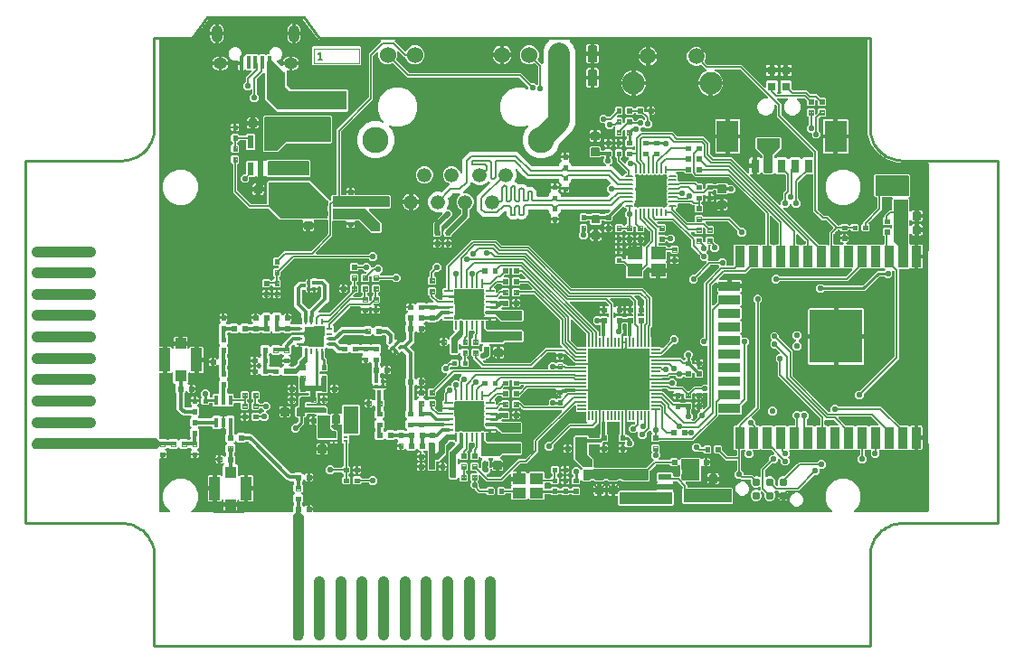
<source format=gtl>
G04 EAGLE Gerber RS-274X export*
G75*
%MOMM*%
%FSLAX34Y34*%
%LPD*%
%INCopperTOP_L1*%
%IPPOS*%
%AMOC8*
5,1,8,0,0,1.08239X$1,22.5*%
G01*
%ADD10R,0.264000X0.810700*%
%ADD11R,0.810700X0.264000*%
%ADD12R,2.700000X2.700000*%
%ADD13R,0.600000X0.250000*%
%ADD14R,1.700000X1.700000*%
%ADD15R,0.250000X0.600000*%
%ADD16R,0.850000X0.220000*%
%ADD17R,0.220000X0.850000*%
%ADD18R,5.560000X5.560000*%
%ADD19C,0.100000*%
%ADD20C,0.160000*%
%ADD21C,0.180000*%
%ADD22R,2.200000X0.800000*%
%ADD23R,0.400000X0.240000*%
%ADD24R,0.300000X1.000000*%
%ADD25R,0.375000X0.300000*%
%ADD26R,0.300000X0.375000*%
%ADD27C,1.500000*%
%ADD28C,2.100000*%
%ADD29R,0.900000X2.000000*%
%ADD30R,2.000000X0.900000*%
%ADD31R,5.000000X5.000000*%
%ADD32R,0.400000X0.400000*%
%ADD33C,1.000000*%
%ADD34C,0.890000*%
%ADD35R,0.400000X0.900000*%
%ADD36R,0.591500X1.273300*%
%ADD37C,2.445000*%
%ADD38C,1.335000*%
%ADD39C,1.530000*%
%ADD40R,1.000000X1.050000*%
%ADD41R,1.050000X2.200000*%
%ADD42C,0.900000*%
%ADD43C,1.000000*%
%ADD44R,0.400000X1.200000*%
%ADD45R,0.800000X0.800000*%
%ADD46C,0.200000*%
%ADD47R,2.750000X2.750000*%
%ADD48R,1.400000X1.150000*%
%ADD49R,2.100000X3.000000*%
%ADD50R,0.800000X1.300000*%
%ADD51R,1.273300X0.591500*%
%ADD52C,0.787400*%
%ADD53R,1.200000X1.050000*%
%ADD54C,0.152400*%
%ADD55C,0.125000*%
%ADD56C,0.349000*%
%ADD57C,0.254000*%
%ADD58C,0.558800*%
%ADD59C,0.203200*%
%ADD60C,0.304800*%
%ADD61C,0.250000*%
%ADD62C,0.508000*%
%ADD63C,0.406400*%
%ADD64C,2.000000*%
%ADD65C,0.350000*%
%ADD66C,0.500000*%
%ADD67C,0.300000*%
%ADD68C,0.254000*%

G36*
X134258Y124989D02*
X134258Y124989D01*
X134287Y124986D01*
X134398Y125009D01*
X134510Y125025D01*
X134537Y125037D01*
X134566Y125042D01*
X134666Y125095D01*
X134770Y125141D01*
X134792Y125160D01*
X134818Y125173D01*
X134900Y125251D01*
X134987Y125325D01*
X135003Y125349D01*
X135024Y125369D01*
X135081Y125467D01*
X135144Y125561D01*
X135153Y125589D01*
X135168Y125614D01*
X135196Y125724D01*
X135230Y125832D01*
X135231Y125862D01*
X135238Y125890D01*
X135234Y126003D01*
X135237Y126116D01*
X135230Y126145D01*
X135229Y126174D01*
X135194Y126282D01*
X135165Y126391D01*
X135150Y126417D01*
X135141Y126445D01*
X135096Y126508D01*
X135020Y126636D01*
X134975Y126679D01*
X134947Y126718D01*
X131011Y130653D01*
X128499Y136718D01*
X128499Y143282D01*
X131011Y149347D01*
X135653Y153989D01*
X141718Y156501D01*
X148282Y156501D01*
X154347Y153989D01*
X158989Y149347D01*
X161501Y143282D01*
X161501Y136718D01*
X158989Y130653D01*
X155053Y126718D01*
X155036Y126694D01*
X155013Y126676D01*
X154951Y126581D01*
X154883Y126491D01*
X154872Y126463D01*
X154856Y126439D01*
X154822Y126331D01*
X154781Y126225D01*
X154779Y126196D01*
X154770Y126168D01*
X154767Y126054D01*
X154758Y125942D01*
X154764Y125913D01*
X154763Y125884D01*
X154791Y125774D01*
X154814Y125663D01*
X154827Y125637D01*
X154835Y125609D01*
X154892Y125511D01*
X154945Y125411D01*
X154965Y125389D01*
X154980Y125364D01*
X155062Y125287D01*
X155140Y125205D01*
X155166Y125190D01*
X155187Y125170D01*
X155288Y125118D01*
X155386Y125061D01*
X155414Y125054D01*
X155440Y125040D01*
X155518Y125027D01*
X155661Y124991D01*
X155724Y124993D01*
X155771Y124985D01*
X184440Y124985D01*
X184554Y125001D01*
X184668Y125011D01*
X184694Y125021D01*
X184721Y125025D01*
X184826Y125072D01*
X184933Y125113D01*
X184956Y125130D01*
X184981Y125141D01*
X185068Y125215D01*
X185160Y125284D01*
X185177Y125307D01*
X185198Y125325D01*
X185262Y125420D01*
X185330Y125512D01*
X185340Y125538D01*
X185355Y125561D01*
X185390Y125671D01*
X185431Y125778D01*
X185433Y125806D01*
X185441Y125832D01*
X185444Y125947D01*
X185453Y126061D01*
X185448Y126086D01*
X185448Y126116D01*
X185381Y126373D01*
X185378Y126389D01*
X185229Y126747D01*
X185229Y130219D01*
X190484Y130219D01*
X190542Y130227D01*
X190600Y130225D01*
X190682Y130247D01*
X190765Y130259D01*
X190819Y130283D01*
X190875Y130297D01*
X190948Y130340D01*
X191025Y130375D01*
X191069Y130413D01*
X191120Y130443D01*
X191177Y130504D01*
X191242Y130559D01*
X191274Y130607D01*
X191314Y130650D01*
X191353Y130725D01*
X191399Y130795D01*
X191417Y130851D01*
X191444Y130903D01*
X191455Y130971D01*
X191485Y131066D01*
X191488Y131166D01*
X191499Y131234D01*
X191499Y133266D01*
X191491Y133324D01*
X191492Y133382D01*
X191471Y133464D01*
X191459Y133547D01*
X191435Y133601D01*
X191421Y133657D01*
X191378Y133730D01*
X191343Y133807D01*
X191305Y133851D01*
X191275Y133902D01*
X191214Y133959D01*
X191159Y134024D01*
X191111Y134056D01*
X191068Y134096D01*
X190993Y134135D01*
X190923Y134181D01*
X190867Y134199D01*
X190815Y134226D01*
X190747Y134237D01*
X190652Y134267D01*
X190552Y134270D01*
X190484Y134281D01*
X185229Y134281D01*
X185229Y135872D01*
X185217Y135957D01*
X185215Y136043D01*
X185197Y136097D01*
X185189Y136153D01*
X185154Y136231D01*
X185128Y136313D01*
X185096Y136361D01*
X185073Y136412D01*
X185018Y136478D01*
X184970Y136549D01*
X184926Y136586D01*
X184890Y136629D01*
X184818Y136677D01*
X184752Y136732D01*
X184700Y136756D01*
X184653Y136787D01*
X184571Y136813D01*
X184492Y136848D01*
X184436Y136856D01*
X184382Y136873D01*
X184296Y136875D01*
X184211Y136887D01*
X184155Y136879D01*
X184098Y136880D01*
X184015Y136858D01*
X183929Y136846D01*
X183878Y136823D01*
X183823Y136808D01*
X183749Y136764D01*
X183670Y136729D01*
X183627Y136692D01*
X183578Y136663D01*
X183519Y136600D01*
X183454Y136545D01*
X183428Y136503D01*
X183384Y136456D01*
X183318Y136327D01*
X183276Y136260D01*
X183077Y135780D01*
X182720Y135423D01*
X182253Y135229D01*
X178781Y135229D01*
X178781Y146484D01*
X178773Y146542D01*
X178774Y146600D01*
X178753Y146682D01*
X178741Y146765D01*
X178717Y146819D01*
X178703Y146875D01*
X178660Y146948D01*
X178625Y147025D01*
X178587Y147069D01*
X178557Y147120D01*
X178496Y147177D01*
X178441Y147242D01*
X178393Y147274D01*
X178350Y147314D01*
X178275Y147353D01*
X178205Y147399D01*
X178149Y147417D01*
X178097Y147444D01*
X178029Y147455D01*
X177934Y147485D01*
X177834Y147488D01*
X177766Y147499D01*
X176749Y147499D01*
X176749Y147501D01*
X177766Y147501D01*
X177824Y147509D01*
X177882Y147508D01*
X177964Y147529D01*
X178047Y147541D01*
X178101Y147565D01*
X178157Y147579D01*
X178230Y147622D01*
X178307Y147657D01*
X178351Y147695D01*
X178402Y147725D01*
X178459Y147786D01*
X178524Y147841D01*
X178556Y147889D01*
X178596Y147932D01*
X178635Y148007D01*
X178681Y148077D01*
X178699Y148133D01*
X178726Y148185D01*
X178737Y148253D01*
X178767Y148348D01*
X178770Y148448D01*
X178781Y148516D01*
X178781Y159771D01*
X182253Y159771D01*
X182720Y159577D01*
X182734Y159563D01*
X182758Y159545D01*
X182777Y159523D01*
X182871Y159460D01*
X182961Y159392D01*
X182989Y159382D01*
X183013Y159365D01*
X183121Y159331D01*
X183227Y159291D01*
X183256Y159288D01*
X183284Y159280D01*
X183397Y159277D01*
X183510Y159267D01*
X183539Y159273D01*
X183568Y159272D01*
X183678Y159301D01*
X183789Y159323D01*
X183815Y159337D01*
X183843Y159344D01*
X183941Y159402D01*
X184041Y159454D01*
X184063Y159474D01*
X184088Y159489D01*
X184165Y159572D01*
X184247Y159650D01*
X184262Y159675D01*
X184282Y159697D01*
X184334Y159797D01*
X184391Y159895D01*
X184398Y159924D01*
X184412Y159950D01*
X184425Y160027D01*
X184461Y160171D01*
X184459Y160233D01*
X184467Y160281D01*
X184467Y168842D01*
X185336Y169711D01*
X185342Y169719D01*
X185350Y169725D01*
X185427Y169832D01*
X185507Y169938D01*
X185510Y169947D01*
X185516Y169955D01*
X185561Y170079D01*
X185608Y170203D01*
X185609Y170213D01*
X185612Y170223D01*
X185621Y170355D01*
X185632Y170487D01*
X185630Y170496D01*
X185630Y170506D01*
X185602Y170636D01*
X185576Y170766D01*
X185571Y170774D01*
X185569Y170784D01*
X185506Y170900D01*
X185445Y171018D01*
X185438Y171025D01*
X185433Y171034D01*
X185340Y171128D01*
X185249Y171224D01*
X185240Y171229D01*
X185233Y171236D01*
X185118Y171301D01*
X185004Y171368D01*
X184994Y171370D01*
X184985Y171375D01*
X184857Y171405D01*
X184728Y171438D01*
X184718Y171437D01*
X184709Y171440D01*
X184577Y171433D01*
X184444Y171429D01*
X184435Y171426D01*
X184425Y171425D01*
X184372Y171405D01*
X184281Y171376D01*
X183733Y171229D01*
X182749Y171229D01*
X182749Y174766D01*
X182742Y174818D01*
X182743Y174848D01*
X182742Y174851D01*
X182743Y174882D01*
X182721Y174964D01*
X182716Y175004D01*
X182735Y175066D01*
X182738Y175166D01*
X182749Y175234D01*
X182749Y178771D01*
X183733Y178771D01*
X184184Y178650D01*
X184587Y178417D01*
X184917Y178087D01*
X185073Y177817D01*
X185085Y177802D01*
X185093Y177784D01*
X185172Y177690D01*
X185248Y177593D01*
X185264Y177582D01*
X185277Y177567D01*
X185379Y177499D01*
X185478Y177427D01*
X185497Y177420D01*
X185513Y177409D01*
X185630Y177372D01*
X185746Y177331D01*
X185766Y177330D01*
X185784Y177324D01*
X185907Y177321D01*
X186030Y177313D01*
X186049Y177317D01*
X186068Y177316D01*
X186187Y177347D01*
X186307Y177374D01*
X186325Y177383D01*
X186343Y177388D01*
X186449Y177451D01*
X186557Y177510D01*
X186571Y177523D01*
X186588Y177533D01*
X186672Y177623D01*
X186759Y177709D01*
X186769Y177726D01*
X186782Y177741D01*
X186838Y177850D01*
X186898Y177957D01*
X186903Y177976D01*
X186912Y177993D01*
X187425Y178507D01*
X187477Y178577D01*
X187537Y178640D01*
X187563Y178690D01*
X187596Y178734D01*
X187627Y178816D01*
X187667Y178894D01*
X187675Y178941D01*
X187697Y179000D01*
X187709Y179147D01*
X187722Y179225D01*
X187722Y180775D01*
X187710Y180862D01*
X187707Y180949D01*
X187690Y181002D01*
X187682Y181057D01*
X187647Y181137D01*
X187620Y181220D01*
X187592Y181259D01*
X187566Y181316D01*
X187470Y181429D01*
X187457Y181449D01*
X187450Y181459D01*
X187447Y181463D01*
X187425Y181493D01*
X186967Y181951D01*
X186967Y188049D01*
X188200Y189282D01*
X188235Y189329D01*
X188278Y189369D01*
X188321Y189442D01*
X188371Y189509D01*
X188392Y189564D01*
X188422Y189614D01*
X188442Y189696D01*
X188472Y189775D01*
X188477Y189833D01*
X188492Y189890D01*
X188489Y189974D01*
X188496Y190058D01*
X188484Y190116D01*
X188483Y190174D01*
X188457Y190254D01*
X188440Y190337D01*
X188413Y190389D01*
X188395Y190445D01*
X188355Y190501D01*
X188309Y190589D01*
X188240Y190662D01*
X188200Y190718D01*
X186967Y191951D01*
X186967Y198049D01*
X187425Y198507D01*
X187477Y198577D01*
X187537Y198640D01*
X187563Y198690D01*
X187596Y198734D01*
X187627Y198816D01*
X187667Y198894D01*
X187675Y198941D01*
X187697Y199000D01*
X187709Y199147D01*
X187722Y199225D01*
X187722Y202714D01*
X187714Y202772D01*
X187716Y202830D01*
X187694Y202912D01*
X187682Y202996D01*
X187659Y203049D01*
X187644Y203105D01*
X187601Y203178D01*
X187566Y203255D01*
X187528Y203300D01*
X187499Y203350D01*
X187437Y203408D01*
X187383Y203472D01*
X187334Y203504D01*
X187291Y203544D01*
X187216Y203583D01*
X187146Y203630D01*
X187090Y203647D01*
X187038Y203674D01*
X186970Y203685D01*
X186875Y203715D01*
X186775Y203718D01*
X186707Y203729D01*
X186015Y203729D01*
X186015Y209500D01*
X186015Y215271D01*
X187359Y215271D01*
X187362Y215271D01*
X187455Y215271D01*
X187482Y215275D01*
X187500Y215275D01*
X187640Y215279D01*
X187642Y215280D01*
X187643Y215280D01*
X187779Y215324D01*
X187911Y215366D01*
X187912Y215367D01*
X187914Y215367D01*
X187928Y215377D01*
X188147Y215524D01*
X188167Y215547D01*
X188187Y215562D01*
X188658Y216033D01*
X194342Y216033D01*
X195533Y214842D01*
X195533Y204144D01*
X195523Y204131D01*
X195463Y204067D01*
X195437Y204017D01*
X195404Y203973D01*
X195373Y203891D01*
X195333Y203814D01*
X195325Y203766D01*
X195303Y203708D01*
X195291Y203560D01*
X195278Y203482D01*
X195278Y199225D01*
X195290Y199138D01*
X195293Y199051D01*
X195310Y198998D01*
X195318Y198943D01*
X195353Y198863D01*
X195380Y198780D01*
X195408Y198741D01*
X195434Y198684D01*
X195530Y198570D01*
X195575Y198507D01*
X195782Y198300D01*
X195829Y198265D01*
X195869Y198222D01*
X195942Y198179D01*
X196009Y198129D01*
X196064Y198108D01*
X196114Y198078D01*
X196196Y198058D01*
X196275Y198028D01*
X196333Y198023D01*
X196390Y198008D01*
X196474Y198011D01*
X196558Y198004D01*
X196616Y198016D01*
X196674Y198017D01*
X196754Y198043D01*
X196837Y198060D01*
X196889Y198087D01*
X196945Y198105D01*
X197001Y198145D01*
X197089Y198191D01*
X197162Y198260D01*
X197218Y198300D01*
X198451Y199533D01*
X204549Y199533D01*
X205007Y199075D01*
X205077Y199023D01*
X205140Y198963D01*
X205190Y198937D01*
X205234Y198904D01*
X205316Y198873D01*
X205394Y198833D01*
X205441Y198825D01*
X205500Y198803D01*
X205647Y198791D01*
X205725Y198778D01*
X209675Y198778D01*
X212901Y197441D01*
X215268Y195075D01*
X215540Y194803D01*
X248207Y162136D01*
X248252Y162102D01*
X248282Y162068D01*
X248313Y162042D01*
X248406Y161986D01*
X248434Y161965D01*
X248452Y161958D01*
X248556Y161895D01*
X248562Y161893D01*
X248567Y161890D01*
X248642Y161859D01*
X248738Y161834D01*
X248740Y161833D01*
X248746Y161832D01*
X248917Y161788D01*
X248925Y161788D01*
X248931Y161787D01*
X248972Y161783D01*
X249028Y161785D01*
X249071Y161778D01*
X250775Y161778D01*
X250862Y161790D01*
X250949Y161793D01*
X251002Y161810D01*
X251057Y161818D01*
X251137Y161853D01*
X251220Y161880D01*
X251259Y161908D01*
X251316Y161934D01*
X251429Y162030D01*
X251493Y162075D01*
X251951Y162533D01*
X258049Y162533D01*
X259592Y160990D01*
X259639Y160895D01*
X259689Y160784D01*
X259701Y160769D01*
X259710Y160751D01*
X259793Y160661D01*
X259872Y160567D01*
X259889Y160556D01*
X259902Y160542D01*
X260007Y160478D01*
X260109Y160409D01*
X260128Y160403D01*
X260145Y160393D01*
X260263Y160361D01*
X260380Y160324D01*
X260400Y160323D01*
X260419Y160318D01*
X260541Y160320D01*
X260664Y160316D01*
X260683Y160321D01*
X260703Y160322D01*
X260821Y160357D01*
X260939Y160388D01*
X260956Y160398D01*
X260975Y160404D01*
X261078Y160471D01*
X261184Y160533D01*
X261197Y160548D01*
X261214Y160558D01*
X261260Y160615D01*
X261378Y160741D01*
X261402Y160786D01*
X261427Y160817D01*
X261583Y161087D01*
X261913Y161417D01*
X262316Y161650D01*
X262767Y161771D01*
X263751Y161771D01*
X263751Y158234D01*
X263759Y158176D01*
X263757Y158118D01*
X263779Y158036D01*
X263784Y157996D01*
X263765Y157934D01*
X263762Y157834D01*
X263751Y157766D01*
X263751Y154229D01*
X262767Y154229D01*
X262316Y154350D01*
X261913Y154583D01*
X261583Y154913D01*
X261427Y155183D01*
X261415Y155198D01*
X261407Y155216D01*
X261328Y155310D01*
X261252Y155407D01*
X261236Y155418D01*
X261223Y155433D01*
X261121Y155501D01*
X261022Y155573D01*
X261003Y155580D01*
X260987Y155591D01*
X260869Y155628D01*
X260754Y155669D01*
X260735Y155670D01*
X260716Y155676D01*
X260593Y155680D01*
X260470Y155687D01*
X260451Y155683D01*
X260432Y155684D01*
X260313Y155653D01*
X260193Y155626D01*
X260175Y155617D01*
X260157Y155612D01*
X260051Y155549D01*
X259943Y155490D01*
X259929Y155477D01*
X259912Y155467D01*
X259828Y155377D01*
X259741Y155291D01*
X259731Y155274D01*
X259718Y155259D01*
X259662Y155150D01*
X259602Y155043D01*
X259597Y155024D01*
X259589Y155007D01*
X259075Y154493D01*
X259023Y154423D01*
X258963Y154360D01*
X258937Y154310D01*
X258904Y154266D01*
X258873Y154184D01*
X258833Y154106D01*
X258825Y154059D01*
X258803Y154000D01*
X258791Y153853D01*
X258778Y153775D01*
X258778Y152225D01*
X258790Y152138D01*
X258793Y152051D01*
X258810Y151998D01*
X258818Y151943D01*
X258853Y151863D01*
X258880Y151780D01*
X258908Y151741D01*
X258934Y151684D01*
X259030Y151571D01*
X259075Y151507D01*
X259533Y151049D01*
X259533Y144951D01*
X258300Y143718D01*
X258265Y143671D01*
X258222Y143631D01*
X258179Y143558D01*
X258129Y143491D01*
X258108Y143436D01*
X258078Y143386D01*
X258058Y143304D01*
X258028Y143225D01*
X258023Y143167D01*
X258008Y143110D01*
X258011Y143026D01*
X258004Y142942D01*
X258016Y142884D01*
X258017Y142826D01*
X258043Y142746D01*
X258060Y142663D01*
X258087Y142611D01*
X258105Y142555D01*
X258145Y142499D01*
X258191Y142411D01*
X258260Y142338D01*
X258300Y142282D01*
X259533Y141049D01*
X259533Y134951D01*
X259075Y134493D01*
X259023Y134423D01*
X258963Y134360D01*
X258937Y134310D01*
X258904Y134266D01*
X258873Y134184D01*
X258833Y134106D01*
X258825Y134059D01*
X258803Y134000D01*
X258791Y133853D01*
X258778Y133775D01*
X258778Y132225D01*
X258790Y132138D01*
X258793Y132051D01*
X258810Y131998D01*
X258818Y131943D01*
X258853Y131863D01*
X258880Y131780D01*
X258908Y131741D01*
X258934Y131684D01*
X259030Y131570D01*
X259075Y131507D01*
X259592Y130990D01*
X259639Y130896D01*
X259689Y130784D01*
X259701Y130769D01*
X259710Y130752D01*
X259793Y130661D01*
X259872Y130567D01*
X259889Y130556D01*
X259902Y130542D01*
X260007Y130478D01*
X260109Y130409D01*
X260128Y130404D01*
X260145Y130393D01*
X260263Y130361D01*
X260380Y130324D01*
X260400Y130323D01*
X260419Y130318D01*
X260541Y130320D01*
X260664Y130316D01*
X260683Y130321D01*
X260703Y130322D01*
X260821Y130357D01*
X260939Y130388D01*
X260956Y130398D01*
X260975Y130404D01*
X261078Y130471D01*
X261184Y130533D01*
X261197Y130548D01*
X261214Y130558D01*
X261260Y130615D01*
X261378Y130741D01*
X261402Y130786D01*
X261427Y130817D01*
X261583Y131087D01*
X261913Y131417D01*
X262316Y131650D01*
X262767Y131771D01*
X263751Y131771D01*
X263751Y128234D01*
X263759Y128176D01*
X263757Y128118D01*
X263779Y128036D01*
X263791Y127953D01*
X263814Y127899D01*
X263829Y127843D01*
X263872Y127770D01*
X263907Y127693D01*
X263945Y127649D01*
X263974Y127598D01*
X264036Y127541D01*
X264090Y127476D01*
X264139Y127444D01*
X264182Y127404D01*
X264257Y127365D01*
X264327Y127319D01*
X264331Y127317D01*
X264341Y127302D01*
X264375Y127225D01*
X264413Y127180D01*
X264443Y127130D01*
X264504Y127072D01*
X264559Y127008D01*
X264607Y126976D01*
X264650Y126936D01*
X264725Y126897D01*
X264795Y126850D01*
X264851Y126833D01*
X264903Y126806D01*
X264971Y126795D01*
X265066Y126765D01*
X265166Y126762D01*
X265234Y126751D01*
X268771Y126751D01*
X268771Y126000D01*
X268779Y125942D01*
X268777Y125884D01*
X268799Y125802D01*
X268811Y125719D01*
X268834Y125665D01*
X268849Y125609D01*
X268892Y125536D01*
X268927Y125459D01*
X268965Y125414D01*
X268994Y125364D01*
X269056Y125306D01*
X269110Y125242D01*
X269159Y125210D01*
X269202Y125170D01*
X269277Y125131D01*
X269347Y125085D01*
X269403Y125067D01*
X269455Y125040D01*
X269523Y125029D01*
X269618Y124999D01*
X269718Y124996D01*
X269786Y124985D01*
X754229Y124985D01*
X754258Y124989D01*
X754287Y124986D01*
X754398Y125009D01*
X754510Y125025D01*
X754537Y125037D01*
X754566Y125042D01*
X754666Y125095D01*
X754770Y125141D01*
X754792Y125160D01*
X754818Y125173D01*
X754900Y125251D01*
X754987Y125325D01*
X755003Y125349D01*
X755024Y125369D01*
X755081Y125467D01*
X755144Y125561D01*
X755153Y125589D01*
X755168Y125614D01*
X755196Y125724D01*
X755230Y125832D01*
X755231Y125862D01*
X755238Y125890D01*
X755234Y126003D01*
X755237Y126116D01*
X755230Y126145D01*
X755229Y126174D01*
X755194Y126282D01*
X755165Y126391D01*
X755150Y126417D01*
X755141Y126445D01*
X755096Y126508D01*
X755020Y126636D01*
X754975Y126679D01*
X754947Y126718D01*
X751011Y130653D01*
X748499Y136718D01*
X748499Y143282D01*
X751011Y149347D01*
X755653Y153989D01*
X761718Y156501D01*
X768282Y156501D01*
X774347Y153989D01*
X778989Y149347D01*
X781501Y143282D01*
X781501Y136718D01*
X778989Y130653D01*
X775053Y126718D01*
X775036Y126694D01*
X775013Y126676D01*
X774951Y126581D01*
X774883Y126491D01*
X774872Y126463D01*
X774856Y126439D01*
X774822Y126331D01*
X774781Y126225D01*
X774779Y126196D01*
X774770Y126168D01*
X774767Y126054D01*
X774758Y125942D01*
X774764Y125913D01*
X774763Y125884D01*
X774791Y125774D01*
X774814Y125663D01*
X774827Y125637D01*
X774835Y125609D01*
X774892Y125511D01*
X774945Y125411D01*
X774965Y125389D01*
X774980Y125364D01*
X775062Y125287D01*
X775140Y125205D01*
X775166Y125190D01*
X775187Y125170D01*
X775288Y125118D01*
X775386Y125061D01*
X775414Y125054D01*
X775440Y125040D01*
X775518Y125027D01*
X775661Y124991D01*
X775724Y124993D01*
X775771Y124985D01*
X844000Y124985D01*
X844058Y124993D01*
X844116Y124991D01*
X844198Y125013D01*
X844282Y125025D01*
X844335Y125049D01*
X844391Y125063D01*
X844464Y125106D01*
X844541Y125141D01*
X844586Y125179D01*
X844636Y125209D01*
X844694Y125270D01*
X844758Y125325D01*
X844790Y125373D01*
X844830Y125416D01*
X844869Y125491D01*
X844916Y125561D01*
X844933Y125617D01*
X844960Y125669D01*
X844971Y125737D01*
X845001Y125832D01*
X845004Y125932D01*
X845015Y126000D01*
X845015Y189563D01*
X845003Y189650D01*
X845000Y189738D01*
X844999Y189741D01*
X844999Y370323D01*
X845002Y370360D01*
X845015Y370437D01*
X845015Y451984D01*
X845007Y452042D01*
X845009Y452100D01*
X844987Y452182D01*
X844975Y452266D01*
X844952Y452319D01*
X844937Y452375D01*
X844894Y452448D01*
X844859Y452525D01*
X844821Y452570D01*
X844792Y452620D01*
X844730Y452678D01*
X844676Y452742D01*
X844627Y452774D01*
X844584Y452814D01*
X844509Y452853D01*
X844439Y452900D01*
X844383Y452917D01*
X844331Y452944D01*
X844263Y452955D01*
X844168Y452985D01*
X844068Y452988D01*
X844000Y452999D01*
X814932Y452999D01*
X805291Y456132D01*
X797090Y462090D01*
X791132Y470291D01*
X787999Y479932D01*
X787999Y566984D01*
X787991Y567042D01*
X787993Y567100D01*
X787971Y567182D01*
X787959Y567266D01*
X787936Y567319D01*
X787921Y567375D01*
X787878Y567448D01*
X787843Y567525D01*
X787805Y567570D01*
X787776Y567620D01*
X787714Y567678D01*
X787660Y567742D01*
X787611Y567774D01*
X787568Y567814D01*
X787493Y567853D01*
X787423Y567900D01*
X787367Y567917D01*
X787315Y567944D01*
X787247Y567955D01*
X787152Y567985D01*
X787052Y567988D01*
X786984Y567999D01*
X510166Y567999D01*
X510137Y567995D01*
X510108Y567998D01*
X509997Y567975D01*
X509884Y567959D01*
X509858Y567947D01*
X509829Y567942D01*
X509728Y567889D01*
X509625Y567843D01*
X509603Y567824D01*
X509577Y567811D01*
X509494Y567733D01*
X509408Y567660D01*
X509392Y567635D01*
X509371Y567615D01*
X509313Y567517D01*
X509250Y567423D01*
X509242Y567395D01*
X509227Y567370D01*
X509199Y567260D01*
X509165Y567152D01*
X509164Y567122D01*
X509157Y567094D01*
X509160Y566981D01*
X509157Y566868D01*
X509165Y566839D01*
X509166Y566810D01*
X509201Y566702D01*
X509229Y566593D01*
X509244Y566567D01*
X509253Y566539D01*
X509299Y566476D01*
X509374Y566348D01*
X509420Y566305D01*
X509448Y566266D01*
X512217Y563497D01*
X514501Y557984D01*
X514501Y488566D01*
X512217Y483053D01*
X499421Y470257D01*
X499403Y470232D01*
X499379Y470212D01*
X499337Y470145D01*
X499250Y470030D01*
X499227Y469969D01*
X499201Y469927D01*
X497053Y464742D01*
X492208Y459897D01*
X485876Y457274D01*
X479024Y457274D01*
X472692Y459897D01*
X467847Y464742D01*
X465224Y471074D01*
X465224Y477926D01*
X467847Y484258D01*
X469952Y486363D01*
X470004Y486432D01*
X470063Y486494D01*
X470089Y486545D01*
X470123Y486590D01*
X470154Y486671D01*
X470193Y486747D01*
X470204Y486803D01*
X470225Y486856D01*
X470232Y486942D01*
X470248Y487026D01*
X470243Y487083D01*
X470248Y487139D01*
X470231Y487224D01*
X470224Y487309D01*
X470203Y487362D01*
X470192Y487418D01*
X470153Y487494D01*
X470122Y487575D01*
X470087Y487620D01*
X470061Y487670D01*
X470002Y487733D01*
X469950Y487801D01*
X469905Y487835D01*
X469865Y487877D01*
X469791Y487920D01*
X469722Y487971D01*
X469669Y487992D01*
X469620Y488020D01*
X469537Y488041D01*
X469456Y488072D01*
X469400Y488076D01*
X469345Y488090D01*
X469259Y488088D01*
X469173Y488095D01*
X469125Y488083D01*
X469060Y488081D01*
X468923Y488037D01*
X468846Y488019D01*
X465780Y486749D01*
X458520Y486749D01*
X451812Y489528D01*
X446678Y494662D01*
X443899Y501370D01*
X443899Y508630D01*
X446678Y515338D01*
X451812Y520472D01*
X458520Y523251D01*
X465780Y523251D01*
X469031Y521904D01*
X469143Y521875D01*
X469252Y521841D01*
X469280Y521840D01*
X469307Y521833D01*
X469421Y521836D01*
X469536Y521833D01*
X469563Y521840D01*
X469591Y521841D01*
X469700Y521876D01*
X469811Y521905D01*
X469835Y521919D01*
X469862Y521928D01*
X469957Y521992D01*
X470056Y522051D01*
X470075Y522071D01*
X470098Y522086D01*
X470172Y522174D01*
X470250Y522258D01*
X470263Y522283D01*
X470281Y522304D01*
X470327Y522409D01*
X470380Y522511D01*
X470384Y522536D01*
X470396Y522564D01*
X470433Y522827D01*
X470435Y522842D01*
X470435Y523769D01*
X470423Y523856D01*
X470420Y523944D01*
X470403Y523996D01*
X470395Y524051D01*
X470360Y524131D01*
X470333Y524214D01*
X470305Y524253D01*
X470279Y524310D01*
X470183Y524424D01*
X470138Y524487D01*
X461955Y532670D01*
X461886Y532722D01*
X461822Y532782D01*
X461772Y532808D01*
X461728Y532841D01*
X461646Y532872D01*
X461569Y532912D01*
X461521Y532920D01*
X461463Y532942D01*
X461315Y532954D01*
X461237Y532967D01*
X356908Y532967D01*
X344025Y545851D01*
X344023Y545852D01*
X344022Y545853D01*
X343909Y545938D01*
X343797Y546022D01*
X343796Y546022D01*
X343795Y546023D01*
X343663Y546073D01*
X343532Y546123D01*
X343530Y546123D01*
X343529Y546124D01*
X343384Y546135D01*
X343248Y546146D01*
X343247Y546146D01*
X343245Y546146D01*
X343230Y546143D01*
X342970Y546091D01*
X342943Y546076D01*
X342918Y546071D01*
X340524Y545079D01*
X336976Y545079D01*
X333697Y546437D01*
X331187Y548947D01*
X329829Y552226D01*
X329829Y555504D01*
X329825Y555533D01*
X329828Y555562D01*
X329805Y555673D01*
X329789Y555785D01*
X329777Y555812D01*
X329772Y555841D01*
X329719Y555941D01*
X329673Y556044D01*
X329654Y556067D01*
X329641Y556093D01*
X329563Y556175D01*
X329490Y556261D01*
X329465Y556278D01*
X329445Y556299D01*
X329347Y556356D01*
X329253Y556419D01*
X329225Y556428D01*
X329200Y556443D01*
X329090Y556471D01*
X328982Y556505D01*
X328952Y556506D01*
X328924Y556513D01*
X328811Y556509D01*
X328698Y556512D01*
X328669Y556505D01*
X328640Y556504D01*
X328532Y556469D01*
X328423Y556440D01*
X328397Y556425D01*
X328369Y556416D01*
X328306Y556371D01*
X328178Y556295D01*
X328135Y556249D01*
X328096Y556221D01*
X325330Y553455D01*
X325278Y553386D01*
X325218Y553322D01*
X325192Y553272D01*
X325159Y553228D01*
X325128Y553146D01*
X325088Y553069D01*
X325080Y553021D01*
X325058Y552963D01*
X325046Y552815D01*
X325033Y552737D01*
X325033Y512158D01*
X295330Y482455D01*
X295278Y482386D01*
X295218Y482322D01*
X295192Y482272D01*
X295159Y482228D01*
X295128Y482146D01*
X295088Y482069D01*
X295080Y482021D01*
X295058Y481963D01*
X295046Y481815D01*
X295033Y481737D01*
X295033Y423548D01*
X295041Y423490D01*
X295039Y423432D01*
X295061Y423350D01*
X295073Y423266D01*
X295096Y423213D01*
X295111Y423157D01*
X295154Y423084D01*
X295189Y423007D01*
X295227Y422962D01*
X295256Y422912D01*
X295318Y422854D01*
X295372Y422790D01*
X295421Y422758D01*
X295464Y422718D01*
X295539Y422679D01*
X295609Y422632D01*
X295665Y422615D01*
X295717Y422588D01*
X295785Y422577D01*
X295880Y422547D01*
X295980Y422544D01*
X296048Y422533D01*
X299214Y422533D01*
X299272Y422541D01*
X299330Y422539D01*
X299412Y422561D01*
X299496Y422573D01*
X299549Y422596D01*
X299605Y422611D01*
X299678Y422654D01*
X299755Y422689D01*
X299800Y422727D01*
X299850Y422756D01*
X299908Y422818D01*
X299972Y422872D01*
X300004Y422921D01*
X300044Y422964D01*
X300083Y423039D01*
X300130Y423109D01*
X300147Y423165D01*
X300174Y423217D01*
X300185Y423285D01*
X300215Y423380D01*
X300218Y423480D01*
X300229Y423548D01*
X300229Y424251D01*
X303766Y424251D01*
X303824Y424259D01*
X303882Y424257D01*
X303964Y424279D01*
X304004Y424284D01*
X304066Y424265D01*
X304166Y424262D01*
X304234Y424251D01*
X307771Y424251D01*
X307771Y423548D01*
X307779Y423490D01*
X307777Y423432D01*
X307799Y423350D01*
X307811Y423266D01*
X307834Y423213D01*
X307849Y423157D01*
X307892Y423084D01*
X307927Y423007D01*
X307965Y422962D01*
X307994Y422912D01*
X308056Y422854D01*
X308110Y422790D01*
X308159Y422758D01*
X308202Y422718D01*
X308277Y422679D01*
X308347Y422632D01*
X308403Y422615D01*
X308455Y422588D01*
X308523Y422577D01*
X308618Y422547D01*
X308718Y422544D01*
X308786Y422533D01*
X340842Y422533D01*
X342033Y421342D01*
X342033Y411158D01*
X340842Y409967D01*
X321858Y409967D01*
X321829Y409963D01*
X321800Y409966D01*
X321689Y409943D01*
X321577Y409927D01*
X321550Y409915D01*
X321521Y409910D01*
X321421Y409858D01*
X321318Y409811D01*
X321295Y409792D01*
X321269Y409779D01*
X321187Y409701D01*
X321101Y409628D01*
X321084Y409603D01*
X321063Y409583D01*
X321006Y409485D01*
X320943Y409391D01*
X320934Y409363D01*
X320919Y409338D01*
X320891Y409228D01*
X320857Y409120D01*
X320856Y409090D01*
X320849Y409062D01*
X320853Y408949D01*
X320850Y408836D01*
X320857Y408807D01*
X320858Y408778D01*
X320893Y408670D01*
X320922Y408561D01*
X320937Y408535D01*
X320946Y408507D01*
X320991Y408444D01*
X321067Y408316D01*
X321113Y408273D01*
X321141Y408234D01*
X331545Y397830D01*
X333033Y396342D01*
X333033Y388158D01*
X331842Y386967D01*
X323658Y386967D01*
X312455Y398170D01*
X312386Y398222D01*
X312322Y398282D01*
X312272Y398308D01*
X312228Y398341D01*
X312146Y398372D01*
X312069Y398412D01*
X312021Y398420D01*
X311963Y398442D01*
X311815Y398454D01*
X311737Y398467D01*
X308786Y398467D01*
X308728Y398459D01*
X308670Y398461D01*
X308588Y398439D01*
X308504Y398427D01*
X308451Y398404D01*
X308395Y398389D01*
X308322Y398346D01*
X308245Y398311D01*
X308200Y398273D01*
X308150Y398244D01*
X308092Y398182D01*
X308028Y398128D01*
X307996Y398079D01*
X307956Y398036D01*
X307917Y397961D01*
X307870Y397891D01*
X307853Y397835D01*
X307826Y397783D01*
X307815Y397715D01*
X307785Y397620D01*
X307782Y397520D01*
X307771Y397452D01*
X307771Y396749D01*
X304234Y396749D01*
X304176Y396741D01*
X304118Y396743D01*
X304036Y396721D01*
X303996Y396716D01*
X303934Y396735D01*
X303834Y396738D01*
X303766Y396749D01*
X300229Y396749D01*
X300229Y397452D01*
X300221Y397510D01*
X300223Y397568D01*
X300201Y397650D01*
X300189Y397734D01*
X300166Y397787D01*
X300151Y397843D01*
X300108Y397916D01*
X300073Y397993D01*
X300035Y398038D01*
X300006Y398088D01*
X299944Y398146D01*
X299890Y398210D01*
X299841Y398242D01*
X299798Y398282D01*
X299723Y398321D01*
X299653Y398368D01*
X299597Y398385D01*
X299545Y398412D01*
X299477Y398423D01*
X299382Y398453D01*
X299282Y398456D01*
X299214Y398467D01*
X288048Y398467D01*
X287990Y398459D01*
X287932Y398461D01*
X287850Y398439D01*
X287766Y398427D01*
X287713Y398404D01*
X287657Y398389D01*
X287584Y398346D01*
X287507Y398311D01*
X287462Y398273D01*
X287412Y398244D01*
X287354Y398182D01*
X287290Y398128D01*
X287258Y398079D01*
X287218Y398036D01*
X287179Y397961D01*
X287132Y397891D01*
X287115Y397835D01*
X287088Y397783D01*
X287077Y397715D01*
X287047Y397620D01*
X287044Y397520D01*
X287033Y397452D01*
X287033Y384158D01*
X271641Y368766D01*
X271623Y368742D01*
X271601Y368723D01*
X271538Y368629D01*
X271470Y368539D01*
X271459Y368511D01*
X271443Y368487D01*
X271409Y368379D01*
X271368Y368273D01*
X271366Y368244D01*
X271357Y368216D01*
X271354Y368102D01*
X271345Y367990D01*
X271351Y367961D01*
X271350Y367932D01*
X271378Y367822D01*
X271401Y367711D01*
X271414Y367685D01*
X271422Y367657D01*
X271480Y367559D01*
X271532Y367459D01*
X271552Y367437D01*
X271567Y367412D01*
X271650Y367335D01*
X271728Y367253D01*
X271753Y367238D01*
X271774Y367218D01*
X271875Y367166D01*
X271973Y367109D01*
X272001Y367102D01*
X272027Y367088D01*
X272105Y367075D01*
X272248Y367039D01*
X272311Y367041D01*
X272358Y367033D01*
X320864Y367033D01*
X320950Y367045D01*
X321038Y367048D01*
X321090Y367065D01*
X321145Y367073D01*
X321225Y367108D01*
X321308Y367135D01*
X321348Y367163D01*
X321405Y367189D01*
X321518Y367285D01*
X321582Y367330D01*
X323316Y369065D01*
X326684Y369065D01*
X329065Y366684D01*
X329065Y363316D01*
X326684Y360935D01*
X323316Y360935D01*
X321582Y362670D01*
X321512Y362722D01*
X321448Y362782D01*
X321399Y362808D01*
X321354Y362841D01*
X321273Y362872D01*
X321195Y362912D01*
X321147Y362920D01*
X321089Y362942D01*
X320941Y362954D01*
X320864Y362967D01*
X251263Y362967D01*
X251176Y362955D01*
X251088Y362952D01*
X251036Y362935D01*
X250981Y362927D01*
X250901Y362892D01*
X250818Y362865D01*
X250779Y362837D01*
X250722Y362811D01*
X250608Y362715D01*
X250545Y362670D01*
X239068Y351193D01*
X239016Y351124D01*
X238956Y351060D01*
X238930Y351010D01*
X238897Y350966D01*
X238866Y350884D01*
X238826Y350807D01*
X238818Y350759D01*
X238796Y350701D01*
X238784Y350553D01*
X238771Y350475D01*
X238771Y347266D01*
X237653Y346148D01*
X237584Y346108D01*
X237507Y346073D01*
X237462Y346035D01*
X237412Y346006D01*
X237354Y345944D01*
X237290Y345890D01*
X237258Y345841D01*
X237218Y345798D01*
X237179Y345723D01*
X237132Y345653D01*
X237115Y345597D01*
X237088Y345545D01*
X237077Y345477D01*
X237047Y345382D01*
X237044Y345282D01*
X237033Y345214D01*
X237033Y344786D01*
X237041Y344728D01*
X237039Y344670D01*
X237061Y344588D01*
X237073Y344504D01*
X237096Y344451D01*
X237111Y344395D01*
X237154Y344322D01*
X237189Y344245D01*
X237227Y344200D01*
X237256Y344150D01*
X237318Y344092D01*
X237372Y344028D01*
X237421Y343996D01*
X237464Y343956D01*
X237539Y343917D01*
X237609Y343870D01*
X237645Y343859D01*
X238771Y342734D01*
X238771Y337266D01*
X237734Y336229D01*
X232266Y336229D01*
X231148Y337347D01*
X231108Y337416D01*
X231073Y337493D01*
X231035Y337538D01*
X231006Y337588D01*
X230944Y337646D01*
X230890Y337710D01*
X230841Y337742D01*
X230798Y337782D01*
X230723Y337821D01*
X230653Y337868D01*
X230597Y337885D01*
X230545Y337912D01*
X230477Y337923D01*
X230382Y337953D01*
X230282Y337956D01*
X230214Y337967D01*
X229786Y337967D01*
X229728Y337959D01*
X229670Y337961D01*
X229588Y337939D01*
X229504Y337927D01*
X229451Y337904D01*
X229395Y337889D01*
X229322Y337846D01*
X229245Y337811D01*
X229200Y337773D01*
X229150Y337744D01*
X229092Y337682D01*
X229028Y337628D01*
X228996Y337579D01*
X228956Y337536D01*
X228917Y337461D01*
X228870Y337391D01*
X228859Y337355D01*
X227734Y336229D01*
X222266Y336229D01*
X221229Y337266D01*
X221229Y342734D01*
X222266Y343771D01*
X227734Y343771D01*
X228852Y342653D01*
X228892Y342584D01*
X228927Y342507D01*
X228965Y342462D01*
X228994Y342412D01*
X229056Y342354D01*
X229110Y342290D01*
X229159Y342258D01*
X229202Y342218D01*
X229277Y342179D01*
X229347Y342132D01*
X229403Y342115D01*
X229455Y342088D01*
X229523Y342077D01*
X229618Y342047D01*
X229718Y342044D01*
X229786Y342033D01*
X230214Y342033D01*
X230272Y342041D01*
X230330Y342039D01*
X230412Y342061D01*
X230496Y342073D01*
X230549Y342096D01*
X230605Y342111D01*
X230678Y342154D01*
X230755Y342189D01*
X230800Y342227D01*
X230850Y342256D01*
X230908Y342318D01*
X230972Y342372D01*
X231004Y342421D01*
X231044Y342464D01*
X231083Y342539D01*
X231130Y342609D01*
X231141Y342645D01*
X232347Y343852D01*
X232416Y343892D01*
X232493Y343927D01*
X232538Y343965D01*
X232588Y343994D01*
X232646Y344056D01*
X232710Y344110D01*
X232742Y344159D01*
X232782Y344202D01*
X232821Y344277D01*
X232868Y344347D01*
X232885Y344403D01*
X232912Y344455D01*
X232923Y344523D01*
X232953Y344618D01*
X232956Y344718D01*
X232967Y344786D01*
X232967Y345214D01*
X232959Y345272D01*
X232961Y345330D01*
X232939Y345412D01*
X232927Y345496D01*
X232904Y345549D01*
X232889Y345605D01*
X232846Y345678D01*
X232811Y345755D01*
X232773Y345800D01*
X232744Y345850D01*
X232682Y345908D01*
X232628Y345972D01*
X232579Y346004D01*
X232536Y346044D01*
X232461Y346083D01*
X232391Y346130D01*
X232355Y346141D01*
X231229Y347266D01*
X231229Y352734D01*
X232266Y353771D01*
X235475Y353771D01*
X235562Y353783D01*
X235649Y353786D01*
X235702Y353803D01*
X235757Y353811D01*
X235837Y353846D01*
X235920Y353873D01*
X235959Y353901D01*
X236016Y353927D01*
X236129Y354023D01*
X236193Y354068D01*
X236621Y354496D01*
X236639Y354520D01*
X236661Y354539D01*
X236724Y354633D01*
X236792Y354723D01*
X236803Y354751D01*
X236819Y354775D01*
X236853Y354883D01*
X236894Y354989D01*
X236896Y355018D01*
X236905Y355046D01*
X236908Y355159D01*
X236917Y355272D01*
X236911Y355301D01*
X236912Y355330D01*
X236884Y355440D01*
X236861Y355551D01*
X236848Y355577D01*
X236840Y355605D01*
X236782Y355703D01*
X236730Y355803D01*
X236710Y355825D01*
X236695Y355850D01*
X236612Y355927D01*
X236534Y356009D01*
X236509Y356024D01*
X236488Y356044D01*
X236387Y356096D01*
X236289Y356153D01*
X236261Y356160D01*
X236235Y356174D01*
X236157Y356187D01*
X236014Y356223D01*
X235951Y356221D01*
X235904Y356229D01*
X232266Y356229D01*
X231229Y357266D01*
X231229Y362734D01*
X232266Y363771D01*
X235475Y363771D01*
X235562Y363783D01*
X235650Y363786D01*
X235702Y363803D01*
X235757Y363811D01*
X235837Y363846D01*
X235920Y363873D01*
X235959Y363901D01*
X236016Y363927D01*
X236130Y364023D01*
X236193Y364068D01*
X240464Y368339D01*
X241952Y369827D01*
X266531Y369827D01*
X266618Y369839D01*
X266706Y369842D01*
X266758Y369859D01*
X266813Y369867D01*
X266893Y369902D01*
X266976Y369929D01*
X267015Y369957D01*
X267072Y369983D01*
X267186Y370079D01*
X267249Y370124D01*
X282670Y385545D01*
X282722Y385614D01*
X282782Y385678D01*
X282808Y385728D01*
X282841Y385772D01*
X282872Y385854D01*
X282912Y385931D01*
X282920Y385979D01*
X282942Y386037D01*
X282954Y386185D01*
X282967Y386263D01*
X282967Y398452D01*
X282959Y398510D01*
X282961Y398568D01*
X282939Y398650D01*
X282927Y398734D01*
X282904Y398787D01*
X282889Y398843D01*
X282846Y398916D01*
X282811Y398993D01*
X282773Y399038D01*
X282744Y399088D01*
X282682Y399146D01*
X282628Y399210D01*
X282579Y399242D01*
X282536Y399282D01*
X282461Y399321D01*
X282391Y399368D01*
X282335Y399385D01*
X282283Y399412D01*
X282215Y399423D01*
X282120Y399453D01*
X282020Y399456D01*
X281952Y399467D01*
X270541Y399467D01*
X270502Y399462D01*
X270463Y399464D01*
X270361Y399442D01*
X270259Y399427D01*
X270223Y399411D01*
X270185Y399403D01*
X270094Y399354D01*
X270000Y399311D01*
X269970Y399286D01*
X269935Y399267D01*
X269862Y399194D01*
X269783Y399128D01*
X269761Y399095D01*
X269733Y399067D01*
X269683Y398977D01*
X269625Y398891D01*
X269613Y398853D01*
X269594Y398819D01*
X269571Y398719D01*
X269539Y398620D01*
X269538Y398581D01*
X269529Y398543D01*
X269535Y398439D01*
X269532Y398336D01*
X269542Y398298D01*
X269544Y398259D01*
X269571Y398186D01*
X269604Y398061D01*
X269621Y398032D01*
X269771Y397473D01*
X269771Y395999D01*
X265484Y395999D01*
X265426Y395991D01*
X265368Y395993D01*
X265286Y395971D01*
X265203Y395959D01*
X265149Y395936D01*
X265093Y395921D01*
X265020Y395878D01*
X264943Y395843D01*
X264899Y395805D01*
X264848Y395776D01*
X264791Y395714D01*
X264726Y395660D01*
X264694Y395611D01*
X264654Y395568D01*
X264615Y395493D01*
X264569Y395423D01*
X264551Y395367D01*
X264524Y395315D01*
X264513Y395247D01*
X264500Y395205D01*
X264491Y395266D01*
X264467Y395319D01*
X264453Y395375D01*
X264409Y395448D01*
X264375Y395525D01*
X264337Y395570D01*
X264307Y395620D01*
X264246Y395678D01*
X264191Y395742D01*
X264143Y395774D01*
X264100Y395814D01*
X264025Y395853D01*
X263955Y395900D01*
X263899Y395917D01*
X263847Y395944D01*
X263779Y395955D01*
X263684Y395985D01*
X263584Y395988D01*
X263516Y395999D01*
X259229Y395999D01*
X259229Y397473D01*
X259374Y398011D01*
X259375Y398013D01*
X259406Y398112D01*
X259445Y398208D01*
X259449Y398247D01*
X259461Y398284D01*
X259463Y398388D01*
X259474Y398491D01*
X259467Y398529D01*
X259468Y398568D01*
X259442Y398669D01*
X259423Y398771D01*
X259406Y398806D01*
X259396Y398843D01*
X259343Y398932D01*
X259297Y399025D01*
X259271Y399054D01*
X259251Y399088D01*
X259175Y399159D01*
X259106Y399235D01*
X259072Y399256D01*
X259044Y399282D01*
X258951Y399330D01*
X258863Y399384D01*
X258825Y399394D01*
X258791Y399412D01*
X258714Y399425D01*
X258589Y399459D01*
X258515Y399458D01*
X258459Y399467D01*
X237658Y399467D01*
X227455Y409670D01*
X227386Y409722D01*
X227322Y409782D01*
X227272Y409808D01*
X227228Y409841D01*
X227146Y409872D01*
X227069Y409912D01*
X227021Y409920D01*
X226963Y409942D01*
X226815Y409954D01*
X226737Y409967D01*
X209158Y409967D01*
X193967Y425158D01*
X193967Y451214D01*
X193959Y451272D01*
X193961Y451330D01*
X193939Y451412D01*
X193927Y451496D01*
X193904Y451549D01*
X193889Y451605D01*
X193846Y451678D01*
X193811Y451755D01*
X193773Y451800D01*
X193744Y451850D01*
X193682Y451908D01*
X193628Y451972D01*
X193579Y452004D01*
X193536Y452044D01*
X193461Y452083D01*
X193391Y452130D01*
X193355Y452141D01*
X192229Y453266D01*
X192229Y458734D01*
X193266Y459771D01*
X198734Y459771D01*
X199771Y458734D01*
X199771Y453266D01*
X198653Y452148D01*
X198584Y452108D01*
X198507Y452073D01*
X198462Y452035D01*
X198412Y452006D01*
X198354Y451944D01*
X198290Y451890D01*
X198258Y451841D01*
X198218Y451798D01*
X198179Y451723D01*
X198132Y451653D01*
X198115Y451597D01*
X198088Y451545D01*
X198077Y451477D01*
X198047Y451382D01*
X198044Y451282D01*
X198033Y451214D01*
X198033Y427263D01*
X198045Y427176D01*
X198048Y427088D01*
X198065Y427036D01*
X198073Y426981D01*
X198108Y426901D01*
X198135Y426818D01*
X198163Y426779D01*
X198189Y426722D01*
X198285Y426608D01*
X198330Y426545D01*
X210545Y414330D01*
X210614Y414278D01*
X210678Y414218D01*
X210728Y414192D01*
X210772Y414159D01*
X210854Y414128D01*
X210931Y414088D01*
X210979Y414080D01*
X211037Y414058D01*
X211185Y414046D01*
X211263Y414033D01*
X224952Y414033D01*
X225010Y414041D01*
X225068Y414039D01*
X225150Y414061D01*
X225234Y414073D01*
X225287Y414096D01*
X225343Y414111D01*
X225416Y414154D01*
X225493Y414189D01*
X225538Y414227D01*
X225588Y414256D01*
X225646Y414318D01*
X225710Y414372D01*
X225742Y414421D01*
X225782Y414464D01*
X225821Y414539D01*
X225868Y414609D01*
X225885Y414665D01*
X225912Y414717D01*
X225923Y414785D01*
X225953Y414880D01*
X225956Y414980D01*
X225967Y415048D01*
X225967Y434742D01*
X227158Y435933D01*
X265942Y435933D01*
X267430Y434445D01*
X282307Y419568D01*
X282376Y419516D01*
X282440Y419456D01*
X282490Y419430D01*
X282534Y419397D01*
X282615Y419366D01*
X282662Y419342D01*
X283849Y418155D01*
X283873Y418080D01*
X283901Y418041D01*
X283927Y417984D01*
X284023Y417870D01*
X284068Y417807D01*
X284234Y417641D01*
X284258Y417623D01*
X284277Y417601D01*
X284333Y417563D01*
X284334Y417562D01*
X284337Y417560D01*
X284371Y417538D01*
X284461Y417470D01*
X284489Y417459D01*
X284513Y417443D01*
X284621Y417409D01*
X284727Y417368D01*
X284756Y417366D01*
X284784Y417357D01*
X284898Y417354D01*
X285010Y417345D01*
X285039Y417351D01*
X285068Y417350D01*
X285178Y417378D01*
X285289Y417401D01*
X285315Y417414D01*
X285343Y417422D01*
X285441Y417480D01*
X285541Y417532D01*
X285563Y417552D01*
X285588Y417567D01*
X285665Y417650D01*
X285747Y417728D01*
X285762Y417753D01*
X285782Y417774D01*
X285834Y417875D01*
X285891Y417973D01*
X285898Y418001D01*
X285912Y418027D01*
X285925Y418105D01*
X285961Y418248D01*
X285959Y418311D01*
X285967Y418358D01*
X285967Y421342D01*
X287158Y422533D01*
X289952Y422533D01*
X290010Y422541D01*
X290068Y422539D01*
X290150Y422561D01*
X290234Y422573D01*
X290287Y422596D01*
X290343Y422611D01*
X290416Y422654D01*
X290493Y422689D01*
X290538Y422727D01*
X290588Y422756D01*
X290646Y422818D01*
X290710Y422872D01*
X290742Y422921D01*
X290782Y422964D01*
X290821Y423039D01*
X290868Y423109D01*
X290885Y423165D01*
X290912Y423217D01*
X290923Y423285D01*
X290953Y423380D01*
X290956Y423480D01*
X290967Y423548D01*
X290967Y483842D01*
X320670Y513545D01*
X320722Y513614D01*
X320782Y513678D01*
X320808Y513728D01*
X320841Y513772D01*
X320872Y513854D01*
X320912Y513931D01*
X320920Y513979D01*
X320942Y514037D01*
X320954Y514185D01*
X320967Y514263D01*
X320967Y554842D01*
X322455Y556330D01*
X332391Y566266D01*
X332409Y566290D01*
X332431Y566309D01*
X332494Y566403D01*
X332562Y566493D01*
X332573Y566521D01*
X332589Y566545D01*
X332623Y566653D01*
X332664Y566759D01*
X332666Y566788D01*
X332675Y566816D01*
X332678Y566930D01*
X332687Y567042D01*
X332681Y567071D01*
X332682Y567100D01*
X332654Y567210D01*
X332631Y567321D01*
X332618Y567347D01*
X332610Y567375D01*
X332552Y567473D01*
X332500Y567573D01*
X332480Y567595D01*
X332465Y567620D01*
X332382Y567697D01*
X332304Y567779D01*
X332279Y567794D01*
X332258Y567814D01*
X332157Y567866D01*
X332059Y567923D01*
X332031Y567930D01*
X332005Y567944D01*
X331927Y567957D01*
X331784Y567993D01*
X331721Y567991D01*
X331674Y567999D01*
X274556Y567999D01*
X272861Y568851D01*
X259299Y587090D01*
X259286Y587103D01*
X259276Y587120D01*
X259186Y587204D01*
X259099Y587292D01*
X259082Y587301D01*
X259068Y587314D01*
X258959Y587371D01*
X258851Y587431D01*
X258832Y587435D01*
X258815Y587444D01*
X258743Y587456D01*
X258574Y587495D01*
X258524Y587493D01*
X258484Y587499D01*
X171516Y587499D01*
X171497Y587497D01*
X171478Y587499D01*
X171357Y587477D01*
X171234Y587459D01*
X171217Y587452D01*
X171198Y587448D01*
X171087Y587394D01*
X170975Y587343D01*
X170960Y587331D01*
X170943Y587322D01*
X170890Y587271D01*
X170758Y587160D01*
X170730Y587117D01*
X170701Y587090D01*
X157139Y568851D01*
X155444Y567999D01*
X126000Y567999D01*
X125942Y567991D01*
X125884Y567993D01*
X125802Y567971D01*
X125719Y567959D01*
X125665Y567936D01*
X125609Y567921D01*
X125536Y567878D01*
X125459Y567843D01*
X125414Y567805D01*
X125364Y567776D01*
X125306Y567714D01*
X125242Y567660D01*
X125210Y567611D01*
X125170Y567568D01*
X125131Y567493D01*
X125085Y567423D01*
X125067Y567367D01*
X125040Y567315D01*
X125029Y567247D01*
X124999Y567152D01*
X124996Y567052D01*
X124985Y566984D01*
X124985Y281286D01*
X124992Y281235D01*
X124991Y281217D01*
X124993Y281213D01*
X124991Y281170D01*
X125013Y281088D01*
X125025Y281004D01*
X125049Y280951D01*
X125063Y280895D01*
X125106Y280822D01*
X125141Y280745D01*
X125179Y280700D01*
X125209Y280650D01*
X125270Y280592D01*
X125325Y280528D01*
X125373Y280496D01*
X125416Y280456D01*
X125491Y280417D01*
X125561Y280370D01*
X125617Y280353D01*
X125669Y280326D01*
X125737Y280315D01*
X125832Y280285D01*
X125932Y280282D01*
X126000Y280271D01*
X128219Y280271D01*
X128219Y269016D01*
X128227Y268958D01*
X128225Y268900D01*
X128247Y268818D01*
X128259Y268735D01*
X128283Y268681D01*
X128297Y268625D01*
X128340Y268552D01*
X128375Y268475D01*
X128413Y268431D01*
X128443Y268380D01*
X128504Y268323D01*
X128559Y268258D01*
X128607Y268226D01*
X128650Y268186D01*
X128725Y268147D01*
X128795Y268101D01*
X128851Y268083D01*
X128903Y268056D01*
X128971Y268045D01*
X129066Y268015D01*
X129166Y268012D01*
X129234Y268001D01*
X131266Y268001D01*
X131324Y268009D01*
X131382Y268008D01*
X131464Y268029D01*
X131547Y268041D01*
X131601Y268065D01*
X131657Y268079D01*
X131730Y268122D01*
X131807Y268157D01*
X131851Y268195D01*
X131902Y268225D01*
X131959Y268286D01*
X132024Y268341D01*
X132056Y268389D01*
X132096Y268432D01*
X132135Y268507D01*
X132181Y268577D01*
X132199Y268633D01*
X132226Y268685D01*
X132237Y268753D01*
X132267Y268848D01*
X132270Y268948D01*
X132281Y269016D01*
X132281Y280271D01*
X135753Y280271D01*
X136220Y280077D01*
X136577Y279720D01*
X136776Y279240D01*
X136820Y279166D01*
X136855Y279088D01*
X136892Y279044D01*
X136921Y278995D01*
X136983Y278936D01*
X137039Y278871D01*
X137086Y278839D01*
X137127Y278800D01*
X137204Y278761D01*
X137275Y278713D01*
X137329Y278696D01*
X137380Y278670D01*
X137464Y278653D01*
X137546Y278627D01*
X137603Y278626D01*
X137659Y278615D01*
X137744Y278622D01*
X137830Y278620D01*
X137885Y278634D01*
X137942Y278639D01*
X138023Y278670D01*
X138105Y278692D01*
X138154Y278721D01*
X138207Y278741D01*
X138276Y278793D01*
X138350Y278837D01*
X138389Y278878D01*
X138434Y278913D01*
X138486Y278982D01*
X138544Y279044D01*
X138570Y279095D01*
X138604Y279140D01*
X138635Y279221D01*
X138674Y279297D01*
X138682Y279346D01*
X138705Y279406D01*
X138716Y279551D01*
X138729Y279628D01*
X138729Y281219D01*
X143984Y281219D01*
X144042Y281227D01*
X144100Y281225D01*
X144182Y281247D01*
X144265Y281259D01*
X144319Y281283D01*
X144375Y281297D01*
X144448Y281340D01*
X144525Y281375D01*
X144569Y281413D01*
X144620Y281443D01*
X144677Y281504D01*
X144742Y281559D01*
X144774Y281607D01*
X144814Y281650D01*
X144853Y281725D01*
X144899Y281795D01*
X144917Y281851D01*
X144944Y281903D01*
X144955Y281971D01*
X144985Y282066D01*
X144988Y282166D01*
X144999Y282234D01*
X144999Y283251D01*
X145001Y283251D01*
X145001Y282234D01*
X145009Y282176D01*
X145008Y282118D01*
X145029Y282036D01*
X145041Y281953D01*
X145065Y281899D01*
X145079Y281843D01*
X145122Y281770D01*
X145157Y281693D01*
X145195Y281648D01*
X145225Y281598D01*
X145286Y281540D01*
X145341Y281476D01*
X145389Y281444D01*
X145432Y281404D01*
X145507Y281365D01*
X145577Y281319D01*
X145633Y281301D01*
X145685Y281274D01*
X145753Y281263D01*
X145848Y281233D01*
X145948Y281230D01*
X146016Y281219D01*
X151271Y281219D01*
X151271Y279628D01*
X151283Y279543D01*
X151285Y279457D01*
X151303Y279403D01*
X151311Y279347D01*
X151346Y279269D01*
X151372Y279187D01*
X151404Y279139D01*
X151427Y279087D01*
X151482Y279022D01*
X151530Y278951D01*
X151574Y278914D01*
X151610Y278870D01*
X151682Y278823D01*
X151748Y278768D01*
X151800Y278744D01*
X151847Y278713D01*
X151929Y278687D01*
X152008Y278652D01*
X152064Y278644D01*
X152118Y278627D01*
X152204Y278625D01*
X152289Y278613D01*
X152345Y278621D01*
X152402Y278620D01*
X152485Y278642D01*
X152571Y278654D01*
X152622Y278677D01*
X152677Y278692D01*
X152751Y278735D01*
X152830Y278771D01*
X152873Y278808D01*
X152922Y278837D01*
X152981Y278900D01*
X153046Y278955D01*
X153072Y278997D01*
X153116Y279044D01*
X153182Y279173D01*
X153224Y279240D01*
X153423Y279720D01*
X153780Y280077D01*
X154247Y280271D01*
X157719Y280271D01*
X157719Y269016D01*
X157727Y268958D01*
X157725Y268900D01*
X157747Y268818D01*
X157759Y268735D01*
X157783Y268681D01*
X157797Y268625D01*
X157840Y268552D01*
X157875Y268475D01*
X157913Y268431D01*
X157943Y268380D01*
X158004Y268323D01*
X158059Y268258D01*
X158107Y268226D01*
X158150Y268186D01*
X158225Y268147D01*
X158295Y268101D01*
X158351Y268083D01*
X158403Y268056D01*
X158471Y268045D01*
X158566Y268015D01*
X158666Y268012D01*
X158734Y268001D01*
X159751Y268001D01*
X159751Y267999D01*
X158734Y267999D01*
X158676Y267991D01*
X158618Y267992D01*
X158536Y267971D01*
X158453Y267959D01*
X158399Y267935D01*
X158343Y267921D01*
X158270Y267878D01*
X158193Y267843D01*
X158148Y267805D01*
X158098Y267775D01*
X158040Y267714D01*
X157976Y267659D01*
X157944Y267611D01*
X157904Y267568D01*
X157865Y267493D01*
X157819Y267423D01*
X157801Y267367D01*
X157774Y267315D01*
X157763Y267247D01*
X157733Y267152D01*
X157730Y267052D01*
X157719Y266984D01*
X157719Y255729D01*
X154247Y255729D01*
X153780Y255923D01*
X153766Y255937D01*
X153742Y255955D01*
X153723Y255977D01*
X153629Y256040D01*
X153539Y256108D01*
X153511Y256118D01*
X153487Y256135D01*
X153379Y256169D01*
X153273Y256209D01*
X153244Y256212D01*
X153216Y256220D01*
X153103Y256223D01*
X152990Y256233D01*
X152961Y256227D01*
X152932Y256228D01*
X152822Y256199D01*
X152711Y256177D01*
X152685Y256163D01*
X152657Y256156D01*
X152559Y256098D01*
X152459Y256046D01*
X152437Y256026D01*
X152412Y256011D01*
X152335Y255928D01*
X152253Y255850D01*
X152238Y255825D01*
X152218Y255803D01*
X152166Y255703D01*
X152109Y255605D01*
X152102Y255576D01*
X152088Y255550D01*
X152075Y255473D01*
X152039Y255329D01*
X152041Y255267D01*
X152033Y255219D01*
X152033Y246658D01*
X151865Y246490D01*
X151856Y246478D01*
X151852Y246475D01*
X151850Y246472D01*
X151838Y246462D01*
X151768Y246361D01*
X151694Y246263D01*
X151687Y246245D01*
X151676Y246229D01*
X151637Y246112D01*
X151593Y245998D01*
X151591Y245978D01*
X151585Y245959D01*
X151580Y245837D01*
X151569Y245714D01*
X151573Y245695D01*
X151572Y245675D01*
X151601Y245555D01*
X151625Y245436D01*
X151634Y245418D01*
X151639Y245399D01*
X151700Y245292D01*
X151756Y245183D01*
X151770Y245169D01*
X151780Y245152D01*
X151867Y245066D01*
X151952Y244977D01*
X151969Y244967D01*
X151983Y244953D01*
X152091Y244896D01*
X152197Y244833D01*
X152216Y244828D01*
X152234Y244819D01*
X152354Y244794D01*
X152473Y244763D01*
X152493Y244764D01*
X152512Y244760D01*
X152585Y244767D01*
X152708Y244771D01*
X153751Y244771D01*
X153751Y241234D01*
X153759Y241176D01*
X153757Y241118D01*
X153779Y241036D01*
X153784Y240996D01*
X153765Y240934D01*
X153762Y240834D01*
X153751Y240766D01*
X153751Y237229D01*
X152767Y237229D01*
X152316Y237350D01*
X151913Y237583D01*
X151583Y237913D01*
X151427Y238183D01*
X151415Y238198D01*
X151407Y238216D01*
X151328Y238310D01*
X151252Y238407D01*
X151236Y238418D01*
X151223Y238433D01*
X151121Y238501D01*
X151022Y238573D01*
X151003Y238580D01*
X150987Y238591D01*
X150870Y238628D01*
X150754Y238669D01*
X150734Y238670D01*
X150716Y238676D01*
X150593Y238679D01*
X150470Y238687D01*
X150451Y238683D01*
X150432Y238684D01*
X150313Y238653D01*
X150193Y238626D01*
X150175Y238617D01*
X150157Y238612D01*
X150051Y238549D01*
X149943Y238490D01*
X149929Y238477D01*
X149912Y238467D01*
X149828Y238377D01*
X149741Y238291D01*
X149731Y238274D01*
X149718Y238259D01*
X149662Y238150D01*
X149602Y238043D01*
X149597Y238024D01*
X149588Y238007D01*
X149075Y237493D01*
X149023Y237423D01*
X148963Y237360D01*
X148937Y237310D01*
X148904Y237266D01*
X148873Y237184D01*
X148833Y237106D01*
X148825Y237059D01*
X148803Y237000D01*
X148791Y236853D01*
X148778Y236775D01*
X148778Y224500D01*
X148788Y224424D01*
X148786Y224367D01*
X148794Y224314D01*
X148802Y224284D01*
X148803Y224253D01*
X148831Y224180D01*
X148870Y224040D01*
X148903Y223985D01*
X148921Y223939D01*
X148974Y223846D01*
X149034Y223770D01*
X149087Y223688D01*
X149118Y223662D01*
X149149Y223622D01*
X149290Y223521D01*
X149346Y223474D01*
X149439Y223421D01*
X149467Y223409D01*
X149493Y223392D01*
X149568Y223369D01*
X149703Y223314D01*
X149767Y223308D01*
X149814Y223294D01*
X149867Y223286D01*
X149944Y223287D01*
X150000Y223278D01*
X153775Y223278D01*
X153862Y223290D01*
X153949Y223293D01*
X154002Y223310D01*
X154057Y223318D01*
X154137Y223353D01*
X154220Y223380D01*
X154259Y223408D01*
X154316Y223434D01*
X154430Y223530D01*
X154493Y223575D01*
X155010Y224092D01*
X155104Y224139D01*
X155216Y224189D01*
X155231Y224201D01*
X155249Y224210D01*
X155339Y224293D01*
X155433Y224372D01*
X155444Y224389D01*
X155458Y224402D01*
X155522Y224507D01*
X155591Y224609D01*
X155597Y224628D01*
X155607Y224645D01*
X155639Y224763D01*
X155676Y224880D01*
X155677Y224900D01*
X155682Y224919D01*
X155680Y225041D01*
X155684Y225164D01*
X155679Y225183D01*
X155678Y225203D01*
X155643Y225321D01*
X155612Y225439D01*
X155602Y225456D01*
X155596Y225475D01*
X155529Y225578D01*
X155467Y225684D01*
X155452Y225697D01*
X155442Y225714D01*
X155385Y225760D01*
X155259Y225878D01*
X155214Y225902D01*
X155183Y225927D01*
X154913Y226083D01*
X154583Y226413D01*
X154350Y226816D01*
X154229Y227267D01*
X154229Y228251D01*
X157766Y228251D01*
X157824Y228259D01*
X157882Y228257D01*
X157964Y228279D01*
X158004Y228284D01*
X158066Y228265D01*
X158166Y228262D01*
X158234Y228251D01*
X161771Y228251D01*
X161771Y227267D01*
X161650Y226816D01*
X161417Y226413D01*
X161087Y226083D01*
X160817Y225927D01*
X160802Y225915D01*
X160784Y225907D01*
X160690Y225828D01*
X160593Y225752D01*
X160582Y225736D01*
X160567Y225723D01*
X160499Y225621D01*
X160427Y225522D01*
X160420Y225503D01*
X160409Y225487D01*
X160372Y225369D01*
X160331Y225254D01*
X160330Y225235D01*
X160324Y225216D01*
X160320Y225093D01*
X160313Y224970D01*
X160317Y224951D01*
X160316Y224932D01*
X160347Y224813D01*
X160374Y224693D01*
X160383Y224675D01*
X160388Y224657D01*
X160451Y224551D01*
X160510Y224443D01*
X160523Y224429D01*
X160533Y224412D01*
X160623Y224328D01*
X160709Y224241D01*
X160726Y224231D01*
X160741Y224218D01*
X160850Y224162D01*
X160957Y224102D01*
X160976Y224097D01*
X160993Y224088D01*
X162533Y222549D01*
X162533Y216451D01*
X161300Y215218D01*
X161265Y215171D01*
X161222Y215131D01*
X161179Y215058D01*
X161129Y214991D01*
X161108Y214936D01*
X161078Y214886D01*
X161058Y214804D01*
X161028Y214725D01*
X161023Y214667D01*
X161008Y214610D01*
X161011Y214526D01*
X161004Y214442D01*
X161016Y214384D01*
X161017Y214326D01*
X161043Y214246D01*
X161060Y214163D01*
X161087Y214111D01*
X161105Y214055D01*
X161145Y213999D01*
X161191Y213911D01*
X161260Y213838D01*
X161300Y213782D01*
X161507Y213575D01*
X161577Y213523D01*
X161640Y213463D01*
X161690Y213437D01*
X161734Y213404D01*
X161816Y213373D01*
X161894Y213333D01*
X161941Y213325D01*
X162000Y213303D01*
X162147Y213291D01*
X162225Y213278D01*
X173452Y213278D01*
X173510Y213286D01*
X173568Y213284D01*
X173650Y213306D01*
X173734Y213318D01*
X173787Y213341D01*
X173843Y213356D01*
X173916Y213399D01*
X173993Y213434D01*
X174038Y213472D01*
X174088Y213501D01*
X174146Y213563D01*
X174210Y213617D01*
X174242Y213666D01*
X174282Y213709D01*
X174321Y213784D01*
X174368Y213854D01*
X174385Y213910D01*
X174412Y213962D01*
X174423Y214030D01*
X174453Y214125D01*
X174456Y214225D01*
X174467Y214293D01*
X174467Y214842D01*
X175658Y216033D01*
X181342Y216033D01*
X181813Y215562D01*
X181814Y215561D01*
X181815Y215559D01*
X181929Y215474D01*
X182040Y215391D01*
X182042Y215390D01*
X182043Y215389D01*
X182174Y215340D01*
X182306Y215290D01*
X182307Y215290D01*
X182309Y215289D01*
X182448Y215278D01*
X182589Y215266D01*
X182591Y215267D01*
X182593Y215267D01*
X182610Y215271D01*
X182611Y215271D01*
X183985Y215271D01*
X183985Y209500D01*
X183985Y203729D01*
X182641Y203729D01*
X182638Y203729D01*
X182545Y203729D01*
X182518Y203725D01*
X182500Y203725D01*
X182360Y203721D01*
X182358Y203720D01*
X182357Y203720D01*
X182221Y203676D01*
X182089Y203634D01*
X182088Y203633D01*
X182086Y203633D01*
X182071Y203622D01*
X181853Y203476D01*
X181833Y203453D01*
X181813Y203438D01*
X181342Y202967D01*
X175658Y202967D01*
X174467Y204158D01*
X174467Y204707D01*
X174459Y204765D01*
X174461Y204823D01*
X174439Y204905D01*
X174427Y204989D01*
X174404Y205042D01*
X174389Y205098D01*
X174346Y205171D01*
X174311Y205248D01*
X174273Y205293D01*
X174244Y205343D01*
X174182Y205401D01*
X174128Y205465D01*
X174079Y205497D01*
X174036Y205537D01*
X173961Y205576D01*
X173891Y205623D01*
X173835Y205640D01*
X173783Y205667D01*
X173715Y205678D01*
X173620Y205708D01*
X173520Y205711D01*
X173452Y205722D01*
X162225Y205722D01*
X162138Y205710D01*
X162051Y205707D01*
X161998Y205690D01*
X161943Y205682D01*
X161863Y205647D01*
X161780Y205620D01*
X161741Y205592D01*
X161684Y205566D01*
X161570Y205470D01*
X161507Y205425D01*
X161300Y205218D01*
X161265Y205171D01*
X161222Y205131D01*
X161179Y205058D01*
X161129Y204991D01*
X161108Y204936D01*
X161078Y204886D01*
X161058Y204804D01*
X161028Y204725D01*
X161023Y204667D01*
X161008Y204610D01*
X161011Y204526D01*
X161004Y204442D01*
X161016Y204384D01*
X161017Y204326D01*
X161043Y204246D01*
X161060Y204163D01*
X161087Y204111D01*
X161105Y204055D01*
X161145Y203999D01*
X161191Y203911D01*
X161260Y203838D01*
X161300Y203782D01*
X162533Y202549D01*
X162533Y196451D01*
X162075Y195993D01*
X162023Y195923D01*
X161963Y195860D01*
X161937Y195810D01*
X161904Y195766D01*
X161873Y195684D01*
X161833Y195606D01*
X161825Y195559D01*
X161803Y195500D01*
X161791Y195353D01*
X161778Y195275D01*
X161778Y193725D01*
X161790Y193638D01*
X161793Y193551D01*
X161810Y193498D01*
X161818Y193443D01*
X161853Y193363D01*
X161880Y193280D01*
X161908Y193241D01*
X161934Y193184D01*
X162030Y193070D01*
X162075Y193007D01*
X162533Y192549D01*
X162533Y186451D01*
X160990Y184908D01*
X160896Y184861D01*
X160784Y184811D01*
X160769Y184799D01*
X160752Y184790D01*
X160661Y184707D01*
X160567Y184628D01*
X160556Y184611D01*
X160542Y184598D01*
X160478Y184493D01*
X160409Y184391D01*
X160404Y184372D01*
X160393Y184355D01*
X160361Y184237D01*
X160324Y184120D01*
X160323Y184100D01*
X160318Y184081D01*
X160320Y183959D01*
X160316Y183836D01*
X160321Y183817D01*
X160322Y183797D01*
X160357Y183679D01*
X160388Y183561D01*
X160398Y183544D01*
X160404Y183525D01*
X160471Y183422D01*
X160533Y183316D01*
X160548Y183303D01*
X160558Y183286D01*
X160615Y183240D01*
X160741Y183122D01*
X160786Y183098D01*
X160817Y183073D01*
X161087Y182917D01*
X161417Y182587D01*
X161650Y182184D01*
X161771Y181733D01*
X161771Y180749D01*
X158234Y180749D01*
X158176Y180741D01*
X158118Y180743D01*
X158036Y180721D01*
X157996Y180716D01*
X157934Y180735D01*
X157834Y180738D01*
X157766Y180749D01*
X154229Y180749D01*
X154229Y181733D01*
X154350Y182184D01*
X154583Y182587D01*
X154913Y182917D01*
X155183Y183073D01*
X155198Y183085D01*
X155216Y183093D01*
X155310Y183172D01*
X155407Y183248D01*
X155418Y183264D01*
X155433Y183277D01*
X155501Y183379D01*
X155573Y183478D01*
X155580Y183497D01*
X155591Y183513D01*
X155628Y183630D01*
X155669Y183746D01*
X155670Y183766D01*
X155676Y183784D01*
X155679Y183907D01*
X155687Y184030D01*
X155683Y184049D01*
X155684Y184068D01*
X155653Y184187D01*
X155626Y184307D01*
X155617Y184325D01*
X155612Y184343D01*
X155549Y184449D01*
X155490Y184557D01*
X155477Y184571D01*
X155467Y184588D01*
X155377Y184672D01*
X155291Y184759D01*
X155274Y184769D01*
X155259Y184782D01*
X155150Y184838D01*
X155043Y184898D01*
X155024Y184903D01*
X155007Y184912D01*
X154493Y185425D01*
X154423Y185477D01*
X154360Y185537D01*
X154310Y185563D01*
X154266Y185596D01*
X154184Y185627D01*
X154106Y185667D01*
X154059Y185675D01*
X154000Y185697D01*
X153853Y185709D01*
X153775Y185722D01*
X152225Y185722D01*
X152138Y185710D01*
X152051Y185707D01*
X151998Y185690D01*
X151943Y185682D01*
X151863Y185647D01*
X151780Y185620D01*
X151741Y185592D01*
X151684Y185566D01*
X151570Y185470D01*
X151507Y185425D01*
X151049Y184967D01*
X144951Y184967D01*
X143718Y186200D01*
X143671Y186235D01*
X143631Y186278D01*
X143558Y186321D01*
X143491Y186371D01*
X143436Y186392D01*
X143386Y186422D01*
X143304Y186442D01*
X143225Y186472D01*
X143167Y186477D01*
X143110Y186492D01*
X143026Y186489D01*
X142942Y186496D01*
X142884Y186484D01*
X142826Y186483D01*
X142746Y186457D01*
X142663Y186440D01*
X142611Y186413D01*
X142555Y186395D01*
X142499Y186355D01*
X142411Y186309D01*
X142338Y186240D01*
X142282Y186200D01*
X141049Y184967D01*
X134951Y184967D01*
X134493Y185425D01*
X134423Y185477D01*
X134360Y185537D01*
X134310Y185563D01*
X134266Y185596D01*
X134184Y185627D01*
X134106Y185667D01*
X134059Y185675D01*
X134000Y185697D01*
X133853Y185709D01*
X133775Y185722D01*
X132225Y185722D01*
X132138Y185710D01*
X132051Y185707D01*
X131998Y185690D01*
X131943Y185682D01*
X131863Y185647D01*
X131780Y185620D01*
X131741Y185592D01*
X131684Y185566D01*
X131570Y185470D01*
X131507Y185425D01*
X130990Y184908D01*
X130896Y184861D01*
X130784Y184811D01*
X130769Y184799D01*
X130752Y184790D01*
X130661Y184707D01*
X130567Y184628D01*
X130556Y184611D01*
X130542Y184598D01*
X130478Y184493D01*
X130409Y184391D01*
X130404Y184372D01*
X130393Y184355D01*
X130361Y184237D01*
X130324Y184120D01*
X130323Y184100D01*
X130318Y184081D01*
X130320Y183959D01*
X130316Y183836D01*
X130321Y183817D01*
X130322Y183797D01*
X130357Y183679D01*
X130388Y183561D01*
X130398Y183544D01*
X130404Y183525D01*
X130471Y183422D01*
X130533Y183316D01*
X130548Y183303D01*
X130558Y183286D01*
X130615Y183240D01*
X130741Y183122D01*
X130786Y183098D01*
X130817Y183073D01*
X131087Y182917D01*
X131417Y182587D01*
X131650Y182184D01*
X131771Y181733D01*
X131771Y180749D01*
X128234Y180749D01*
X128176Y180741D01*
X128118Y180743D01*
X128036Y180721D01*
X127953Y180709D01*
X127899Y180686D01*
X127843Y180671D01*
X127770Y180628D01*
X127693Y180593D01*
X127649Y180555D01*
X127598Y180526D01*
X127541Y180464D01*
X127476Y180410D01*
X127444Y180361D01*
X127404Y180318D01*
X127365Y180243D01*
X127319Y180173D01*
X127317Y180169D01*
X127302Y180159D01*
X127225Y180125D01*
X127180Y180087D01*
X127130Y180057D01*
X127072Y179996D01*
X127008Y179941D01*
X126976Y179893D01*
X126936Y179850D01*
X126897Y179775D01*
X126850Y179705D01*
X126833Y179649D01*
X126806Y179597D01*
X126795Y179529D01*
X126765Y179434D01*
X126762Y179334D01*
X126751Y179266D01*
X126751Y175729D01*
X126000Y175729D01*
X125942Y175721D01*
X125884Y175723D01*
X125802Y175701D01*
X125719Y175689D01*
X125665Y175666D01*
X125609Y175651D01*
X125536Y175608D01*
X125459Y175573D01*
X125415Y175535D01*
X125364Y175506D01*
X125307Y175444D01*
X125242Y175390D01*
X125210Y175341D01*
X125170Y175298D01*
X125131Y175223D01*
X125085Y175153D01*
X125067Y175097D01*
X125040Y175045D01*
X125029Y174977D01*
X124999Y174882D01*
X124996Y174782D01*
X124985Y174714D01*
X124985Y126000D01*
X124993Y125942D01*
X124991Y125884D01*
X125013Y125802D01*
X125025Y125719D01*
X125049Y125665D01*
X125063Y125609D01*
X125106Y125536D01*
X125141Y125459D01*
X125179Y125414D01*
X125209Y125364D01*
X125270Y125306D01*
X125325Y125242D01*
X125373Y125210D01*
X125416Y125170D01*
X125491Y125131D01*
X125561Y125085D01*
X125617Y125067D01*
X125669Y125040D01*
X125737Y125029D01*
X125832Y124999D01*
X125932Y124996D01*
X126000Y124985D01*
X134229Y124985D01*
X134258Y124989D01*
G37*
%LPC*%
G36*
X586766Y191229D02*
X586766Y191229D01*
X585729Y192266D01*
X585729Y197734D01*
X586156Y198160D01*
X586191Y198207D01*
X586233Y198247D01*
X586276Y198320D01*
X586327Y198387D01*
X586347Y198442D01*
X586377Y198492D01*
X586398Y198574D01*
X586428Y198653D01*
X586433Y198711D01*
X586447Y198768D01*
X586444Y198852D01*
X586451Y198936D01*
X586440Y198993D01*
X586438Y199052D01*
X586412Y199132D01*
X586396Y199215D01*
X586369Y199267D01*
X586351Y199322D01*
X586311Y199379D01*
X586265Y199467D01*
X586196Y199540D01*
X586156Y199596D01*
X585435Y200316D01*
X585435Y201110D01*
X585431Y201139D01*
X585434Y201168D01*
X585411Y201279D01*
X585395Y201391D01*
X585383Y201418D01*
X585378Y201447D01*
X585325Y201547D01*
X585279Y201650D01*
X585260Y201673D01*
X585247Y201699D01*
X585169Y201781D01*
X585096Y201867D01*
X585071Y201884D01*
X585051Y201905D01*
X584953Y201962D01*
X584859Y202025D01*
X584831Y202034D01*
X584806Y202049D01*
X584696Y202077D01*
X584588Y202111D01*
X584558Y202112D01*
X584530Y202119D01*
X584417Y202115D01*
X584304Y202118D01*
X584275Y202111D01*
X584246Y202110D01*
X584138Y202075D01*
X584029Y202046D01*
X584003Y202031D01*
X583975Y202022D01*
X583912Y201977D01*
X583784Y201901D01*
X583741Y201855D01*
X583702Y201827D01*
X581362Y199487D01*
X581310Y199418D01*
X581250Y199354D01*
X581224Y199304D01*
X581191Y199260D01*
X581160Y199178D01*
X581120Y199101D01*
X581112Y199053D01*
X581090Y198995D01*
X581078Y198847D01*
X581065Y198769D01*
X581065Y196316D01*
X578684Y193935D01*
X575316Y193935D01*
X572935Y196316D01*
X572935Y199410D01*
X572931Y199439D01*
X572934Y199468D01*
X572911Y199579D01*
X572895Y199691D01*
X572883Y199718D01*
X572878Y199747D01*
X572825Y199848D01*
X572779Y199951D01*
X572760Y199973D01*
X572747Y199999D01*
X572669Y200081D01*
X572596Y200168D01*
X572571Y200184D01*
X572551Y200205D01*
X572453Y200263D01*
X572359Y200325D01*
X572331Y200334D01*
X572306Y200349D01*
X572196Y200377D01*
X572088Y200411D01*
X572058Y200412D01*
X572030Y200419D01*
X571917Y200416D01*
X571804Y200418D01*
X571775Y200411D01*
X571746Y200410D01*
X571638Y200375D01*
X571529Y200347D01*
X571503Y200332D01*
X571475Y200323D01*
X571411Y200277D01*
X571284Y200201D01*
X571241Y200156D01*
X571202Y200128D01*
X570510Y199435D01*
X567142Y199435D01*
X564761Y201816D01*
X564761Y205184D01*
X567142Y207565D01*
X569452Y207565D01*
X569510Y207573D01*
X569568Y207571D01*
X569650Y207593D01*
X569734Y207605D01*
X569787Y207628D01*
X569843Y207643D01*
X569916Y207686D01*
X569993Y207721D01*
X570038Y207759D01*
X570088Y207788D01*
X570146Y207850D01*
X570210Y207904D01*
X570242Y207953D01*
X570282Y207996D01*
X570321Y208071D01*
X570368Y208141D01*
X570385Y208197D01*
X570412Y208249D01*
X570423Y208317D01*
X570453Y208412D01*
X570456Y208512D01*
X570467Y208580D01*
X570467Y208958D01*
X570459Y209016D01*
X570461Y209074D01*
X570439Y209156D01*
X570427Y209240D01*
X570404Y209293D01*
X570389Y209349D01*
X570346Y209422D01*
X570311Y209499D01*
X570273Y209544D01*
X570244Y209594D01*
X570182Y209652D01*
X570128Y209716D01*
X570079Y209748D01*
X570036Y209788D01*
X569961Y209827D01*
X569891Y209874D01*
X569835Y209891D01*
X569783Y209918D01*
X569715Y209929D01*
X569620Y209959D01*
X569520Y209962D01*
X569452Y209973D01*
X563015Y209973D01*
X563015Y215494D01*
X563015Y221015D01*
X582964Y221015D01*
X583022Y221023D01*
X583080Y221021D01*
X583162Y221043D01*
X583246Y221055D01*
X583299Y221078D01*
X583355Y221093D01*
X583428Y221136D01*
X583505Y221171D01*
X583550Y221209D01*
X583600Y221238D01*
X583658Y221300D01*
X583722Y221354D01*
X583754Y221403D01*
X583794Y221446D01*
X583833Y221521D01*
X583880Y221591D01*
X583897Y221647D01*
X583924Y221699D01*
X583935Y221767D01*
X583965Y221862D01*
X583968Y221962D01*
X583979Y222030D01*
X583979Y224017D01*
X583985Y224053D01*
X583985Y238485D01*
X589506Y238485D01*
X595444Y238485D01*
X595458Y238472D01*
X595533Y238433D01*
X595603Y238386D01*
X595659Y238369D01*
X595711Y238342D01*
X595779Y238331D01*
X595874Y238301D01*
X595974Y238298D01*
X596042Y238287D01*
X596947Y238287D01*
X606166Y229068D01*
X606236Y229016D01*
X606300Y228956D01*
X606349Y228930D01*
X606393Y228897D01*
X606475Y228866D01*
X606553Y228826D01*
X606600Y228818D01*
X606659Y228796D01*
X606806Y228784D01*
X606884Y228771D01*
X612734Y228771D01*
X613412Y228092D01*
X613482Y228040D01*
X613546Y227980D01*
X613595Y227954D01*
X613639Y227921D01*
X613721Y227890D01*
X613799Y227850D01*
X613847Y227842D01*
X613905Y227820D01*
X614053Y227808D01*
X614130Y227795D01*
X615870Y227795D01*
X615957Y227807D01*
X616044Y227810D01*
X616097Y227827D01*
X616151Y227835D01*
X616231Y227870D01*
X616315Y227897D01*
X616354Y227925D01*
X616411Y227951D01*
X616524Y228047D01*
X616588Y228092D01*
X617266Y228771D01*
X622734Y228771D01*
X623771Y227734D01*
X623771Y222266D01*
X623092Y221588D01*
X623040Y221518D01*
X622980Y221454D01*
X622954Y221405D01*
X622921Y221361D01*
X622890Y221279D01*
X622850Y221201D01*
X622842Y221153D01*
X622820Y221095D01*
X622808Y220947D01*
X622795Y220870D01*
X622795Y218374D01*
X622803Y218318D01*
X622801Y218271D01*
X622808Y218245D01*
X622810Y218200D01*
X622827Y218148D01*
X622835Y218093D01*
X622867Y218020D01*
X622873Y217996D01*
X622879Y217987D01*
X622897Y217930D01*
X622925Y217890D01*
X622951Y217833D01*
X623016Y217757D01*
X623018Y217752D01*
X623024Y217747D01*
X623047Y217720D01*
X623092Y217656D01*
X624065Y216684D01*
X624065Y213316D01*
X623308Y212560D01*
X623291Y212536D01*
X623268Y212517D01*
X623205Y212423D01*
X623137Y212333D01*
X623127Y212305D01*
X623111Y212281D01*
X623076Y212173D01*
X623036Y212067D01*
X623034Y212038D01*
X623025Y212010D01*
X623022Y211896D01*
X623013Y211784D01*
X623018Y211755D01*
X623018Y211726D01*
X623046Y211616D01*
X623068Y211505D01*
X623082Y211479D01*
X623089Y211451D01*
X623147Y211353D01*
X623199Y211253D01*
X623220Y211231D01*
X623235Y211206D01*
X623317Y211129D01*
X623395Y211047D01*
X623421Y211032D01*
X623442Y211012D01*
X623543Y210960D01*
X623641Y210903D01*
X623669Y210896D01*
X623695Y210882D01*
X623772Y210869D01*
X623916Y210833D01*
X623979Y210835D01*
X624026Y210827D01*
X624532Y210827D01*
X624618Y210839D01*
X624706Y210842D01*
X624758Y210859D01*
X624813Y210867D01*
X624893Y210902D01*
X624976Y210929D01*
X625015Y210957D01*
X625072Y210983D01*
X625186Y211079D01*
X625249Y211124D01*
X628638Y214513D01*
X628690Y214582D01*
X628750Y214646D01*
X628776Y214696D01*
X628809Y214740D01*
X628840Y214822D01*
X628880Y214899D01*
X628888Y214947D01*
X628910Y215005D01*
X628922Y215153D01*
X628935Y215231D01*
X628935Y217684D01*
X630952Y219700D01*
X630970Y219724D01*
X630992Y219743D01*
X631024Y219791D01*
X631064Y219834D01*
X631090Y219883D01*
X631123Y219927D01*
X631133Y219955D01*
X631150Y219979D01*
X631167Y220035D01*
X631194Y220087D01*
X631202Y220135D01*
X631224Y220193D01*
X631226Y220222D01*
X631235Y220250D01*
X631238Y220350D01*
X631249Y220418D01*
X631249Y223751D01*
X633771Y223751D01*
X633771Y222996D01*
X633775Y222967D01*
X633772Y222938D01*
X633795Y222827D01*
X633811Y222715D01*
X633823Y222688D01*
X633828Y222659D01*
X633880Y222559D01*
X633927Y222456D01*
X633946Y222433D01*
X633959Y222407D01*
X634037Y222325D01*
X634110Y222239D01*
X634135Y222222D01*
X634155Y222201D01*
X634253Y222144D01*
X634347Y222081D01*
X634375Y222072D01*
X634400Y222057D01*
X634510Y222029D01*
X634618Y221995D01*
X634648Y221994D01*
X634676Y221987D01*
X634789Y221991D01*
X634902Y221988D01*
X634931Y221995D01*
X634960Y221996D01*
X635068Y222031D01*
X635177Y222060D01*
X635203Y222075D01*
X635231Y222084D01*
X635294Y222129D01*
X635422Y222205D01*
X635465Y222251D01*
X635504Y222279D01*
X637944Y224719D01*
X637996Y224788D01*
X638056Y224852D01*
X638082Y224902D01*
X638115Y224946D01*
X638146Y225027D01*
X638186Y225105D01*
X638194Y225153D01*
X638216Y225211D01*
X638225Y225319D01*
X638227Y225327D01*
X638228Y225356D01*
X638228Y225359D01*
X638241Y225436D01*
X638241Y235942D01*
X638237Y235971D01*
X638240Y236001D01*
X638217Y236112D01*
X638201Y236223D01*
X638189Y236250D01*
X638183Y236280D01*
X638131Y236380D01*
X638085Y236483D01*
X638066Y236505D01*
X638052Y236532D01*
X637974Y236614D01*
X637902Y236700D01*
X637877Y236716D01*
X637856Y236738D01*
X637759Y236795D01*
X637665Y236857D01*
X637637Y236866D01*
X637611Y236881D01*
X637502Y236909D01*
X637394Y236943D01*
X637364Y236944D01*
X637335Y236951D01*
X637223Y236948D01*
X637110Y236950D01*
X637081Y236943D01*
X637051Y236942D01*
X637031Y236935D01*
X634786Y236935D01*
X634728Y236927D01*
X634670Y236929D01*
X634588Y236907D01*
X634504Y236895D01*
X634451Y236872D01*
X634395Y236857D01*
X634322Y236814D01*
X634245Y236779D01*
X634200Y236741D01*
X634150Y236712D01*
X634092Y236650D01*
X634028Y236596D01*
X633996Y236547D01*
X633956Y236504D01*
X633917Y236429D01*
X633870Y236359D01*
X633853Y236303D01*
X633826Y236251D01*
X633826Y236249D01*
X630234Y236249D01*
X630176Y236241D01*
X630118Y236243D01*
X630036Y236221D01*
X629996Y236216D01*
X629934Y236235D01*
X629834Y236238D01*
X629766Y236249D01*
X626167Y236249D01*
X626120Y236341D01*
X626073Y236444D01*
X626054Y236467D01*
X626041Y236493D01*
X625963Y236575D01*
X625890Y236661D01*
X625865Y236678D01*
X625845Y236699D01*
X625747Y236756D01*
X625653Y236819D01*
X625625Y236828D01*
X625600Y236843D01*
X625490Y236871D01*
X625382Y236905D01*
X625352Y236906D01*
X625324Y236913D01*
X625211Y236909D01*
X625098Y236912D01*
X625069Y236905D01*
X625040Y236904D01*
X624932Y236869D01*
X624823Y236840D01*
X624797Y236825D01*
X624769Y236816D01*
X624706Y236771D01*
X624578Y236695D01*
X624535Y236649D01*
X624496Y236621D01*
X624068Y236193D01*
X624016Y236124D01*
X623956Y236060D01*
X623930Y236010D01*
X623897Y235966D01*
X623866Y235884D01*
X623826Y235807D01*
X623818Y235759D01*
X623796Y235701D01*
X623784Y235553D01*
X623771Y235475D01*
X623771Y232266D01*
X622734Y231229D01*
X617266Y231229D01*
X616229Y232266D01*
X616229Y235475D01*
X616217Y235562D01*
X616214Y235649D01*
X616197Y235702D01*
X616189Y235757D01*
X616154Y235837D01*
X616127Y235920D01*
X616099Y235959D01*
X616073Y236016D01*
X615977Y236129D01*
X615932Y236193D01*
X615504Y236621D01*
X615480Y236639D01*
X615461Y236661D01*
X615367Y236724D01*
X615277Y236792D01*
X615249Y236803D01*
X615225Y236819D01*
X615117Y236853D01*
X615011Y236894D01*
X614982Y236896D01*
X614954Y236905D01*
X614841Y236908D01*
X614728Y236917D01*
X614699Y236911D01*
X614670Y236912D01*
X614560Y236884D01*
X614449Y236861D01*
X614423Y236848D01*
X614395Y236840D01*
X614297Y236782D01*
X614197Y236730D01*
X614175Y236710D01*
X614150Y236695D01*
X614073Y236612D01*
X613991Y236534D01*
X613976Y236509D01*
X613956Y236488D01*
X613904Y236387D01*
X613847Y236289D01*
X613840Y236261D01*
X613834Y236249D01*
X610234Y236249D01*
X610176Y236241D01*
X610118Y236243D01*
X610036Y236221D01*
X609996Y236216D01*
X609934Y236235D01*
X609834Y236238D01*
X609766Y236249D01*
X606229Y236249D01*
X606229Y237233D01*
X606351Y237689D01*
X606357Y237738D01*
X606372Y237784D01*
X606375Y237878D01*
X606386Y237971D01*
X606378Y238020D01*
X606379Y238068D01*
X606356Y238159D01*
X606341Y238252D01*
X606320Y238296D01*
X606308Y238343D01*
X606260Y238424D01*
X606219Y238509D01*
X606187Y238546D01*
X606162Y238588D01*
X606094Y238652D01*
X606032Y238723D01*
X605991Y238749D01*
X605955Y238782D01*
X605871Y238825D01*
X605792Y238876D01*
X605745Y238890D01*
X605702Y238912D01*
X605629Y238924D01*
X605519Y238956D01*
X605433Y238957D01*
X605371Y238967D01*
X602164Y238967D01*
X600461Y240670D01*
X600392Y240722D01*
X600328Y240782D01*
X600278Y240808D01*
X600234Y240841D01*
X600152Y240872D01*
X600075Y240912D01*
X600027Y240920D01*
X599969Y240942D01*
X599821Y240954D01*
X599743Y240967D01*
X596042Y240967D01*
X595984Y240959D01*
X595926Y240961D01*
X595844Y240939D01*
X595760Y240927D01*
X595707Y240904D01*
X595651Y240889D01*
X595578Y240846D01*
X595501Y240811D01*
X595456Y240773D01*
X595406Y240744D01*
X595348Y240682D01*
X595284Y240628D01*
X595252Y240579D01*
X595212Y240536D01*
X595201Y240515D01*
X589506Y240515D01*
X583985Y240515D01*
X583985Y248985D01*
X589506Y248985D01*
X595202Y248985D01*
X595221Y248962D01*
X595250Y248912D01*
X595312Y248854D01*
X595366Y248790D01*
X595415Y248758D01*
X595458Y248718D01*
X595533Y248679D01*
X595603Y248632D01*
X595659Y248615D01*
X595711Y248588D01*
X595779Y248577D01*
X595874Y248547D01*
X595974Y248544D01*
X596042Y248533D01*
X600864Y248533D01*
X600950Y248545D01*
X601038Y248548D01*
X601090Y248565D01*
X601145Y248573D01*
X601225Y248608D01*
X601308Y248635D01*
X601348Y248663D01*
X601405Y248689D01*
X601518Y248785D01*
X601582Y248830D01*
X603316Y250565D01*
X606684Y250565D01*
X609065Y248184D01*
X609065Y244816D01*
X609014Y244766D01*
X608997Y244742D01*
X608974Y244723D01*
X608911Y244629D01*
X608843Y244539D01*
X608833Y244511D01*
X608817Y244487D01*
X608782Y244379D01*
X608742Y244273D01*
X608740Y244244D01*
X608731Y244216D01*
X608728Y244103D01*
X608719Y243990D01*
X608724Y243961D01*
X608724Y243932D01*
X608752Y243822D01*
X608774Y243711D01*
X608788Y243685D01*
X608795Y243657D01*
X608853Y243559D01*
X608905Y243459D01*
X608926Y243437D01*
X608941Y243412D01*
X609023Y243335D01*
X609101Y243253D01*
X609127Y243238D01*
X609148Y243218D01*
X609249Y243166D01*
X609346Y243109D01*
X609375Y243102D01*
X609401Y243088D01*
X609478Y243075D01*
X609622Y243039D01*
X609684Y243041D01*
X609732Y243033D01*
X614842Y243033D01*
X618807Y239068D01*
X618876Y239016D01*
X618940Y238956D01*
X618990Y238930D01*
X619034Y238897D01*
X619116Y238866D01*
X619193Y238826D01*
X619241Y238818D01*
X619299Y238796D01*
X619447Y238784D01*
X619525Y238771D01*
X620475Y238771D01*
X620562Y238783D01*
X620650Y238786D01*
X620702Y238803D01*
X620757Y238811D01*
X620837Y238846D01*
X620920Y238873D01*
X620959Y238901D01*
X621016Y238927D01*
X621130Y239023D01*
X621193Y239068D01*
X625158Y243033D01*
X630964Y243033D01*
X631050Y243045D01*
X631138Y243048D01*
X631190Y243065D01*
X631245Y243073D01*
X631325Y243108D01*
X631408Y243135D01*
X631448Y243163D01*
X631505Y243189D01*
X631618Y243285D01*
X631682Y243330D01*
X633416Y245065D01*
X637033Y245065D01*
X637058Y245057D01*
X637171Y245054D01*
X637284Y245045D01*
X637313Y245050D01*
X637342Y245050D01*
X637451Y245078D01*
X637562Y245100D01*
X637589Y245114D01*
X637617Y245121D01*
X637714Y245179D01*
X637815Y245231D01*
X637836Y245251D01*
X637862Y245267D01*
X637939Y245349D01*
X638021Y245427D01*
X638036Y245452D01*
X638056Y245474D01*
X638108Y245575D01*
X638165Y245672D01*
X638172Y245701D01*
X638186Y245727D01*
X638199Y245804D01*
X638235Y245947D01*
X638233Y246010D01*
X638241Y246058D01*
X638241Y280042D01*
X638237Y280071D01*
X638240Y280100D01*
X638217Y280211D01*
X638201Y280323D01*
X638189Y280350D01*
X638184Y280379D01*
X638132Y280479D01*
X638085Y280583D01*
X638066Y280605D01*
X638053Y280631D01*
X637975Y280713D01*
X637902Y280800D01*
X637877Y280816D01*
X637857Y280837D01*
X637759Y280895D01*
X637665Y280957D01*
X637637Y280966D01*
X637612Y280981D01*
X637502Y281009D01*
X637394Y281043D01*
X637364Y281044D01*
X637336Y281051D01*
X637223Y281048D01*
X637110Y281050D01*
X637081Y281043D01*
X637052Y281042D01*
X636944Y281007D01*
X636835Y280979D01*
X636809Y280964D01*
X636781Y280955D01*
X636754Y280935D01*
X633316Y280935D01*
X630935Y283316D01*
X630935Y286684D01*
X633316Y289065D01*
X633832Y289065D01*
X633890Y289073D01*
X633948Y289071D01*
X634030Y289093D01*
X634114Y289105D01*
X634167Y289128D01*
X634223Y289143D01*
X634296Y289186D01*
X634373Y289221D01*
X634418Y289259D01*
X634468Y289288D01*
X634526Y289350D01*
X634590Y289404D01*
X634622Y289453D01*
X634662Y289496D01*
X634701Y289571D01*
X634748Y289641D01*
X634765Y289697D01*
X634792Y289749D01*
X634803Y289817D01*
X634833Y289912D01*
X634836Y290012D01*
X634847Y290080D01*
X634847Y340673D01*
X636335Y342161D01*
X648995Y354821D01*
X649030Y354868D01*
X649072Y354908D01*
X649115Y354981D01*
X649166Y355048D01*
X649187Y355103D01*
X649216Y355153D01*
X649237Y355235D01*
X649267Y355314D01*
X649272Y355372D01*
X649286Y355429D01*
X649284Y355513D01*
X649291Y355597D01*
X649279Y355654D01*
X649277Y355713D01*
X649251Y355793D01*
X649235Y355876D01*
X649208Y355928D01*
X649190Y355983D01*
X649150Y356040D01*
X649104Y356128D01*
X649035Y356201D01*
X648995Y356257D01*
X648582Y356670D01*
X648512Y356722D01*
X648448Y356782D01*
X648399Y356808D01*
X648354Y356841D01*
X648273Y356872D01*
X648195Y356912D01*
X648147Y356920D01*
X648089Y356942D01*
X647941Y356954D01*
X647864Y356967D01*
X641263Y356967D01*
X641176Y356955D01*
X641088Y356952D01*
X641036Y356935D01*
X640981Y356927D01*
X640901Y356892D01*
X640818Y356865D01*
X640779Y356837D01*
X640722Y356811D01*
X640608Y356715D01*
X640545Y356670D01*
X629362Y345487D01*
X629310Y345418D01*
X629250Y345354D01*
X629224Y345304D01*
X629191Y345260D01*
X629160Y345178D01*
X629120Y345101D01*
X629112Y345053D01*
X629090Y344995D01*
X629078Y344847D01*
X629065Y344769D01*
X629065Y342316D01*
X626684Y339935D01*
X623316Y339935D01*
X620935Y342316D01*
X620935Y345684D01*
X623316Y348065D01*
X625769Y348065D01*
X625856Y348077D01*
X625944Y348080D01*
X625996Y348097D01*
X626051Y348105D01*
X626131Y348140D01*
X626214Y348167D01*
X626253Y348195D01*
X626310Y348221D01*
X626424Y348317D01*
X626487Y348362D01*
X637327Y359202D01*
X637345Y359226D01*
X637367Y359245D01*
X637430Y359339D01*
X637498Y359429D01*
X637509Y359457D01*
X637525Y359481D01*
X637559Y359589D01*
X637600Y359695D01*
X637602Y359724D01*
X637611Y359752D01*
X637614Y359866D01*
X637623Y359978D01*
X637617Y360007D01*
X637618Y360036D01*
X637590Y360146D01*
X637567Y360257D01*
X637554Y360283D01*
X637546Y360311D01*
X637488Y360409D01*
X637436Y360509D01*
X637416Y360531D01*
X637401Y360556D01*
X637318Y360633D01*
X637240Y360715D01*
X637215Y360730D01*
X637194Y360750D01*
X637093Y360802D01*
X636995Y360859D01*
X636967Y360866D01*
X636941Y360880D01*
X636863Y360893D01*
X636720Y360929D01*
X636657Y360927D01*
X636610Y360935D01*
X633316Y360935D01*
X630935Y363316D01*
X630935Y365769D01*
X630923Y365856D01*
X630920Y365944D01*
X630903Y365996D01*
X630895Y366051D01*
X630860Y366131D01*
X630833Y366214D01*
X630805Y366253D01*
X630779Y366310D01*
X630683Y366424D01*
X630638Y366487D01*
X622967Y374158D01*
X622967Y379786D01*
X622955Y379873D01*
X622952Y379960D01*
X622935Y380013D01*
X622927Y380068D01*
X622892Y380147D01*
X622865Y380231D01*
X622837Y380270D01*
X622811Y380327D01*
X622737Y380414D01*
X622717Y380448D01*
X622694Y380470D01*
X622670Y380504D01*
X605504Y397670D01*
X605434Y397722D01*
X605370Y397782D01*
X605321Y397808D01*
X605277Y397841D01*
X605195Y397872D01*
X605117Y397912D01*
X605070Y397920D01*
X605011Y397942D01*
X604863Y397954D01*
X604786Y397967D01*
X591858Y397967D01*
X591829Y397963D01*
X591800Y397966D01*
X591689Y397943D01*
X591577Y397927D01*
X591550Y397915D01*
X591521Y397910D01*
X591421Y397857D01*
X591318Y397811D01*
X591295Y397792D01*
X591269Y397779D01*
X591187Y397701D01*
X591101Y397628D01*
X591084Y397603D01*
X591063Y397583D01*
X591006Y397485D01*
X590943Y397391D01*
X590934Y397363D01*
X590919Y397338D01*
X590891Y397228D01*
X590857Y397120D01*
X590856Y397090D01*
X590849Y397062D01*
X590853Y396949D01*
X590850Y396836D01*
X590857Y396807D01*
X590858Y396778D01*
X590893Y396670D01*
X590922Y396561D01*
X590937Y396535D01*
X590946Y396507D01*
X590991Y396443D01*
X591067Y396316D01*
X591113Y396273D01*
X591141Y396234D01*
X591807Y395568D01*
X591877Y395515D01*
X591940Y395456D01*
X591990Y395430D01*
X592034Y395397D01*
X592116Y395366D01*
X592193Y395326D01*
X592241Y395318D01*
X592299Y395296D01*
X592447Y395284D01*
X592525Y395271D01*
X597734Y395271D01*
X598771Y394234D01*
X598771Y388766D01*
X597734Y387729D01*
X593048Y387729D01*
X592990Y387721D01*
X592932Y387723D01*
X592850Y387701D01*
X592766Y387689D01*
X592713Y387666D01*
X592657Y387651D01*
X592584Y387608D01*
X592507Y387573D01*
X592462Y387535D01*
X592412Y387506D01*
X592354Y387444D01*
X592290Y387390D01*
X592258Y387341D01*
X592218Y387298D01*
X592179Y387223D01*
X592132Y387153D01*
X592115Y387097D01*
X592088Y387045D01*
X592077Y386977D01*
X592047Y386882D01*
X592044Y386782D01*
X592033Y386714D01*
X592033Y386286D01*
X592041Y386228D01*
X592039Y386170D01*
X592061Y386088D01*
X592073Y386004D01*
X592096Y385951D01*
X592111Y385895D01*
X592154Y385822D01*
X592189Y385745D01*
X592227Y385700D01*
X592256Y385650D01*
X592318Y385592D01*
X592372Y385528D01*
X592421Y385496D01*
X592464Y385456D01*
X592539Y385417D01*
X592609Y385370D01*
X592665Y385353D01*
X592717Y385326D01*
X592785Y385315D01*
X592880Y385285D01*
X592980Y385282D01*
X593048Y385271D01*
X597733Y385271D01*
X598910Y384094D01*
X598957Y384059D01*
X598997Y384017D01*
X599070Y383974D01*
X599137Y383923D01*
X599192Y383902D01*
X599242Y383873D01*
X599324Y383852D01*
X599403Y383822D01*
X599461Y383817D01*
X599518Y383803D01*
X599602Y383806D01*
X599686Y383799D01*
X599743Y383810D01*
X599802Y383812D01*
X599882Y383838D01*
X599965Y383854D01*
X600017Y383881D01*
X600072Y383899D01*
X600129Y383939D01*
X600217Y383985D01*
X600290Y384054D01*
X600346Y384094D01*
X601816Y385565D01*
X605184Y385565D01*
X607565Y383184D01*
X607565Y379816D01*
X605184Y377435D01*
X601816Y377435D01*
X600346Y378906D01*
X600299Y378941D01*
X600259Y378983D01*
X600186Y379026D01*
X600119Y379077D01*
X600064Y379098D01*
X600013Y379127D01*
X599932Y379148D01*
X599853Y379178D01*
X599795Y379183D01*
X599738Y379197D01*
X599654Y379194D01*
X599570Y379201D01*
X599512Y379190D01*
X599454Y379188D01*
X599374Y379162D01*
X599291Y379146D01*
X599239Y379119D01*
X599183Y379101D01*
X599127Y379061D01*
X599039Y379015D01*
X598966Y378946D01*
X598910Y378906D01*
X597733Y377729D01*
X593048Y377729D01*
X592990Y377721D01*
X592932Y377723D01*
X592850Y377701D01*
X592766Y377689D01*
X592713Y377666D01*
X592657Y377651D01*
X592584Y377608D01*
X592507Y377573D01*
X592462Y377535D01*
X592412Y377506D01*
X592354Y377444D01*
X592290Y377390D01*
X592258Y377341D01*
X592218Y377298D01*
X592179Y377223D01*
X592132Y377153D01*
X592115Y377097D01*
X592088Y377045D01*
X592077Y376977D01*
X592047Y376882D01*
X592044Y376782D01*
X592033Y376714D01*
X592033Y376036D01*
X592041Y375978D01*
X592039Y375920D01*
X592061Y375838D01*
X592073Y375754D01*
X592096Y375701D01*
X592111Y375645D01*
X592154Y375572D01*
X592189Y375495D01*
X592227Y375450D01*
X592256Y375400D01*
X592318Y375342D01*
X592372Y375278D01*
X592421Y375246D01*
X592464Y375206D01*
X592539Y375167D01*
X592609Y375120D01*
X592665Y375103D01*
X592717Y375076D01*
X592785Y375065D01*
X592880Y375035D01*
X592980Y375032D01*
X593048Y375021D01*
X599526Y375021D01*
X600335Y374212D01*
X600349Y374157D01*
X600392Y374084D01*
X600427Y374007D01*
X600465Y373962D01*
X600494Y373912D01*
X600556Y373854D01*
X600610Y373790D01*
X600659Y373758D01*
X600702Y373718D01*
X600777Y373679D01*
X600847Y373632D01*
X600903Y373615D01*
X600955Y373588D01*
X601023Y373577D01*
X601118Y373547D01*
X601218Y373544D01*
X601286Y373533D01*
X602214Y373533D01*
X602272Y373541D01*
X602330Y373539D01*
X602412Y373561D01*
X602496Y373573D01*
X602549Y373596D01*
X602605Y373611D01*
X602678Y373654D01*
X602755Y373689D01*
X602800Y373727D01*
X602850Y373756D01*
X602908Y373818D01*
X602972Y373872D01*
X603004Y373921D01*
X603044Y373964D01*
X603083Y374039D01*
X603130Y374109D01*
X603141Y374145D01*
X604266Y375271D01*
X609734Y375271D01*
X610771Y374234D01*
X610771Y368766D01*
X609734Y367729D01*
X604266Y367729D01*
X603148Y368847D01*
X603108Y368916D01*
X603073Y368993D01*
X603035Y369038D01*
X603006Y369088D01*
X602944Y369146D01*
X602890Y369210D01*
X602841Y369242D01*
X602798Y369282D01*
X602723Y369321D01*
X602653Y369368D01*
X602597Y369385D01*
X602545Y369412D01*
X602477Y369423D01*
X602382Y369453D01*
X602282Y369456D01*
X602214Y369467D01*
X601286Y369467D01*
X601228Y369459D01*
X601170Y369461D01*
X601088Y369439D01*
X601004Y369427D01*
X600951Y369404D01*
X600895Y369389D01*
X600822Y369346D01*
X600745Y369311D01*
X600700Y369273D01*
X600650Y369244D01*
X600592Y369182D01*
X600528Y369128D01*
X600496Y369079D01*
X600456Y369036D01*
X600417Y368961D01*
X600370Y368891D01*
X600353Y368835D01*
X600326Y368783D01*
X600315Y368715D01*
X600285Y368620D01*
X600282Y368520D01*
X600271Y368452D01*
X600271Y361724D01*
X599513Y360966D01*
X599457Y360965D01*
X599403Y360947D01*
X599347Y360939D01*
X599269Y360904D01*
X599187Y360878D01*
X599139Y360846D01*
X599088Y360823D01*
X599022Y360768D01*
X598951Y360720D01*
X598914Y360676D01*
X598871Y360640D01*
X598823Y360568D01*
X598768Y360502D01*
X598744Y360450D01*
X598713Y360403D01*
X598687Y360321D01*
X598652Y360242D01*
X598644Y360186D01*
X598627Y360132D01*
X598625Y360046D01*
X598613Y359961D01*
X598621Y359905D01*
X598620Y359848D01*
X598642Y359765D01*
X598654Y359679D01*
X598677Y359628D01*
X598692Y359573D01*
X598736Y359499D01*
X598771Y359420D01*
X598808Y359377D01*
X598837Y359328D01*
X598900Y359269D01*
X598955Y359204D01*
X598997Y359178D01*
X599044Y359134D01*
X599173Y359068D01*
X599240Y359026D01*
X599720Y358827D01*
X600077Y358470D01*
X600271Y358003D01*
X600271Y354031D01*
X593016Y354031D01*
X592958Y354023D01*
X592900Y354024D01*
X592818Y354003D01*
X592735Y353991D01*
X592681Y353967D01*
X592625Y353953D01*
X592552Y353910D01*
X592475Y353875D01*
X592431Y353837D01*
X592380Y353807D01*
X592323Y353746D01*
X592258Y353691D01*
X592226Y353643D01*
X592186Y353600D01*
X592147Y353525D01*
X592101Y353455D01*
X592083Y353399D01*
X592056Y353347D01*
X592045Y353279D01*
X592015Y353184D01*
X592012Y353084D01*
X592001Y353016D01*
X592001Y351999D01*
X591999Y351999D01*
X591999Y353016D01*
X591991Y353074D01*
X591992Y353132D01*
X591971Y353214D01*
X591959Y353297D01*
X591935Y353351D01*
X591921Y353407D01*
X591878Y353480D01*
X591843Y353557D01*
X591805Y353601D01*
X591775Y353652D01*
X591714Y353709D01*
X591659Y353774D01*
X591611Y353806D01*
X591568Y353846D01*
X591493Y353885D01*
X591423Y353931D01*
X591367Y353949D01*
X591315Y353976D01*
X591247Y353987D01*
X591152Y354017D01*
X591052Y354020D01*
X590984Y354031D01*
X583729Y354031D01*
X583729Y354404D01*
X583725Y354433D01*
X583728Y354462D01*
X583705Y354573D01*
X583689Y354685D01*
X583677Y354712D01*
X583672Y354741D01*
X583620Y354841D01*
X583573Y354944D01*
X583554Y354967D01*
X583541Y354993D01*
X583463Y355075D01*
X583390Y355161D01*
X583365Y355178D01*
X583345Y355199D01*
X583247Y355256D01*
X583153Y355319D01*
X583125Y355328D01*
X583100Y355343D01*
X582990Y355371D01*
X582882Y355405D01*
X582853Y355406D01*
X582824Y355413D01*
X582711Y355409D01*
X582598Y355412D01*
X582569Y355405D01*
X582540Y355404D01*
X582432Y355369D01*
X582323Y355340D01*
X582297Y355325D01*
X582269Y355316D01*
X582205Y355271D01*
X582078Y355195D01*
X582035Y355149D01*
X581996Y355121D01*
X581545Y354670D01*
X578568Y351693D01*
X578516Y351624D01*
X578456Y351560D01*
X578430Y351510D01*
X578397Y351466D01*
X578366Y351384D01*
X578326Y351307D01*
X578318Y351259D01*
X578296Y351201D01*
X578284Y351053D01*
X578271Y350976D01*
X578271Y345724D01*
X577526Y344979D01*
X562474Y344979D01*
X561729Y345724D01*
X561729Y355475D01*
X561722Y355529D01*
X561723Y355563D01*
X561716Y355587D01*
X561714Y355650D01*
X561697Y355702D01*
X561689Y355757D01*
X561654Y355837D01*
X561627Y355920D01*
X561599Y355959D01*
X561573Y356016D01*
X561477Y356130D01*
X561432Y356193D01*
X559955Y357670D01*
X559886Y357722D01*
X559822Y357782D01*
X559772Y357808D01*
X559728Y357841D01*
X559646Y357872D01*
X559569Y357912D01*
X559521Y357920D01*
X559463Y357942D01*
X559315Y357954D01*
X559237Y357967D01*
X558392Y357967D01*
X558305Y357955D01*
X558218Y357952D01*
X558165Y357935D01*
X558111Y357927D01*
X558031Y357892D01*
X557947Y357865D01*
X557908Y357837D01*
X557851Y357811D01*
X557754Y357729D01*
X552266Y357729D01*
X551229Y358766D01*
X551229Y364234D01*
X552266Y365271D01*
X557734Y365271D01*
X558771Y364234D01*
X558771Y363048D01*
X558779Y362990D01*
X558777Y362932D01*
X558799Y362850D01*
X558811Y362766D01*
X558834Y362713D01*
X558849Y362657D01*
X558892Y362584D01*
X558927Y362507D01*
X558965Y362462D01*
X558994Y362412D01*
X559056Y362354D01*
X559110Y362290D01*
X559159Y362258D01*
X559202Y362218D01*
X559277Y362179D01*
X559347Y362132D01*
X559403Y362115D01*
X559455Y362088D01*
X559523Y362077D01*
X559618Y362047D01*
X559718Y362044D01*
X559786Y362033D01*
X560714Y362033D01*
X560772Y362041D01*
X560830Y362039D01*
X560912Y362061D01*
X560996Y362073D01*
X561049Y362096D01*
X561105Y362111D01*
X561178Y362154D01*
X561255Y362189D01*
X561300Y362227D01*
X561350Y362256D01*
X561408Y362318D01*
X561472Y362372D01*
X561504Y362421D01*
X561544Y362464D01*
X561583Y362539D01*
X561630Y362609D01*
X561647Y362665D01*
X561674Y362717D01*
X561685Y362785D01*
X561715Y362880D01*
X561718Y362980D01*
X561729Y363048D01*
X561729Y365969D01*
X568984Y365969D01*
X569042Y365977D01*
X569100Y365975D01*
X569182Y365997D01*
X569265Y366009D01*
X569319Y366033D01*
X569375Y366047D01*
X569448Y366090D01*
X569525Y366125D01*
X569569Y366163D01*
X569620Y366193D01*
X569677Y366254D01*
X569742Y366309D01*
X569774Y366357D01*
X569814Y366400D01*
X569853Y366475D01*
X569899Y366545D01*
X569917Y366601D01*
X569944Y366653D01*
X569955Y366721D01*
X569985Y366816D01*
X569988Y366916D01*
X569999Y366984D01*
X569999Y368001D01*
X571016Y368001D01*
X571074Y368009D01*
X571132Y368008D01*
X571214Y368029D01*
X571297Y368041D01*
X571351Y368065D01*
X571407Y368079D01*
X571480Y368122D01*
X571557Y368157D01*
X571601Y368195D01*
X571652Y368225D01*
X571709Y368286D01*
X571774Y368341D01*
X571806Y368389D01*
X571846Y368432D01*
X571885Y368507D01*
X571931Y368577D01*
X571949Y368633D01*
X571976Y368685D01*
X571987Y368753D01*
X572017Y368848D01*
X572020Y368948D01*
X572031Y369016D01*
X572031Y375021D01*
X577253Y375021D01*
X577720Y374827D01*
X577868Y374679D01*
X577915Y374644D01*
X577955Y374601D01*
X578028Y374559D01*
X578096Y374508D01*
X578150Y374487D01*
X578201Y374458D01*
X578282Y374437D01*
X578361Y374407D01*
X578420Y374402D01*
X578476Y374387D01*
X578560Y374390D01*
X578644Y374383D01*
X578702Y374395D01*
X578760Y374396D01*
X578841Y374422D01*
X578923Y374439D01*
X578975Y374466D01*
X579031Y374484D01*
X579087Y374524D01*
X579176Y374570D01*
X579248Y374639D01*
X579304Y374679D01*
X580455Y375830D01*
X584170Y379545D01*
X584222Y379614D01*
X584282Y379678D01*
X584308Y379728D01*
X584341Y379772D01*
X584372Y379854D01*
X584412Y379931D01*
X584420Y379979D01*
X584442Y380037D01*
X584454Y380185D01*
X584467Y380263D01*
X584467Y387737D01*
X584455Y387824D01*
X584452Y387912D01*
X584435Y387964D01*
X584427Y388019D01*
X584392Y388099D01*
X584365Y388182D01*
X584337Y388221D01*
X584311Y388278D01*
X584215Y388392D01*
X584170Y388455D01*
X580504Y392121D01*
X580480Y392139D01*
X580461Y392161D01*
X580367Y392224D01*
X580277Y392292D01*
X580249Y392303D01*
X580225Y392319D01*
X580117Y392353D01*
X580011Y392394D01*
X579982Y392396D01*
X579954Y392405D01*
X579840Y392408D01*
X579728Y392417D01*
X579699Y392411D01*
X579670Y392412D01*
X579560Y392383D01*
X579449Y392361D01*
X579423Y392348D01*
X579395Y392340D01*
X579297Y392282D01*
X579197Y392230D01*
X579175Y392210D01*
X579150Y392195D01*
X579073Y392112D01*
X578991Y392034D01*
X578976Y392009D01*
X578956Y391988D01*
X578904Y391887D01*
X578847Y391789D01*
X578840Y391761D01*
X578826Y391735D01*
X578813Y391657D01*
X578777Y391514D01*
X578779Y391451D01*
X578771Y391404D01*
X578771Y388766D01*
X577734Y387729D01*
X572266Y387729D01*
X571229Y388766D01*
X571229Y391975D01*
X571217Y392062D01*
X571214Y392149D01*
X571197Y392202D01*
X571189Y392257D01*
X571154Y392337D01*
X571127Y392420D01*
X571099Y392459D01*
X571073Y392516D01*
X571008Y392593D01*
X570985Y392631D01*
X570957Y392658D01*
X570932Y392693D01*
X570504Y393121D01*
X570480Y393139D01*
X570461Y393161D01*
X570367Y393224D01*
X570277Y393292D01*
X570249Y393303D01*
X570225Y393319D01*
X570117Y393353D01*
X570011Y393394D01*
X569982Y393396D01*
X569954Y393405D01*
X569841Y393408D01*
X569728Y393417D01*
X569699Y393411D01*
X569670Y393412D01*
X569560Y393384D01*
X569449Y393361D01*
X569423Y393348D01*
X569395Y393340D01*
X569297Y393282D01*
X569197Y393230D01*
X569175Y393210D01*
X569150Y393195D01*
X569073Y393112D01*
X568991Y393034D01*
X568976Y393009D01*
X568956Y392988D01*
X568904Y392887D01*
X568847Y392789D01*
X568840Y392761D01*
X568826Y392735D01*
X568813Y392657D01*
X568777Y392514D01*
X568779Y392451D01*
X568771Y392404D01*
X568771Y388766D01*
X567734Y387729D01*
X562266Y387729D01*
X561148Y388847D01*
X561108Y388916D01*
X561073Y388993D01*
X561035Y389038D01*
X561006Y389088D01*
X560944Y389146D01*
X560890Y389210D01*
X560841Y389242D01*
X560798Y389282D01*
X560723Y389321D01*
X560653Y389368D01*
X560597Y389385D01*
X560545Y389412D01*
X560477Y389423D01*
X560382Y389453D01*
X560282Y389456D01*
X560214Y389467D01*
X559786Y389467D01*
X559728Y389459D01*
X559670Y389461D01*
X559588Y389439D01*
X559504Y389427D01*
X559451Y389404D01*
X559395Y389389D01*
X559322Y389346D01*
X559245Y389311D01*
X559200Y389273D01*
X559150Y389244D01*
X559092Y389182D01*
X559028Y389128D01*
X558996Y389079D01*
X558956Y389036D01*
X558917Y388961D01*
X558870Y388891D01*
X558859Y388855D01*
X557734Y387729D01*
X552266Y387729D01*
X551229Y388766D01*
X551229Y394234D01*
X552266Y395271D01*
X557734Y395271D01*
X558852Y394153D01*
X558892Y394084D01*
X558927Y394007D01*
X558965Y393962D01*
X558994Y393912D01*
X559056Y393854D01*
X559110Y393790D01*
X559159Y393758D01*
X559202Y393718D01*
X559277Y393679D01*
X559347Y393632D01*
X559403Y393615D01*
X559455Y393588D01*
X559523Y393577D01*
X559618Y393547D01*
X559718Y393544D01*
X559786Y393533D01*
X560214Y393533D01*
X560272Y393541D01*
X560330Y393539D01*
X560412Y393561D01*
X560496Y393573D01*
X560549Y393596D01*
X560605Y393611D01*
X560678Y393654D01*
X560755Y393689D01*
X560800Y393727D01*
X560850Y393756D01*
X560908Y393818D01*
X560972Y393872D01*
X561004Y393921D01*
X561044Y393964D01*
X561083Y394039D01*
X561130Y394109D01*
X561141Y394145D01*
X562347Y395352D01*
X562416Y395392D01*
X562493Y395427D01*
X562538Y395465D01*
X562588Y395494D01*
X562646Y395556D01*
X562710Y395610D01*
X562742Y395659D01*
X562782Y395702D01*
X562821Y395777D01*
X562868Y395847D01*
X562885Y395903D01*
X562912Y395955D01*
X562923Y396023D01*
X562953Y396118D01*
X562956Y396218D01*
X562967Y396286D01*
X562967Y400864D01*
X562955Y400950D01*
X562952Y401038D01*
X562935Y401090D01*
X562927Y401145D01*
X562892Y401225D01*
X562865Y401308D01*
X562837Y401348D01*
X562811Y401405D01*
X562715Y401518D01*
X562670Y401582D01*
X560935Y403316D01*
X560935Y406684D01*
X562670Y408418D01*
X562722Y408488D01*
X562782Y408552D01*
X562808Y408601D01*
X562841Y408646D01*
X562872Y408727D01*
X562912Y408805D01*
X562920Y408853D01*
X562942Y408911D01*
X562953Y409046D01*
X562953Y409047D01*
X562954Y409059D01*
X562967Y409136D01*
X562967Y409214D01*
X562959Y409272D01*
X562961Y409330D01*
X562939Y409412D01*
X562927Y409496D01*
X562904Y409549D01*
X562889Y409605D01*
X562846Y409678D01*
X562811Y409755D01*
X562773Y409800D01*
X562744Y409850D01*
X562682Y409908D01*
X562628Y409972D01*
X562579Y410004D01*
X562536Y410044D01*
X562461Y410083D01*
X562391Y410130D01*
X562335Y410147D01*
X562283Y410174D01*
X562215Y410185D01*
X562120Y410215D01*
X562020Y410218D01*
X561952Y410229D01*
X561059Y410229D01*
X560088Y411200D01*
X560042Y411235D01*
X560001Y411278D01*
X559928Y411321D01*
X559861Y411371D01*
X559807Y411392D01*
X559756Y411422D01*
X559674Y411442D01*
X559596Y411472D01*
X559537Y411477D01*
X559481Y411492D01*
X559396Y411489D01*
X559312Y411496D01*
X559255Y411484D01*
X559196Y411483D01*
X559116Y411457D01*
X559034Y411440D01*
X558982Y411413D01*
X558926Y411395D01*
X558870Y411355D01*
X558781Y411309D01*
X558709Y411240D01*
X558653Y411200D01*
X549068Y401616D01*
X549016Y401546D01*
X548956Y401482D01*
X548930Y401433D01*
X548897Y401389D01*
X548866Y401307D01*
X548826Y401229D01*
X548818Y401181D01*
X548796Y401123D01*
X548784Y400975D01*
X548771Y400898D01*
X548771Y398766D01*
X547734Y397729D01*
X542266Y397729D01*
X541588Y398408D01*
X541518Y398460D01*
X541454Y398520D01*
X541405Y398546D01*
X541361Y398579D01*
X541279Y398610D01*
X541201Y398650D01*
X541153Y398658D01*
X541095Y398680D01*
X540947Y398692D01*
X540870Y398705D01*
X539786Y398705D01*
X539728Y398697D01*
X539670Y398699D01*
X539588Y398677D01*
X539504Y398665D01*
X539451Y398642D01*
X539395Y398627D01*
X539322Y398584D01*
X539245Y398549D01*
X539200Y398511D01*
X539150Y398482D01*
X539092Y398420D01*
X539028Y398366D01*
X538996Y398317D01*
X538956Y398274D01*
X538917Y398199D01*
X538870Y398129D01*
X538853Y398073D01*
X538826Y398021D01*
X538815Y397953D01*
X538785Y397858D01*
X538782Y397758D01*
X538771Y397690D01*
X538771Y395942D01*
X537558Y394729D01*
X529442Y394729D01*
X528229Y395942D01*
X528229Y397690D01*
X528221Y397748D01*
X528223Y397806D01*
X528201Y397888D01*
X528189Y397972D01*
X528166Y398025D01*
X528151Y398081D01*
X528108Y398154D01*
X528073Y398231D01*
X528035Y398276D01*
X528006Y398326D01*
X527944Y398384D01*
X527890Y398448D01*
X527841Y398480D01*
X527798Y398520D01*
X527723Y398559D01*
X527653Y398606D01*
X527597Y398623D01*
X527545Y398650D01*
X527477Y398661D01*
X527382Y398691D01*
X527282Y398694D01*
X527214Y398705D01*
X526130Y398705D01*
X526043Y398693D01*
X525956Y398690D01*
X525903Y398673D01*
X525849Y398665D01*
X525769Y398630D01*
X525685Y398603D01*
X525646Y398575D01*
X525589Y398549D01*
X525476Y398453D01*
X525412Y398408D01*
X524734Y397729D01*
X519266Y397729D01*
X518229Y398766D01*
X518229Y404234D01*
X519266Y405271D01*
X524734Y405271D01*
X525412Y404592D01*
X525482Y404540D01*
X525546Y404480D01*
X525595Y404454D01*
X525639Y404421D01*
X525721Y404390D01*
X525799Y404350D01*
X525847Y404342D01*
X525905Y404320D01*
X526053Y404308D01*
X526130Y404295D01*
X528046Y404295D01*
X528132Y404307D01*
X528220Y404310D01*
X528272Y404327D01*
X528327Y404335D01*
X528407Y404370D01*
X528490Y404397D01*
X528530Y404425D01*
X528587Y404451D01*
X528700Y404547D01*
X528764Y404592D01*
X529442Y405271D01*
X537558Y405271D01*
X538236Y404592D01*
X538306Y404540D01*
X538370Y404480D01*
X538419Y404454D01*
X538464Y404421D01*
X538545Y404390D01*
X538623Y404350D01*
X538671Y404342D01*
X538729Y404320D01*
X538877Y404308D01*
X538954Y404295D01*
X540870Y404295D01*
X540957Y404307D01*
X541044Y404310D01*
X541097Y404327D01*
X541151Y404335D01*
X541231Y404370D01*
X541315Y404397D01*
X541354Y404425D01*
X541411Y404451D01*
X541524Y404547D01*
X541588Y404592D01*
X542266Y405271D01*
X544398Y405271D01*
X544484Y405283D01*
X544572Y405286D01*
X544625Y405303D01*
X544679Y405311D01*
X544759Y405346D01*
X544842Y405373D01*
X544882Y405401D01*
X544939Y405427D01*
X545052Y405523D01*
X545116Y405568D01*
X546778Y407230D01*
X546795Y407254D01*
X546818Y407273D01*
X546881Y407367D01*
X546949Y407457D01*
X546959Y407485D01*
X546975Y407509D01*
X547010Y407617D01*
X547050Y407723D01*
X547052Y407752D01*
X547061Y407780D01*
X547064Y407894D01*
X547073Y408006D01*
X547068Y408035D01*
X547068Y408064D01*
X547040Y408174D01*
X547018Y408285D01*
X547004Y408311D01*
X546997Y408339D01*
X546939Y408437D01*
X546887Y408537D01*
X546866Y408559D01*
X546851Y408584D01*
X546769Y408661D01*
X546691Y408743D01*
X546665Y408758D01*
X546644Y408778D01*
X546543Y408830D01*
X546446Y408887D01*
X546417Y408894D01*
X546391Y408908D01*
X546314Y408921D01*
X546170Y408957D01*
X546108Y408955D01*
X546060Y408963D01*
X501516Y408963D01*
X501458Y408955D01*
X501400Y408957D01*
X501318Y408935D01*
X501234Y408923D01*
X501181Y408900D01*
X501125Y408885D01*
X501052Y408842D01*
X500975Y408807D01*
X500930Y408769D01*
X500880Y408740D01*
X500822Y408678D01*
X500758Y408624D01*
X500726Y408575D01*
X500686Y408532D01*
X500647Y408457D01*
X500600Y408387D01*
X500583Y408331D01*
X500556Y408279D01*
X500545Y408211D01*
X500515Y408116D01*
X500512Y408016D01*
X500501Y407948D01*
X500501Y406550D01*
X498445Y404495D01*
X498410Y404448D01*
X498368Y404407D01*
X498325Y404335D01*
X498274Y404267D01*
X498254Y404213D01*
X498224Y404162D01*
X498203Y404080D01*
X498173Y404002D01*
X498168Y403943D01*
X498154Y403887D01*
X498157Y403802D01*
X498150Y403718D01*
X498161Y403661D01*
X498163Y403602D01*
X498189Y403522D01*
X498206Y403440D01*
X498233Y403388D01*
X498251Y403332D01*
X498291Y403276D01*
X498337Y403187D01*
X498394Y403127D01*
X498650Y402684D01*
X498771Y402233D01*
X498771Y401249D01*
X495234Y401249D01*
X495176Y401241D01*
X495118Y401243D01*
X495036Y401221D01*
X494996Y401216D01*
X494934Y401235D01*
X494834Y401238D01*
X494766Y401249D01*
X491229Y401249D01*
X491229Y402233D01*
X491350Y402684D01*
X491598Y403114D01*
X491632Y403146D01*
X491675Y403219D01*
X491725Y403286D01*
X491746Y403340D01*
X491776Y403391D01*
X491797Y403473D01*
X491827Y403551D01*
X491832Y403610D01*
X491846Y403667D01*
X491843Y403751D01*
X491850Y403835D01*
X491839Y403892D01*
X491837Y403951D01*
X491811Y404031D01*
X491794Y404113D01*
X491768Y404165D01*
X491749Y404221D01*
X491709Y404277D01*
X491664Y404366D01*
X491595Y404438D01*
X491555Y404495D01*
X489499Y406550D01*
X489499Y407948D01*
X489491Y408006D01*
X489493Y408064D01*
X489471Y408146D01*
X489459Y408230D01*
X489436Y408283D01*
X489421Y408339D01*
X489378Y408412D01*
X489343Y408489D01*
X489305Y408534D01*
X489276Y408584D01*
X489214Y408642D01*
X489160Y408706D01*
X489111Y408738D01*
X489068Y408778D01*
X488993Y408817D01*
X488923Y408864D01*
X488867Y408881D01*
X488815Y408908D01*
X488747Y408919D01*
X488652Y408949D01*
X488552Y408952D01*
X488484Y408963D01*
X471032Y408963D01*
X470974Y408955D01*
X470916Y408957D01*
X470834Y408935D01*
X470750Y408923D01*
X470697Y408900D01*
X470641Y408885D01*
X470568Y408842D01*
X470491Y408807D01*
X470446Y408769D01*
X470396Y408740D01*
X470338Y408678D01*
X470274Y408624D01*
X470242Y408575D01*
X470202Y408532D01*
X470163Y408457D01*
X470116Y408387D01*
X470099Y408331D01*
X470072Y408279D01*
X470061Y408211D01*
X470031Y408116D01*
X470028Y408016D01*
X470017Y407948D01*
X470017Y404328D01*
X469916Y404194D01*
X469879Y404150D01*
X468405Y401595D01*
X465850Y400121D01*
X465686Y399992D01*
X465674Y399983D01*
X462328Y399983D01*
X462194Y400084D01*
X462150Y400121D01*
X460941Y400819D01*
X460869Y400848D01*
X460801Y400886D01*
X460737Y400901D01*
X460677Y400925D01*
X460600Y400933D01*
X460524Y400951D01*
X460459Y400947D01*
X460394Y400954D01*
X460318Y400940D01*
X460240Y400936D01*
X460188Y400917D01*
X460114Y400904D01*
X459998Y400846D01*
X459925Y400819D01*
X457850Y399621D01*
X457686Y399492D01*
X457674Y399483D01*
X454328Y399483D01*
X454194Y399584D01*
X454150Y399621D01*
X451595Y401095D01*
X450121Y403650D01*
X450037Y403756D01*
X450012Y403799D01*
X449984Y403825D01*
X449983Y403826D01*
X449983Y406852D01*
X449979Y406881D01*
X449982Y406910D01*
X449959Y407021D01*
X449943Y407133D01*
X449931Y407160D01*
X449926Y407189D01*
X449873Y407289D01*
X449827Y407393D01*
X449808Y407415D01*
X449795Y407441D01*
X449717Y407523D01*
X449644Y407610D01*
X449619Y407626D01*
X449599Y407647D01*
X449501Y407704D01*
X449407Y407767D01*
X449379Y407776D01*
X449354Y407791D01*
X449244Y407819D01*
X449136Y407853D01*
X449106Y407854D01*
X449078Y407861D01*
X448965Y407857D01*
X448852Y407860D01*
X448823Y407853D01*
X448794Y407852D01*
X448686Y407817D01*
X448577Y407788D01*
X448551Y407774D01*
X448523Y407764D01*
X448460Y407719D01*
X448332Y407643D01*
X448289Y407598D01*
X448250Y407570D01*
X445314Y404634D01*
X445314Y404633D01*
X442664Y401983D01*
X427836Y401983D01*
X422483Y407336D01*
X422483Y421664D01*
X434264Y433445D01*
X434294Y433484D01*
X434330Y433517D01*
X434379Y433597D01*
X434435Y433672D01*
X434453Y433718D01*
X434478Y433759D01*
X434503Y433850D01*
X434536Y433938D01*
X434540Y433986D01*
X434553Y434033D01*
X434552Y434127D01*
X434560Y434221D01*
X434550Y434269D01*
X434550Y434318D01*
X434523Y434408D01*
X434504Y434500D01*
X434482Y434543D01*
X434468Y434590D01*
X434416Y434669D01*
X434373Y434752D01*
X434340Y434787D01*
X434313Y434828D01*
X434256Y434876D01*
X434177Y434958D01*
X434102Y435002D01*
X434054Y435042D01*
X433569Y435322D01*
X433506Y435347D01*
X433447Y435382D01*
X433375Y435400D01*
X433306Y435428D01*
X433238Y435435D01*
X433172Y435452D01*
X433097Y435449D01*
X433023Y435457D01*
X432956Y435445D01*
X432888Y435443D01*
X432817Y435420D01*
X432743Y435407D01*
X432682Y435376D01*
X432617Y435355D01*
X432566Y435319D01*
X432488Y435280D01*
X432404Y435203D01*
X432344Y435160D01*
X430481Y433297D01*
X426925Y431824D01*
X423075Y431824D01*
X419519Y433297D01*
X418250Y434567D01*
X418226Y434584D01*
X418207Y434607D01*
X418113Y434669D01*
X418023Y434737D01*
X417995Y434748D01*
X417971Y434764D01*
X417863Y434798D01*
X417757Y434839D01*
X417728Y434841D01*
X417700Y434850D01*
X417586Y434853D01*
X417474Y434862D01*
X417445Y434857D01*
X417416Y434857D01*
X417306Y434829D01*
X417195Y434806D01*
X417169Y434793D01*
X417141Y434785D01*
X417043Y434728D01*
X416943Y434675D01*
X416921Y434655D01*
X416896Y434640D01*
X416819Y434558D01*
X416737Y434480D01*
X416722Y434454D01*
X416702Y434433D01*
X416650Y434332D01*
X416593Y434234D01*
X416586Y434206D01*
X416572Y434180D01*
X416559Y434102D01*
X416523Y433959D01*
X416525Y433896D01*
X416517Y433849D01*
X416517Y432836D01*
X410314Y426634D01*
X409459Y425779D01*
X409442Y425755D01*
X409419Y425736D01*
X409357Y425642D01*
X409288Y425552D01*
X409278Y425524D01*
X409262Y425500D01*
X409227Y425392D01*
X409187Y425286D01*
X409185Y425257D01*
X409176Y425229D01*
X409173Y425115D01*
X409164Y425003D01*
X409169Y424974D01*
X409169Y424945D01*
X409197Y424835D01*
X409220Y424724D01*
X409233Y424698D01*
X409241Y424670D01*
X409298Y424572D01*
X409351Y424472D01*
X409371Y424450D01*
X409386Y424425D01*
X409468Y424348D01*
X409546Y424266D01*
X409572Y424251D01*
X409593Y424231D01*
X409694Y424179D01*
X409792Y424122D01*
X409820Y424115D01*
X409846Y424101D01*
X409924Y424088D01*
X410067Y424052D01*
X410130Y424054D01*
X410177Y424046D01*
X412980Y424046D01*
X415901Y422836D01*
X418136Y420601D01*
X419346Y417680D01*
X419346Y414520D01*
X418136Y411599D01*
X415901Y409364D01*
X415838Y409338D01*
X415836Y409337D01*
X415835Y409336D01*
X415717Y409266D01*
X415593Y409193D01*
X415592Y409192D01*
X415590Y409191D01*
X415491Y409085D01*
X415398Y408987D01*
X415397Y408985D01*
X415396Y408984D01*
X415331Y408857D01*
X415267Y408734D01*
X415267Y408732D01*
X415266Y408731D01*
X415264Y408715D01*
X415212Y408455D01*
X415215Y408424D01*
X415211Y408400D01*
X415211Y401822D01*
X399068Y385679D01*
X399016Y385609D01*
X398956Y385545D01*
X398930Y385496D01*
X398897Y385452D01*
X398866Y385370D01*
X398826Y385292D01*
X398818Y385245D01*
X398796Y385186D01*
X398785Y385059D01*
X398785Y385057D01*
X398784Y385047D01*
X398784Y385038D01*
X398771Y384961D01*
X398771Y384266D01*
X397734Y383229D01*
X397039Y383229D01*
X396952Y383217D01*
X396865Y383214D01*
X396812Y383197D01*
X396757Y383189D01*
X393225Y383189D01*
X393186Y383204D01*
X393038Y383216D01*
X392961Y383229D01*
X392266Y383229D01*
X391229Y384266D01*
X391229Y384961D01*
X391217Y385048D01*
X391214Y385135D01*
X391197Y385188D01*
X391189Y385243D01*
X391189Y388775D01*
X391204Y388814D01*
X391216Y388962D01*
X391229Y389039D01*
X391229Y389734D01*
X392266Y390771D01*
X392961Y390771D01*
X393048Y390783D01*
X393135Y390786D01*
X393188Y390803D01*
X393243Y390811D01*
X393322Y390846D01*
X393406Y390873D01*
X393445Y390901D01*
X393502Y390927D01*
X393615Y391023D01*
X393679Y391068D01*
X407292Y404681D01*
X407344Y404751D01*
X407404Y404815D01*
X407430Y404864D01*
X407463Y404908D01*
X407494Y404990D01*
X407534Y405068D01*
X407542Y405115D01*
X407564Y405174D01*
X407576Y405322D01*
X407589Y405399D01*
X407589Y408400D01*
X407589Y408401D01*
X407589Y408403D01*
X407569Y408546D01*
X407549Y408681D01*
X407549Y408683D01*
X407549Y408684D01*
X407490Y408814D01*
X407433Y408941D01*
X407432Y408942D01*
X407431Y408943D01*
X407342Y409048D01*
X407250Y409158D01*
X407248Y409159D01*
X407247Y409160D01*
X407234Y409168D01*
X407013Y409315D01*
X406984Y409324D01*
X406962Y409338D01*
X406899Y409364D01*
X404664Y411599D01*
X403454Y414520D01*
X403454Y417680D01*
X404664Y420601D01*
X406313Y422250D01*
X406331Y422274D01*
X406353Y422293D01*
X406416Y422387D01*
X406484Y422477D01*
X406494Y422505D01*
X406511Y422529D01*
X406545Y422637D01*
X406585Y422743D01*
X406588Y422772D01*
X406597Y422800D01*
X406599Y422914D01*
X406609Y423026D01*
X406603Y423055D01*
X406604Y423084D01*
X406575Y423194D01*
X406553Y423305D01*
X406539Y423331D01*
X406532Y423359D01*
X406474Y423457D01*
X406422Y423557D01*
X406402Y423579D01*
X406387Y423604D01*
X406304Y423681D01*
X406226Y423763D01*
X406201Y423778D01*
X406179Y423798D01*
X406079Y423850D01*
X405981Y423907D01*
X405952Y423914D01*
X405926Y423928D01*
X405849Y423941D01*
X405705Y423977D01*
X405643Y423975D01*
X405595Y423983D01*
X399984Y423983D01*
X399898Y423971D01*
X399810Y423968D01*
X399758Y423951D01*
X399703Y423943D01*
X399623Y423908D01*
X399540Y423881D01*
X399501Y423853D01*
X399443Y423827D01*
X399330Y423731D01*
X399266Y423686D01*
X395549Y419968D01*
X395548Y419967D01*
X395547Y419966D01*
X395462Y419853D01*
X395378Y419741D01*
X395377Y419740D01*
X395377Y419738D01*
X395326Y419605D01*
X395277Y419476D01*
X395277Y419474D01*
X395276Y419473D01*
X395265Y419330D01*
X395253Y419192D01*
X395254Y419191D01*
X395253Y419189D01*
X395257Y419174D01*
X395309Y418914D01*
X395323Y418886D01*
X395329Y418862D01*
X395676Y418025D01*
X395676Y414175D01*
X394140Y410469D01*
X394112Y410357D01*
X394077Y410248D01*
X394076Y410220D01*
X394069Y410193D01*
X394073Y410079D01*
X394070Y409964D01*
X394077Y409937D01*
X394078Y409909D01*
X394113Y409800D01*
X394142Y409689D01*
X394156Y409665D01*
X394164Y409638D01*
X394228Y409543D01*
X394287Y409444D01*
X394307Y409425D01*
X394322Y409402D01*
X394410Y409328D01*
X394494Y409250D01*
X394519Y409237D01*
X394540Y409219D01*
X394645Y409173D01*
X394747Y409120D01*
X394772Y409116D01*
X394800Y409104D01*
X395064Y409067D01*
X395078Y409065D01*
X396684Y409065D01*
X399065Y406684D01*
X399065Y403316D01*
X396674Y400925D01*
X396658Y400923D01*
X396571Y400920D01*
X396518Y400903D01*
X396463Y400895D01*
X396384Y400860D01*
X396300Y400833D01*
X396261Y400805D01*
X396204Y400779D01*
X396091Y400683D01*
X396027Y400638D01*
X389108Y393719D01*
X389094Y393700D01*
X389078Y393686D01*
X389047Y393640D01*
X388996Y393585D01*
X388970Y393536D01*
X388937Y393492D01*
X388922Y393453D01*
X388920Y393450D01*
X388916Y393435D01*
X388906Y393410D01*
X388866Y393332D01*
X388858Y393285D01*
X388836Y393226D01*
X388824Y393078D01*
X388811Y393001D01*
X388811Y385225D01*
X388796Y385186D01*
X388785Y385059D01*
X388785Y385057D01*
X388784Y385047D01*
X388784Y385038D01*
X388771Y384961D01*
X388771Y384266D01*
X387734Y383229D01*
X387039Y383229D01*
X386952Y383217D01*
X386865Y383214D01*
X386812Y383197D01*
X386757Y383189D01*
X383225Y383189D01*
X383186Y383204D01*
X383038Y383216D01*
X382961Y383229D01*
X382266Y383229D01*
X381229Y384266D01*
X381229Y384961D01*
X381217Y385048D01*
X381214Y385135D01*
X381197Y385188D01*
X381189Y385243D01*
X381189Y396578D01*
X389625Y405015D01*
X389677Y405083D01*
X389736Y405146D01*
X389762Y405196D01*
X389796Y405242D01*
X389827Y405322D01*
X389866Y405399D01*
X389877Y405454D01*
X389898Y405508D01*
X389905Y405593D01*
X389921Y405677D01*
X389916Y405734D01*
X389921Y405791D01*
X389904Y405875D01*
X389897Y405961D01*
X389876Y406014D01*
X389865Y406070D01*
X389826Y406146D01*
X389795Y406226D01*
X389760Y406271D01*
X389734Y406322D01*
X389675Y406384D01*
X389623Y406453D01*
X389578Y406487D01*
X389539Y406528D01*
X389464Y406571D01*
X389396Y406623D01*
X389342Y406643D01*
X389293Y406672D01*
X389210Y406693D01*
X389130Y406723D01*
X389073Y406728D01*
X389018Y406742D01*
X388932Y406739D01*
X388846Y406746D01*
X388798Y406735D01*
X388734Y406733D01*
X388596Y406688D01*
X388519Y406671D01*
X387925Y406424D01*
X384075Y406424D01*
X380519Y407897D01*
X377797Y410619D01*
X376324Y414175D01*
X376324Y418025D01*
X377797Y421581D01*
X380519Y424303D01*
X384075Y425776D01*
X387925Y425776D01*
X388762Y425429D01*
X388764Y425428D01*
X388765Y425428D01*
X388898Y425394D01*
X389037Y425358D01*
X389039Y425358D01*
X389040Y425358D01*
X389181Y425362D01*
X389321Y425366D01*
X389323Y425367D01*
X389325Y425367D01*
X389459Y425410D01*
X389592Y425453D01*
X389594Y425454D01*
X389595Y425454D01*
X389608Y425463D01*
X389828Y425611D01*
X389848Y425634D01*
X389868Y425649D01*
X396508Y432288D01*
X396577Y432380D01*
X396651Y432468D01*
X396662Y432493D01*
X396679Y432515D01*
X396719Y432623D01*
X396766Y432728D01*
X396770Y432755D01*
X396780Y432781D01*
X396789Y432895D01*
X396805Y433009D01*
X396801Y433037D01*
X396803Y433064D01*
X396781Y433177D01*
X396764Y433291D01*
X396753Y433316D01*
X396748Y433343D01*
X396695Y433445D01*
X396647Y433550D01*
X396629Y433571D01*
X396617Y433595D01*
X396538Y433679D01*
X396463Y433766D01*
X396442Y433779D01*
X396421Y433802D01*
X396191Y433936D01*
X396178Y433944D01*
X394199Y434764D01*
X391964Y436999D01*
X390754Y439920D01*
X390754Y443080D01*
X391964Y446001D01*
X394199Y448236D01*
X397120Y449446D01*
X400280Y449446D01*
X403201Y448236D01*
X405436Y446001D01*
X406530Y443360D01*
X406574Y443286D01*
X406609Y443207D01*
X406646Y443164D01*
X406675Y443115D01*
X406737Y443056D01*
X406793Y442990D01*
X406840Y442959D01*
X406881Y442920D01*
X406958Y442880D01*
X407029Y442833D01*
X407083Y442816D01*
X407134Y442790D01*
X407218Y442773D01*
X407300Y442747D01*
X407357Y442746D01*
X407413Y442735D01*
X407498Y442742D01*
X407584Y442740D01*
X407639Y442754D01*
X407696Y442759D01*
X407776Y442790D01*
X407859Y442812D01*
X407908Y442841D01*
X407961Y442861D01*
X408030Y442913D01*
X408104Y442957D01*
X408143Y442998D01*
X408188Y443033D01*
X408240Y443101D01*
X408298Y443164D01*
X408324Y443215D01*
X408358Y443260D01*
X408389Y443341D01*
X408428Y443417D01*
X408436Y443466D01*
X408459Y443526D01*
X408464Y443587D01*
X408469Y443605D01*
X408471Y443676D01*
X408483Y443748D01*
X408483Y456664D01*
X415110Y463291D01*
X460581Y463291D01*
X474013Y449858D01*
X474083Y449806D01*
X474147Y449746D01*
X474196Y449720D01*
X474240Y449687D01*
X474322Y449656D01*
X474400Y449616D01*
X474448Y449608D01*
X474506Y449586D01*
X474654Y449574D01*
X474731Y449561D01*
X498484Y449561D01*
X498542Y449569D01*
X498600Y449567D01*
X498682Y449589D01*
X498766Y449601D01*
X498819Y449624D01*
X498875Y449639D01*
X498948Y449682D01*
X499025Y449717D01*
X499070Y449755D01*
X499120Y449784D01*
X499178Y449846D01*
X499242Y449900D01*
X499274Y449949D01*
X499314Y449992D01*
X499353Y450067D01*
X499400Y450137D01*
X499417Y450193D01*
X499444Y450245D01*
X499455Y450313D01*
X499485Y450408D01*
X499488Y450508D01*
X499499Y450576D01*
X499499Y451950D01*
X501555Y454005D01*
X501590Y454052D01*
X501632Y454092D01*
X501675Y454165D01*
X501726Y454233D01*
X501746Y454287D01*
X501776Y454338D01*
X501797Y454419D01*
X501827Y454498D01*
X501832Y454557D01*
X501846Y454613D01*
X501843Y454697D01*
X501850Y454782D01*
X501839Y454839D01*
X501837Y454897D01*
X501811Y454978D01*
X501794Y455060D01*
X501767Y455112D01*
X501749Y455168D01*
X501709Y455224D01*
X501663Y455313D01*
X501606Y455373D01*
X501350Y455816D01*
X501229Y456267D01*
X501229Y457251D01*
X504766Y457251D01*
X504824Y457259D01*
X504882Y457257D01*
X504964Y457279D01*
X505004Y457284D01*
X505066Y457265D01*
X505166Y457262D01*
X505234Y457251D01*
X508771Y457251D01*
X508771Y456267D01*
X508650Y455816D01*
X508402Y455386D01*
X508368Y455354D01*
X508325Y455281D01*
X508274Y455214D01*
X508254Y455159D01*
X508224Y455109D01*
X508203Y455027D01*
X508173Y454948D01*
X508168Y454890D01*
X508154Y454833D01*
X508157Y454749D01*
X508150Y454665D01*
X508161Y454608D01*
X508163Y454549D01*
X508189Y454469D01*
X508206Y454386D01*
X508233Y454334D01*
X508251Y454279D01*
X508291Y454222D01*
X508337Y454134D01*
X508405Y454062D01*
X508445Y454005D01*
X510501Y451950D01*
X510501Y450576D01*
X510509Y450518D01*
X510507Y450460D01*
X510529Y450378D01*
X510541Y450294D01*
X510564Y450241D01*
X510579Y450185D01*
X510622Y450112D01*
X510657Y450035D01*
X510695Y449990D01*
X510724Y449940D01*
X510786Y449882D01*
X510840Y449818D01*
X510889Y449786D01*
X510932Y449746D01*
X511007Y449707D01*
X511077Y449660D01*
X511133Y449643D01*
X511185Y449616D01*
X511253Y449605D01*
X511348Y449575D01*
X511448Y449572D01*
X511516Y449561D01*
X542240Y449561D01*
X542269Y449565D01*
X542298Y449562D01*
X542409Y449585D01*
X542521Y449601D01*
X542548Y449613D01*
X542577Y449618D01*
X542678Y449671D01*
X542781Y449717D01*
X542803Y449736D01*
X542829Y449749D01*
X542911Y449827D01*
X542998Y449900D01*
X543014Y449925D01*
X543035Y449945D01*
X543092Y450043D01*
X543155Y450137D01*
X543164Y450165D01*
X543179Y450190D01*
X543207Y450300D01*
X543241Y450408D01*
X543242Y450438D01*
X543249Y450466D01*
X543246Y450579D01*
X543248Y450692D01*
X543241Y450721D01*
X543240Y450750D01*
X543205Y450858D01*
X543177Y450967D01*
X543162Y450993D01*
X543153Y451021D01*
X543107Y451084D01*
X543031Y451212D01*
X542986Y451255D01*
X542958Y451294D01*
X540935Y453316D01*
X540935Y456684D01*
X541224Y456972D01*
X541241Y456996D01*
X541264Y457015D01*
X541327Y457109D01*
X541395Y457199D01*
X541405Y457227D01*
X541421Y457251D01*
X541456Y457359D01*
X541496Y457465D01*
X541498Y457494D01*
X541507Y457522D01*
X541510Y457636D01*
X541519Y457748D01*
X541514Y457777D01*
X541514Y457806D01*
X541486Y457916D01*
X541464Y458027D01*
X541450Y458053D01*
X541443Y458081D01*
X541385Y458179D01*
X541333Y458279D01*
X541312Y458301D01*
X541297Y458326D01*
X541215Y458403D01*
X541137Y458485D01*
X541111Y458500D01*
X541090Y458520D01*
X540989Y458572D01*
X540892Y458629D01*
X540863Y458636D01*
X540837Y458650D01*
X540760Y458663D01*
X540616Y458699D01*
X540553Y458697D01*
X540506Y458705D01*
X538454Y458705D01*
X538368Y458693D01*
X538280Y458690D01*
X538228Y458673D01*
X538173Y458665D01*
X538093Y458630D01*
X538010Y458603D01*
X537970Y458575D01*
X537913Y458549D01*
X537800Y458453D01*
X537736Y458408D01*
X537058Y457729D01*
X528942Y457729D01*
X527729Y458942D01*
X527729Y467058D01*
X528942Y468271D01*
X537058Y468271D01*
X538271Y467058D01*
X538271Y465310D01*
X538279Y465252D01*
X538277Y465194D01*
X538299Y465112D01*
X538311Y465028D01*
X538334Y464975D01*
X538349Y464919D01*
X538392Y464846D01*
X538427Y464769D01*
X538465Y464724D01*
X538494Y464674D01*
X538556Y464616D01*
X538610Y464552D01*
X538659Y464520D01*
X538702Y464480D01*
X538777Y464441D01*
X538847Y464394D01*
X538903Y464377D01*
X538955Y464350D01*
X539023Y464339D01*
X539118Y464309D01*
X539218Y464306D01*
X539286Y464295D01*
X540870Y464295D01*
X540957Y464307D01*
X541044Y464310D01*
X541097Y464327D01*
X541151Y464335D01*
X541231Y464370D01*
X541315Y464397D01*
X541354Y464425D01*
X541411Y464451D01*
X541524Y464547D01*
X541588Y464592D01*
X542266Y465271D01*
X547734Y465271D01*
X548771Y464234D01*
X548771Y458766D01*
X548594Y458590D01*
X548559Y458543D01*
X548517Y458503D01*
X548474Y458430D01*
X548423Y458363D01*
X548403Y458308D01*
X548373Y458258D01*
X548352Y458176D01*
X548322Y458097D01*
X548317Y458039D01*
X548303Y457982D01*
X548306Y457898D01*
X548299Y457814D01*
X548310Y457757D01*
X548312Y457698D01*
X548338Y457618D01*
X548354Y457535D01*
X548381Y457483D01*
X548399Y457428D01*
X548439Y457371D01*
X548485Y457283D01*
X548554Y457210D01*
X548594Y457154D01*
X549065Y456684D01*
X549065Y453316D01*
X547042Y451294D01*
X547025Y451270D01*
X547002Y451251D01*
X546939Y451157D01*
X546871Y451067D01*
X546861Y451039D01*
X546845Y451015D01*
X546810Y450907D01*
X546770Y450801D01*
X546768Y450772D01*
X546759Y450744D01*
X546756Y450630D01*
X546747Y450518D01*
X546752Y450489D01*
X546752Y450460D01*
X546780Y450350D01*
X546802Y450239D01*
X546816Y450213D01*
X546823Y450185D01*
X546881Y450087D01*
X546933Y449987D01*
X546954Y449965D01*
X546969Y449940D01*
X547051Y449863D01*
X547129Y449781D01*
X547155Y449766D01*
X547176Y449746D01*
X547277Y449694D01*
X547375Y449637D01*
X547403Y449630D01*
X547429Y449616D01*
X547506Y449603D01*
X547650Y449567D01*
X547713Y449569D01*
X547760Y449561D01*
X548840Y449561D01*
X557586Y440814D01*
X557656Y440762D01*
X557720Y440702D01*
X557770Y440676D01*
X557814Y440643D01*
X557895Y440612D01*
X557973Y440572D01*
X558021Y440564D01*
X558079Y440542D01*
X558227Y440530D01*
X558304Y440517D01*
X558714Y440517D01*
X558772Y440525D01*
X558830Y440523D01*
X558912Y440545D01*
X558996Y440557D01*
X559049Y440580D01*
X559105Y440595D01*
X559178Y440638D01*
X559255Y440673D01*
X559300Y440711D01*
X559350Y440740D01*
X559408Y440802D01*
X559472Y440856D01*
X559504Y440905D01*
X559544Y440948D01*
X559583Y441023D01*
X559630Y441093D01*
X559647Y441149D01*
X559674Y441201D01*
X559685Y441269D01*
X559715Y441364D01*
X559717Y441428D01*
X561059Y442771D01*
X561702Y442771D01*
X561760Y442779D01*
X561818Y442777D01*
X561900Y442799D01*
X561984Y442811D01*
X562037Y442834D01*
X562093Y442849D01*
X562166Y442892D01*
X562243Y442927D01*
X562288Y442965D01*
X562338Y442994D01*
X562396Y443056D01*
X562460Y443110D01*
X562492Y443159D01*
X562532Y443202D01*
X562571Y443277D01*
X562618Y443347D01*
X562635Y443403D01*
X562662Y443455D01*
X562673Y443523D01*
X562703Y443618D01*
X562706Y443718D01*
X562717Y443786D01*
X562717Y443987D01*
X562705Y444074D01*
X562702Y444162D01*
X562685Y444214D01*
X562677Y444269D01*
X562642Y444349D01*
X562615Y444432D01*
X562587Y444471D01*
X562561Y444528D01*
X562465Y444642D01*
X562420Y444705D01*
X552967Y454158D01*
X552967Y456714D01*
X552959Y456772D01*
X552961Y456830D01*
X552939Y456912D01*
X552927Y456996D01*
X552904Y457049D01*
X552889Y457105D01*
X552846Y457178D01*
X552811Y457255D01*
X552773Y457300D01*
X552744Y457350D01*
X552682Y457408D01*
X552628Y457472D01*
X552579Y457504D01*
X552536Y457544D01*
X552461Y457583D01*
X552391Y457630D01*
X552355Y457641D01*
X551229Y458766D01*
X551229Y464234D01*
X552266Y465271D01*
X557734Y465271D01*
X558771Y464234D01*
X558771Y458766D01*
X557653Y457648D01*
X557584Y457608D01*
X557507Y457573D01*
X557462Y457535D01*
X557412Y457506D01*
X557354Y457444D01*
X557290Y457390D01*
X557258Y457341D01*
X557218Y457298D01*
X557179Y457223D01*
X557132Y457153D01*
X557115Y457097D01*
X557088Y457045D01*
X557077Y456977D01*
X557047Y456882D01*
X557044Y456782D01*
X557033Y456714D01*
X557033Y456263D01*
X557045Y456176D01*
X557048Y456088D01*
X557065Y456036D01*
X557073Y455981D01*
X557108Y455901D01*
X557135Y455818D01*
X557163Y455779D01*
X557189Y455722D01*
X557285Y455608D01*
X557330Y455545D01*
X560202Y452673D01*
X560226Y452655D01*
X560245Y452633D01*
X560339Y452570D01*
X560429Y452502D01*
X560457Y452491D01*
X560481Y452475D01*
X560589Y452441D01*
X560695Y452400D01*
X560724Y452398D01*
X560752Y452389D01*
X560866Y452386D01*
X560978Y452377D01*
X561007Y452383D01*
X561036Y452382D01*
X561146Y452411D01*
X561257Y452433D01*
X561283Y452446D01*
X561311Y452454D01*
X561409Y452512D01*
X561509Y452564D01*
X561531Y452584D01*
X561556Y452599D01*
X561633Y452682D01*
X561715Y452760D01*
X561730Y452785D01*
X561750Y452806D01*
X561802Y452907D01*
X561859Y453005D01*
X561866Y453033D01*
X561880Y453059D01*
X561893Y453137D01*
X561929Y453280D01*
X561927Y453343D01*
X561935Y453390D01*
X561935Y453620D01*
X564312Y455996D01*
X564329Y456020D01*
X564352Y456039D01*
X564415Y456133D01*
X564483Y456223D01*
X564493Y456251D01*
X564509Y456275D01*
X564544Y456383D01*
X564584Y456489D01*
X564586Y456518D01*
X564595Y456546D01*
X564598Y456660D01*
X564607Y456772D01*
X564602Y456801D01*
X564602Y456830D01*
X564574Y456940D01*
X564552Y457051D01*
X564538Y457077D01*
X564531Y457105D01*
X564473Y457203D01*
X564421Y457303D01*
X564400Y457325D01*
X564385Y457350D01*
X564303Y457427D01*
X564225Y457509D01*
X564199Y457524D01*
X564178Y457544D01*
X564077Y457596D01*
X563979Y457653D01*
X563951Y457660D01*
X563925Y457674D01*
X563848Y457687D01*
X563704Y457723D01*
X563641Y457721D01*
X563594Y457729D01*
X562266Y457729D01*
X561229Y458766D01*
X561229Y464234D01*
X562266Y465271D01*
X567733Y465271D01*
X568440Y464564D01*
X568464Y464546D01*
X568483Y464524D01*
X568577Y464461D01*
X568667Y464393D01*
X568695Y464383D01*
X568719Y464366D01*
X568827Y464332D01*
X568933Y464292D01*
X568962Y464290D01*
X568990Y464281D01*
X569104Y464278D01*
X569216Y464268D01*
X569245Y464274D01*
X569274Y464273D01*
X569384Y464302D01*
X569495Y464324D01*
X569521Y464338D01*
X569549Y464345D01*
X569647Y464403D01*
X569747Y464455D01*
X569769Y464475D01*
X569794Y464490D01*
X569871Y464573D01*
X569953Y464651D01*
X569968Y464676D01*
X569988Y464698D01*
X570040Y464799D01*
X570097Y464896D01*
X570104Y464925D01*
X570118Y464951D01*
X570131Y465028D01*
X570167Y465172D01*
X570165Y465234D01*
X570173Y465282D01*
X570173Y467718D01*
X570169Y467747D01*
X570172Y467776D01*
X570149Y467887D01*
X570133Y468000D01*
X570121Y468026D01*
X570116Y468055D01*
X570063Y468156D01*
X570017Y468259D01*
X569998Y468281D01*
X569985Y468307D01*
X569907Y468390D01*
X569834Y468476D01*
X569809Y468492D01*
X569789Y468513D01*
X569691Y468571D01*
X569597Y468634D01*
X569569Y468642D01*
X569544Y468657D01*
X569434Y468685D01*
X569326Y468719D01*
X569296Y468720D01*
X569268Y468727D01*
X569155Y468724D01*
X569042Y468727D01*
X569013Y468719D01*
X568984Y468718D01*
X568876Y468683D01*
X568767Y468655D01*
X568741Y468640D01*
X568713Y468631D01*
X568649Y468585D01*
X568522Y468510D01*
X568479Y468464D01*
X568440Y468436D01*
X567733Y467729D01*
X562266Y467729D01*
X561229Y468766D01*
X561229Y474233D01*
X562162Y475166D01*
X562214Y475236D01*
X562274Y475300D01*
X562300Y475349D01*
X562333Y475393D01*
X562364Y475475D01*
X562404Y475553D01*
X562412Y475600D01*
X562434Y475659D01*
X562446Y475807D01*
X562459Y475884D01*
X562459Y477116D01*
X562447Y477203D01*
X562444Y477290D01*
X562427Y477343D01*
X562419Y477397D01*
X562384Y477477D01*
X562357Y477561D01*
X562329Y477600D01*
X562303Y477657D01*
X562207Y477770D01*
X562162Y477834D01*
X561229Y478766D01*
X561229Y482404D01*
X561225Y482433D01*
X561228Y482462D01*
X561205Y482573D01*
X561189Y482685D01*
X561177Y482712D01*
X561172Y482741D01*
X561120Y482841D01*
X561073Y482944D01*
X561054Y482967D01*
X561041Y482993D01*
X560963Y483075D01*
X560890Y483161D01*
X560865Y483178D01*
X560845Y483199D01*
X560747Y483256D01*
X560653Y483319D01*
X560625Y483328D01*
X560600Y483343D01*
X560490Y483371D01*
X560382Y483405D01*
X560353Y483406D01*
X560324Y483413D01*
X560211Y483409D01*
X560098Y483412D01*
X560069Y483405D01*
X560040Y483404D01*
X559932Y483369D01*
X559823Y483340D01*
X559797Y483325D01*
X559769Y483316D01*
X559705Y483271D01*
X559578Y483195D01*
X559535Y483149D01*
X559496Y483121D01*
X559068Y482693D01*
X559016Y482623D01*
X558956Y482560D01*
X558930Y482510D01*
X558897Y482466D01*
X558866Y482384D01*
X558826Y482307D01*
X558818Y482259D01*
X558796Y482200D01*
X558784Y482053D01*
X558771Y481975D01*
X558771Y478766D01*
X557734Y477729D01*
X552266Y477729D01*
X551229Y478766D01*
X551229Y484233D01*
X551730Y484734D01*
X551748Y484758D01*
X551770Y484777D01*
X551833Y484871D01*
X551901Y484961D01*
X551911Y484989D01*
X551928Y485013D01*
X551962Y485121D01*
X552002Y485227D01*
X552004Y485256D01*
X552013Y485284D01*
X552016Y485398D01*
X552026Y485510D01*
X552020Y485539D01*
X552021Y485568D01*
X551992Y485678D01*
X551970Y485789D01*
X551956Y485815D01*
X551949Y485843D01*
X551891Y485941D01*
X551839Y486041D01*
X551819Y486063D01*
X551804Y486088D01*
X551721Y486165D01*
X551643Y486247D01*
X551618Y486262D01*
X551596Y486282D01*
X551495Y486334D01*
X551398Y486391D01*
X551369Y486398D01*
X551343Y486412D01*
X551266Y486425D01*
X551122Y486461D01*
X551060Y486459D01*
X551012Y486467D01*
X550636Y486467D01*
X550550Y486455D01*
X550462Y486452D01*
X550410Y486435D01*
X550355Y486427D01*
X550275Y486392D01*
X550192Y486365D01*
X550152Y486337D01*
X550095Y486311D01*
X549982Y486215D01*
X549918Y486170D01*
X548184Y484435D01*
X544816Y484435D01*
X542435Y486816D01*
X542435Y488920D01*
X542427Y488978D01*
X542429Y489036D01*
X542407Y489118D01*
X542395Y489202D01*
X542372Y489255D01*
X542357Y489311D01*
X542314Y489384D01*
X542279Y489461D01*
X542241Y489506D01*
X542212Y489556D01*
X542150Y489614D01*
X542096Y489678D01*
X542047Y489710D01*
X542004Y489750D01*
X541929Y489789D01*
X541859Y489836D01*
X541803Y489853D01*
X541751Y489880D01*
X541683Y489891D01*
X541588Y489921D01*
X541488Y489924D01*
X541420Y489935D01*
X539316Y489935D01*
X536935Y492316D01*
X536935Y495684D01*
X539316Y498065D01*
X542684Y498065D01*
X544418Y496330D01*
X544488Y496278D01*
X544552Y496218D01*
X544601Y496192D01*
X544646Y496159D01*
X544727Y496128D01*
X544805Y496088D01*
X544853Y496080D01*
X544911Y496058D01*
X545059Y496046D01*
X545136Y496033D01*
X546237Y496033D01*
X546324Y496045D01*
X546412Y496048D01*
X546464Y496065D01*
X546519Y496073D01*
X546599Y496108D01*
X546682Y496135D01*
X546721Y496163D01*
X546778Y496189D01*
X546892Y496285D01*
X546955Y496330D01*
X550932Y500307D01*
X550984Y500376D01*
X551044Y500440D01*
X551070Y500490D01*
X551103Y500534D01*
X551134Y500616D01*
X551174Y500693D01*
X551182Y500741D01*
X551204Y500799D01*
X551216Y500947D01*
X551229Y501025D01*
X551229Y504234D01*
X552266Y505271D01*
X557734Y505271D01*
X558771Y504234D01*
X558771Y498766D01*
X557734Y497729D01*
X554525Y497729D01*
X554438Y497717D01*
X554351Y497714D01*
X554298Y497697D01*
X554243Y497689D01*
X554163Y497654D01*
X554080Y497627D01*
X554041Y497599D01*
X553984Y497573D01*
X553871Y497477D01*
X553807Y497432D01*
X553379Y497004D01*
X553361Y496980D01*
X553339Y496961D01*
X553276Y496867D01*
X553208Y496777D01*
X553197Y496749D01*
X553181Y496725D01*
X553147Y496617D01*
X553106Y496511D01*
X553104Y496482D01*
X553095Y496454D01*
X553092Y496341D01*
X553083Y496228D01*
X553089Y496199D01*
X553088Y496170D01*
X553116Y496060D01*
X553139Y495949D01*
X553152Y495923D01*
X553160Y495895D01*
X553218Y495797D01*
X553270Y495697D01*
X553290Y495675D01*
X553305Y495650D01*
X553388Y495573D01*
X553466Y495491D01*
X553491Y495476D01*
X553512Y495456D01*
X553613Y495404D01*
X553711Y495347D01*
X553739Y495340D01*
X553765Y495326D01*
X553843Y495313D01*
X553986Y495277D01*
X554049Y495279D01*
X554096Y495271D01*
X557734Y495271D01*
X558771Y494234D01*
X558771Y490596D01*
X558775Y490567D01*
X558772Y490538D01*
X558795Y490427D01*
X558811Y490315D01*
X558823Y490288D01*
X558828Y490259D01*
X558880Y490159D01*
X558927Y490056D01*
X558946Y490033D01*
X558959Y490007D01*
X559037Y489925D01*
X559110Y489839D01*
X559135Y489822D01*
X559155Y489801D01*
X559253Y489744D01*
X559347Y489681D01*
X559375Y489672D01*
X559400Y489657D01*
X559510Y489629D01*
X559618Y489595D01*
X559647Y489594D01*
X559676Y489587D01*
X559789Y489591D01*
X559902Y489588D01*
X559931Y489595D01*
X559960Y489596D01*
X560068Y489631D01*
X560177Y489660D01*
X560203Y489675D01*
X560231Y489684D01*
X560295Y489729D01*
X560422Y489805D01*
X560465Y489851D01*
X560504Y489879D01*
X560932Y490307D01*
X560984Y490377D01*
X561044Y490440D01*
X561070Y490490D01*
X561103Y490534D01*
X561134Y490616D01*
X561174Y490693D01*
X561182Y490741D01*
X561204Y490800D01*
X561216Y490947D01*
X561229Y491025D01*
X561229Y494234D01*
X562266Y495271D01*
X567734Y495271D01*
X568771Y494234D01*
X568771Y493048D01*
X568779Y492990D01*
X568777Y492932D01*
X568799Y492850D01*
X568811Y492766D01*
X568834Y492713D01*
X568849Y492657D01*
X568892Y492584D01*
X568927Y492507D01*
X568965Y492462D01*
X568994Y492412D01*
X569056Y492354D01*
X569110Y492290D01*
X569159Y492258D01*
X569202Y492218D01*
X569277Y492179D01*
X569347Y492132D01*
X569403Y492115D01*
X569455Y492088D01*
X569523Y492077D01*
X569618Y492047D01*
X569718Y492044D01*
X569786Y492033D01*
X570864Y492033D01*
X570950Y492045D01*
X571038Y492048D01*
X571090Y492065D01*
X571145Y492073D01*
X571225Y492108D01*
X571308Y492135D01*
X571348Y492163D01*
X571405Y492189D01*
X571518Y492285D01*
X571582Y492330D01*
X573316Y494065D01*
X576684Y494065D01*
X578032Y492716D01*
X578079Y492681D01*
X578119Y492639D01*
X578192Y492596D01*
X578259Y492545D01*
X578314Y492525D01*
X578364Y492495D01*
X578446Y492474D01*
X578525Y492444D01*
X578583Y492439D01*
X578640Y492425D01*
X578724Y492428D01*
X578808Y492421D01*
X578866Y492432D01*
X578924Y492434D01*
X579004Y492460D01*
X579087Y492476D01*
X579139Y492503D01*
X579195Y492521D01*
X579251Y492562D01*
X579339Y492607D01*
X579412Y492676D01*
X579468Y492716D01*
X579670Y492918D01*
X579722Y492988D01*
X579782Y493052D01*
X579808Y493101D01*
X579841Y493146D01*
X579872Y493227D01*
X579912Y493305D01*
X579920Y493353D01*
X579942Y493411D01*
X579954Y493559D01*
X579967Y493636D01*
X579967Y493737D01*
X579955Y493824D01*
X579952Y493912D01*
X579935Y493964D01*
X579927Y494019D01*
X579892Y494099D01*
X579865Y494182D01*
X579837Y494221D01*
X579811Y494278D01*
X579715Y494392D01*
X579670Y494455D01*
X576693Y497432D01*
X576624Y497484D01*
X576560Y497544D01*
X576510Y497570D01*
X576466Y497603D01*
X576384Y497634D01*
X576307Y497674D01*
X576259Y497682D01*
X576201Y497704D01*
X576053Y497716D01*
X575976Y497729D01*
X572266Y497729D01*
X571148Y498847D01*
X571108Y498916D01*
X571073Y498993D01*
X571035Y499038D01*
X571006Y499088D01*
X570944Y499146D01*
X570890Y499210D01*
X570841Y499242D01*
X570798Y499282D01*
X570723Y499321D01*
X570653Y499368D01*
X570597Y499385D01*
X570545Y499412D01*
X570477Y499423D01*
X570382Y499453D01*
X570282Y499456D01*
X570214Y499467D01*
X569786Y499467D01*
X569728Y499459D01*
X569670Y499461D01*
X569588Y499439D01*
X569504Y499427D01*
X569451Y499404D01*
X569395Y499389D01*
X569322Y499346D01*
X569245Y499311D01*
X569200Y499273D01*
X569150Y499244D01*
X569092Y499182D01*
X569028Y499128D01*
X568996Y499079D01*
X568956Y499036D01*
X568917Y498961D01*
X568870Y498891D01*
X568859Y498855D01*
X567734Y497729D01*
X562266Y497729D01*
X561229Y498766D01*
X561229Y504234D01*
X562266Y505271D01*
X567734Y505271D01*
X568852Y504153D01*
X568892Y504084D01*
X568927Y504007D01*
X568965Y503962D01*
X568994Y503912D01*
X569056Y503854D01*
X569110Y503790D01*
X569159Y503758D01*
X569202Y503718D01*
X569277Y503679D01*
X569347Y503632D01*
X569403Y503615D01*
X569455Y503588D01*
X569523Y503577D01*
X569618Y503547D01*
X569718Y503544D01*
X569786Y503533D01*
X570214Y503533D01*
X570272Y503541D01*
X570330Y503539D01*
X570412Y503561D01*
X570496Y503573D01*
X570549Y503596D01*
X570605Y503611D01*
X570678Y503654D01*
X570755Y503689D01*
X570800Y503727D01*
X570850Y503756D01*
X570908Y503818D01*
X570972Y503872D01*
X571004Y503921D01*
X571044Y503964D01*
X571083Y504039D01*
X571130Y504109D01*
X571141Y504145D01*
X572266Y505271D01*
X577734Y505271D01*
X578771Y504234D01*
X578771Y501524D01*
X578783Y501438D01*
X578786Y501350D01*
X578803Y501298D01*
X578811Y501243D01*
X578846Y501163D01*
X578873Y501080D01*
X578901Y501041D01*
X578927Y500984D01*
X579023Y500870D01*
X579068Y500807D01*
X579496Y500379D01*
X579520Y500361D01*
X579539Y500339D01*
X579633Y500276D01*
X579723Y500208D01*
X579751Y500197D01*
X579775Y500181D01*
X579883Y500147D01*
X579989Y500106D01*
X580018Y500104D01*
X580046Y500095D01*
X580160Y500092D01*
X580272Y500083D01*
X580301Y500089D01*
X580330Y500088D01*
X580440Y500116D01*
X580551Y500139D01*
X580577Y500152D01*
X580605Y500160D01*
X580703Y500218D01*
X580767Y500251D01*
X583751Y500251D01*
X583751Y497259D01*
X583744Y497247D01*
X583681Y497153D01*
X583672Y497125D01*
X583657Y497100D01*
X583629Y496990D01*
X583595Y496882D01*
X583594Y496853D01*
X583587Y496824D01*
X583591Y496711D01*
X583588Y496598D01*
X583595Y496569D01*
X583596Y496540D01*
X583631Y496432D01*
X583660Y496323D01*
X583675Y496297D01*
X583684Y496269D01*
X583729Y496205D01*
X583805Y496078D01*
X583851Y496035D01*
X583879Y495996D01*
X584033Y495842D01*
X584033Y493636D01*
X584045Y493550D01*
X584048Y493462D01*
X584065Y493410D01*
X584073Y493355D01*
X584108Y493275D01*
X584135Y493192D01*
X584163Y493152D01*
X584189Y493095D01*
X584285Y492982D01*
X584330Y492918D01*
X586065Y491184D01*
X586065Y487816D01*
X583684Y485435D01*
X580316Y485435D01*
X578968Y486784D01*
X578921Y486819D01*
X578881Y486861D01*
X578808Y486904D01*
X578741Y486955D01*
X578686Y486975D01*
X578636Y487005D01*
X578554Y487026D01*
X578475Y487056D01*
X578417Y487061D01*
X578360Y487075D01*
X578276Y487072D01*
X578192Y487079D01*
X578134Y487068D01*
X578076Y487066D01*
X577996Y487040D01*
X577913Y487024D01*
X577861Y486997D01*
X577805Y486979D01*
X577749Y486939D01*
X577661Y486893D01*
X577588Y486824D01*
X577532Y486784D01*
X576684Y485935D01*
X576580Y485935D01*
X576522Y485927D01*
X576464Y485929D01*
X576382Y485907D01*
X576298Y485895D01*
X576245Y485872D01*
X576189Y485857D01*
X576116Y485814D01*
X576039Y485779D01*
X575994Y485741D01*
X575944Y485712D01*
X575886Y485650D01*
X575822Y485596D01*
X575790Y485547D01*
X575750Y485504D01*
X575711Y485429D01*
X575664Y485359D01*
X575647Y485303D01*
X575620Y485251D01*
X575609Y485183D01*
X575579Y485088D01*
X575576Y484988D01*
X575565Y484920D01*
X575565Y482842D01*
X575573Y482784D01*
X575571Y482726D01*
X575593Y482644D01*
X575605Y482560D01*
X575628Y482507D01*
X575643Y482451D01*
X575686Y482378D01*
X575721Y482301D01*
X575759Y482256D01*
X575788Y482206D01*
X575850Y482148D01*
X575904Y482084D01*
X575953Y482052D01*
X575996Y482012D01*
X576071Y481973D01*
X576141Y481926D01*
X576197Y481909D01*
X576249Y481882D01*
X576317Y481871D01*
X576412Y481841D01*
X576512Y481838D01*
X576580Y481827D01*
X605499Y481827D01*
X609726Y477600D01*
X609796Y477547D01*
X609860Y477487D01*
X609909Y477462D01*
X609954Y477429D01*
X610035Y477398D01*
X610113Y477358D01*
X610161Y477350D01*
X610219Y477328D01*
X610367Y477315D01*
X610444Y477302D01*
X634999Y477302D01*
X640327Y471975D01*
X640327Y461920D01*
X640339Y461833D01*
X640342Y461746D01*
X640359Y461693D01*
X640367Y461638D01*
X640402Y461559D01*
X640429Y461475D01*
X640457Y461436D01*
X640483Y461379D01*
X640579Y461266D01*
X640624Y461202D01*
X643820Y458006D01*
X643890Y457954D01*
X643954Y457894D01*
X644003Y457868D01*
X644047Y457835D01*
X644129Y457804D01*
X644207Y457764D01*
X644254Y457756D01*
X644313Y457734D01*
X644461Y457722D01*
X644538Y457709D01*
X661069Y457709D01*
X675496Y443281D01*
X675520Y443264D01*
X675539Y443241D01*
X675633Y443179D01*
X675723Y443110D01*
X675751Y443100D01*
X675775Y443084D01*
X675883Y443049D01*
X675989Y443009D01*
X676018Y443007D01*
X676046Y442998D01*
X676160Y442995D01*
X676272Y442986D01*
X676301Y442991D01*
X676330Y442991D01*
X676440Y443019D01*
X676551Y443042D01*
X676577Y443055D01*
X676605Y443062D01*
X676703Y443120D01*
X676803Y443173D01*
X676825Y443193D01*
X676850Y443208D01*
X676927Y443290D01*
X677009Y443368D01*
X677024Y443394D01*
X677044Y443415D01*
X677096Y443516D01*
X677153Y443614D01*
X677160Y443642D01*
X677174Y443668D01*
X677187Y443746D01*
X677223Y443889D01*
X677221Y443952D01*
X677229Y443999D01*
X677229Y448001D01*
X680501Y448001D01*
X680501Y442229D01*
X678999Y442229D01*
X678970Y442225D01*
X678941Y442228D01*
X678830Y442205D01*
X678718Y442189D01*
X678691Y442177D01*
X678662Y442172D01*
X678562Y442120D01*
X678458Y442073D01*
X678436Y442054D01*
X678410Y442041D01*
X678328Y441963D01*
X678241Y441890D01*
X678225Y441865D01*
X678204Y441845D01*
X678146Y441747D01*
X678084Y441653D01*
X678075Y441625D01*
X678060Y441600D01*
X678032Y441490D01*
X677998Y441382D01*
X677997Y441352D01*
X677990Y441324D01*
X677994Y441211D01*
X677991Y441098D01*
X677998Y441069D01*
X677999Y441040D01*
X678034Y440932D01*
X678062Y440823D01*
X678077Y440797D01*
X678086Y440769D01*
X678132Y440706D01*
X678208Y440578D01*
X678253Y440535D01*
X678281Y440496D01*
X705202Y413575D01*
X705226Y413558D01*
X705245Y413535D01*
X705339Y413472D01*
X705429Y413404D01*
X705457Y413394D01*
X705481Y413378D01*
X705589Y413343D01*
X705695Y413303D01*
X705724Y413301D01*
X705752Y413292D01*
X705866Y413289D01*
X705978Y413280D01*
X706007Y413285D01*
X706036Y413285D01*
X706146Y413313D01*
X706257Y413336D01*
X706283Y413349D01*
X706311Y413356D01*
X706409Y413414D01*
X706509Y413467D01*
X706531Y413487D01*
X706556Y413502D01*
X706633Y413584D01*
X706715Y413662D01*
X706730Y413688D01*
X706750Y413709D01*
X706802Y413810D01*
X706859Y413908D01*
X706866Y413936D01*
X706880Y413962D01*
X706893Y414040D01*
X706929Y414183D01*
X706927Y414246D01*
X706935Y414293D01*
X706935Y416684D01*
X708670Y418418D01*
X708722Y418488D01*
X708782Y418552D01*
X708808Y418601D01*
X708841Y418646D01*
X708872Y418727D01*
X708912Y418805D01*
X708920Y418853D01*
X708942Y418911D01*
X708954Y419059D01*
X708967Y419136D01*
X708967Y424342D01*
X711170Y426545D01*
X711222Y426614D01*
X711282Y426678D01*
X711308Y426728D01*
X711341Y426772D01*
X711372Y426854D01*
X711412Y426931D01*
X711420Y426979D01*
X711442Y427037D01*
X711454Y427185D01*
X711467Y427263D01*
X711467Y440738D01*
X711459Y440794D01*
X711461Y440844D01*
X711454Y440871D01*
X711452Y440912D01*
X711435Y440964D01*
X711427Y441019D01*
X711397Y441086D01*
X711389Y441119D01*
X711381Y441132D01*
X711365Y441182D01*
X711337Y441221D01*
X711311Y441278D01*
X711253Y441347D01*
X711244Y441363D01*
X711223Y441382D01*
X711215Y441392D01*
X711170Y441455D01*
X710693Y441932D01*
X710624Y441984D01*
X710560Y442044D01*
X710510Y442070D01*
X710466Y442103D01*
X710385Y442134D01*
X710307Y442174D01*
X710259Y442182D01*
X710201Y442204D01*
X710053Y442216D01*
X709976Y442229D01*
X702974Y442229D01*
X702007Y443196D01*
X701960Y443231D01*
X701920Y443274D01*
X701847Y443316D01*
X701780Y443367D01*
X701725Y443388D01*
X701674Y443417D01*
X701593Y443438D01*
X701514Y443468D01*
X701456Y443473D01*
X701399Y443488D01*
X701315Y443485D01*
X701231Y443492D01*
X701173Y443480D01*
X701115Y443479D01*
X701035Y443453D01*
X700952Y443436D01*
X700900Y443409D01*
X700844Y443391D01*
X700788Y443351D01*
X700700Y443305D01*
X700627Y443236D01*
X700571Y443196D01*
X699342Y441967D01*
X690658Y441967D01*
X689316Y443309D01*
X689224Y443378D01*
X689136Y443452D01*
X689111Y443464D01*
X689089Y443480D01*
X688981Y443521D01*
X688876Y443568D01*
X688849Y443572D01*
X688823Y443582D01*
X688709Y443591D01*
X688595Y443607D01*
X688567Y443603D01*
X688540Y443605D01*
X688427Y443583D01*
X688313Y443566D01*
X688288Y443555D01*
X688261Y443549D01*
X688159Y443496D01*
X688054Y443449D01*
X688033Y443431D01*
X688009Y443418D01*
X687925Y443339D01*
X687838Y443265D01*
X687825Y443244D01*
X687803Y443222D01*
X687668Y442993D01*
X687660Y442980D01*
X687577Y442780D01*
X687220Y442423D01*
X686753Y442229D01*
X684499Y442229D01*
X684499Y449016D01*
X684491Y449074D01*
X684493Y449132D01*
X684471Y449214D01*
X684459Y449297D01*
X684436Y449351D01*
X684421Y449407D01*
X684378Y449480D01*
X684343Y449557D01*
X684305Y449601D01*
X684276Y449652D01*
X684214Y449709D01*
X684160Y449774D01*
X684111Y449806D01*
X684068Y449846D01*
X683993Y449885D01*
X683923Y449931D01*
X683867Y449949D01*
X683815Y449976D01*
X683747Y449987D01*
X683705Y450000D01*
X683766Y450009D01*
X683819Y450033D01*
X683875Y450047D01*
X683948Y450091D01*
X684025Y450125D01*
X684070Y450163D01*
X684120Y450193D01*
X684178Y450254D01*
X684242Y450309D01*
X684274Y450357D01*
X684314Y450400D01*
X684353Y450475D01*
X684400Y450545D01*
X684417Y450601D01*
X684444Y450653D01*
X684455Y450721D01*
X684485Y450816D01*
X684488Y450916D01*
X684499Y450984D01*
X684499Y457771D01*
X686753Y457771D01*
X687220Y457577D01*
X687643Y457155D01*
X687658Y457128D01*
X687721Y457069D01*
X687777Y457003D01*
X687824Y456972D01*
X687865Y456933D01*
X687941Y456893D01*
X688013Y456845D01*
X688067Y456828D01*
X688117Y456802D01*
X688202Y456786D01*
X688284Y456760D01*
X688341Y456758D01*
X688396Y456747D01*
X688482Y456755D01*
X688568Y456752D01*
X688623Y456767D01*
X688680Y456772D01*
X688760Y456802D01*
X688843Y456824D01*
X688892Y456853D01*
X688945Y456873D01*
X689014Y456925D01*
X689088Y456969D01*
X689127Y457011D01*
X689172Y457045D01*
X689223Y457114D01*
X689282Y457177D01*
X689308Y457227D01*
X689342Y457273D01*
X689373Y457353D01*
X689412Y457430D01*
X689420Y457478D01*
X689443Y457538D01*
X689454Y457684D01*
X689467Y457761D01*
X689467Y459237D01*
X689455Y459324D01*
X689452Y459412D01*
X689435Y459464D01*
X689427Y459519D01*
X689392Y459599D01*
X689365Y459682D01*
X689337Y459721D01*
X689311Y459778D01*
X689215Y459892D01*
X689170Y459955D01*
X682967Y466158D01*
X682967Y475842D01*
X684158Y477033D01*
X705842Y477033D01*
X707033Y475842D01*
X707033Y466158D01*
X700830Y459955D01*
X700778Y459886D01*
X700718Y459822D01*
X700692Y459772D01*
X700659Y459728D01*
X700628Y459646D01*
X700588Y459569D01*
X700580Y459521D01*
X700558Y459463D01*
X700546Y459315D01*
X700533Y459237D01*
X700533Y457781D01*
X700537Y457752D01*
X700534Y457723D01*
X700557Y457611D01*
X700573Y457499D01*
X700585Y457473D01*
X700590Y457444D01*
X700643Y457343D01*
X700689Y457240D01*
X700708Y457218D01*
X700721Y457191D01*
X700799Y457109D01*
X700872Y457023D01*
X700897Y457007D01*
X700917Y456985D01*
X701015Y456928D01*
X701109Y456865D01*
X701137Y456856D01*
X701162Y456842D01*
X701272Y456814D01*
X701380Y456780D01*
X701410Y456779D01*
X701438Y456772D01*
X701551Y456775D01*
X701664Y456772D01*
X701693Y456780D01*
X701722Y456781D01*
X701830Y456816D01*
X701939Y456844D01*
X701965Y456859D01*
X701993Y456868D01*
X702057Y456914D01*
X702184Y456989D01*
X702227Y457035D01*
X702266Y457063D01*
X702974Y457771D01*
X712026Y457771D01*
X713032Y456765D01*
X713079Y456730D01*
X713119Y456687D01*
X713192Y456645D01*
X713259Y456594D01*
X713314Y456573D01*
X713364Y456544D01*
X713446Y456523D01*
X713525Y456493D01*
X713583Y456488D01*
X713640Y456474D01*
X713724Y456476D01*
X713808Y456469D01*
X713866Y456481D01*
X713924Y456483D01*
X714004Y456509D01*
X714087Y456525D01*
X714139Y456552D01*
X714195Y456570D01*
X714251Y456610D01*
X714339Y456656D01*
X714412Y456725D01*
X714468Y456765D01*
X715474Y457771D01*
X724526Y457771D01*
X725532Y456765D01*
X725579Y456730D01*
X725619Y456687D01*
X725692Y456645D01*
X725759Y456594D01*
X725814Y456573D01*
X725864Y456544D01*
X725946Y456523D01*
X726025Y456493D01*
X726083Y456488D01*
X726140Y456474D01*
X726224Y456476D01*
X726308Y456469D01*
X726366Y456481D01*
X726424Y456483D01*
X726504Y456509D01*
X726587Y456525D01*
X726639Y456552D01*
X726695Y456570D01*
X726751Y456610D01*
X726839Y456656D01*
X726912Y456725D01*
X726968Y456765D01*
X727974Y457771D01*
X735852Y457771D01*
X735910Y457779D01*
X735968Y457777D01*
X736050Y457799D01*
X736134Y457811D01*
X736187Y457834D01*
X736243Y457849D01*
X736316Y457892D01*
X736393Y457927D01*
X736438Y457965D01*
X736488Y457994D01*
X736546Y458056D01*
X736610Y458110D01*
X736642Y458159D01*
X736682Y458202D01*
X736721Y458277D01*
X736768Y458347D01*
X736785Y458403D01*
X736812Y458455D01*
X736823Y458523D01*
X736853Y458618D01*
X736856Y458718D01*
X736867Y458786D01*
X736867Y461837D01*
X736855Y461924D01*
X736852Y462012D01*
X736835Y462064D01*
X736827Y462119D01*
X736792Y462199D01*
X736765Y462282D01*
X736737Y462321D01*
X736711Y462378D01*
X736615Y462492D01*
X736570Y462555D01*
X702967Y496158D01*
X702967Y505864D01*
X702955Y505950D01*
X702952Y506038D01*
X702935Y506090D01*
X702927Y506145D01*
X702892Y506225D01*
X702865Y506308D01*
X702837Y506348D01*
X702811Y506405D01*
X702715Y506518D01*
X702670Y506582D01*
X702076Y507176D01*
X702052Y507193D01*
X702033Y507216D01*
X701939Y507279D01*
X701849Y507347D01*
X701821Y507357D01*
X701797Y507373D01*
X701689Y507408D01*
X701583Y507448D01*
X701554Y507450D01*
X701526Y507459D01*
X701412Y507462D01*
X701300Y507471D01*
X701271Y507466D01*
X701242Y507466D01*
X701132Y507438D01*
X701021Y507416D01*
X700995Y507402D01*
X700967Y507395D01*
X700869Y507337D01*
X700769Y507285D01*
X700747Y507264D01*
X700722Y507249D01*
X700645Y507167D01*
X700563Y507089D01*
X700548Y507063D01*
X700528Y507042D01*
X700476Y506941D01*
X700419Y506843D01*
X700412Y506815D01*
X700398Y506789D01*
X700385Y506712D01*
X700349Y506568D01*
X700351Y506505D01*
X700343Y506458D01*
X700343Y503440D01*
X699149Y500557D01*
X696943Y498351D01*
X694060Y497157D01*
X690940Y497157D01*
X688057Y498351D01*
X685851Y500557D01*
X684657Y503440D01*
X684657Y506560D01*
X685851Y509443D01*
X688057Y511649D01*
X690940Y512843D01*
X693958Y512843D01*
X693987Y512847D01*
X694016Y512844D01*
X694127Y512867D01*
X694239Y512883D01*
X694266Y512895D01*
X694295Y512900D01*
X694395Y512952D01*
X694499Y512999D01*
X694521Y513018D01*
X694547Y513031D01*
X694629Y513109D01*
X694716Y513182D01*
X694732Y513207D01*
X694753Y513227D01*
X694811Y513325D01*
X694873Y513419D01*
X694882Y513447D01*
X694897Y513472D01*
X694925Y513582D01*
X694959Y513690D01*
X694960Y513720D01*
X694967Y513748D01*
X694964Y513861D01*
X694966Y513974D01*
X694959Y514003D01*
X694958Y514032D01*
X694923Y514140D01*
X694895Y514249D01*
X694880Y514275D01*
X694871Y514303D01*
X694825Y514366D01*
X694749Y514494D01*
X694704Y514537D01*
X694676Y514576D01*
X669082Y540170D01*
X669012Y540222D01*
X668948Y540282D01*
X668899Y540308D01*
X668854Y540341D01*
X668773Y540372D01*
X668695Y540412D01*
X668647Y540420D01*
X668589Y540442D01*
X668441Y540454D01*
X668364Y540467D01*
X645592Y540467D01*
X645468Y540450D01*
X645343Y540436D01*
X645327Y540430D01*
X645310Y540427D01*
X645196Y540376D01*
X645080Y540329D01*
X645066Y540318D01*
X645051Y540311D01*
X644955Y540230D01*
X644857Y540152D01*
X644847Y540138D01*
X644834Y540128D01*
X644764Y540023D01*
X644691Y539921D01*
X644686Y539905D01*
X644676Y539891D01*
X644638Y539771D01*
X644597Y539653D01*
X644596Y539636D01*
X644590Y539620D01*
X644587Y539494D01*
X644580Y539369D01*
X644584Y539353D01*
X644583Y539336D01*
X644615Y539214D01*
X644643Y539092D01*
X644651Y539077D01*
X644655Y539061D01*
X644719Y538953D01*
X644780Y538843D01*
X644792Y538831D01*
X644800Y538816D01*
X644892Y538730D01*
X644980Y538642D01*
X644994Y538634D01*
X645008Y538622D01*
X645261Y538492D01*
X645270Y538491D01*
X645278Y538486D01*
X645518Y538408D01*
X647169Y537567D01*
X648668Y536478D01*
X649978Y535168D01*
X651067Y533669D01*
X651908Y532018D01*
X652481Y530256D01*
X652596Y529531D01*
X642016Y529531D01*
X641958Y529523D01*
X641900Y529525D01*
X641818Y529503D01*
X641735Y529491D01*
X641681Y529467D01*
X641625Y529453D01*
X641552Y529410D01*
X641475Y529375D01*
X641431Y529337D01*
X641380Y529307D01*
X641323Y529246D01*
X641258Y529191D01*
X641226Y529143D01*
X641186Y529100D01*
X641147Y529025D01*
X641101Y528955D01*
X641083Y528899D01*
X641056Y528847D01*
X641045Y528779D01*
X641015Y528684D01*
X641012Y528584D01*
X641001Y528516D01*
X641001Y527499D01*
X640999Y527499D01*
X640999Y528516D01*
X640991Y528574D01*
X640992Y528632D01*
X640971Y528714D01*
X640959Y528797D01*
X640935Y528851D01*
X640921Y528907D01*
X640878Y528980D01*
X640843Y529057D01*
X640805Y529102D01*
X640775Y529152D01*
X640714Y529210D01*
X640659Y529274D01*
X640611Y529306D01*
X640568Y529346D01*
X640493Y529385D01*
X640423Y529431D01*
X640367Y529449D01*
X640315Y529476D01*
X640247Y529487D01*
X640152Y529517D01*
X640052Y529520D01*
X639984Y529531D01*
X629404Y529531D01*
X629519Y530256D01*
X630092Y532018D01*
X630933Y533669D01*
X632022Y535168D01*
X633332Y536478D01*
X634831Y537567D01*
X636482Y538408D01*
X636722Y538486D01*
X636835Y538541D01*
X636949Y538593D01*
X636962Y538604D01*
X636977Y538611D01*
X637071Y538696D01*
X637166Y538777D01*
X637176Y538791D01*
X637188Y538802D01*
X637254Y538909D01*
X637324Y539013D01*
X637329Y539029D01*
X637338Y539044D01*
X637372Y539164D01*
X637410Y539284D01*
X637410Y539301D01*
X637415Y539317D01*
X637414Y539443D01*
X637417Y539568D01*
X637413Y539585D01*
X637412Y539602D01*
X637377Y539722D01*
X637345Y539843D01*
X637336Y539858D01*
X637332Y539874D01*
X637264Y539980D01*
X637200Y540088D01*
X637187Y540099D01*
X637178Y540114D01*
X637084Y540197D01*
X636992Y540282D01*
X636977Y540290D01*
X636965Y540301D01*
X636851Y540355D01*
X636739Y540412D01*
X636724Y540414D01*
X636707Y540422D01*
X636702Y540423D01*
X632660Y544465D01*
X632659Y544466D01*
X632658Y544468D01*
X632542Y544554D01*
X632433Y544636D01*
X632431Y544637D01*
X632430Y544638D01*
X632297Y544688D01*
X632167Y544738D01*
X632165Y544738D01*
X632164Y544738D01*
X632019Y544750D01*
X631884Y544761D01*
X631882Y544761D01*
X631880Y544761D01*
X631865Y544757D01*
X631605Y544705D01*
X631578Y544691D01*
X631553Y544686D01*
X629245Y543729D01*
X625755Y543729D01*
X622532Y545065D01*
X620065Y547532D01*
X618729Y550755D01*
X618729Y554245D01*
X620065Y557468D01*
X622532Y559935D01*
X625755Y561271D01*
X629245Y561271D01*
X632468Y559935D01*
X634935Y557468D01*
X636271Y554245D01*
X636271Y550755D01*
X635314Y548447D01*
X635314Y548445D01*
X635313Y548444D01*
X635279Y548309D01*
X635243Y548171D01*
X635244Y548170D01*
X635243Y548168D01*
X635248Y548028D01*
X635252Y547887D01*
X635252Y547886D01*
X635252Y547884D01*
X635295Y547751D01*
X635338Y547616D01*
X635339Y547615D01*
X635340Y547614D01*
X635348Y547602D01*
X635497Y547380D01*
X635520Y547361D01*
X635535Y547340D01*
X638045Y544830D01*
X638114Y544778D01*
X638178Y544718D01*
X638228Y544692D01*
X638272Y544659D01*
X638354Y544628D01*
X638431Y544588D01*
X638479Y544580D01*
X638537Y544558D01*
X638685Y544546D01*
X638763Y544533D01*
X670468Y544533D01*
X691496Y523505D01*
X691520Y523487D01*
X691539Y523465D01*
X691633Y523402D01*
X691723Y523334D01*
X691751Y523324D01*
X691775Y523307D01*
X691883Y523273D01*
X691989Y523233D01*
X692018Y523230D01*
X692046Y523221D01*
X692160Y523219D01*
X692272Y523209D01*
X692301Y523215D01*
X692330Y523214D01*
X692440Y523243D01*
X692551Y523265D01*
X692577Y523279D01*
X692605Y523286D01*
X692703Y523344D01*
X692803Y523396D01*
X692825Y523416D01*
X692850Y523431D01*
X692927Y523514D01*
X693009Y523592D01*
X693024Y523617D01*
X693044Y523639D01*
X693096Y523739D01*
X693153Y523837D01*
X693160Y523866D01*
X693174Y523892D01*
X693187Y523969D01*
X693223Y524113D01*
X693221Y524175D01*
X693229Y524223D01*
X693229Y529026D01*
X693974Y529771D01*
X703026Y529771D01*
X703771Y529026D01*
X703771Y519974D01*
X703063Y519266D01*
X703045Y519242D01*
X703023Y519223D01*
X702960Y519129D01*
X702892Y519039D01*
X702882Y519011D01*
X702865Y518987D01*
X702831Y518879D01*
X702791Y518773D01*
X702788Y518744D01*
X702780Y518716D01*
X702777Y518602D01*
X702767Y518490D01*
X702773Y518461D01*
X702772Y518432D01*
X702801Y518322D01*
X702823Y518211D01*
X702837Y518185D01*
X702844Y518157D01*
X702902Y518059D01*
X702954Y517959D01*
X702974Y517937D01*
X702989Y517912D01*
X703072Y517835D01*
X703150Y517753D01*
X703175Y517738D01*
X703197Y517718D01*
X703298Y517666D01*
X703395Y517609D01*
X703424Y517602D01*
X703450Y517588D01*
X703527Y517575D01*
X703671Y517539D01*
X703733Y517541D01*
X703781Y517533D01*
X706219Y517533D01*
X706248Y517537D01*
X706277Y517534D01*
X706389Y517557D01*
X706501Y517573D01*
X706527Y517585D01*
X706556Y517590D01*
X706657Y517643D01*
X706760Y517689D01*
X706782Y517708D01*
X706809Y517721D01*
X706891Y517799D01*
X706977Y517872D01*
X706993Y517897D01*
X707015Y517917D01*
X707072Y518015D01*
X707135Y518109D01*
X707144Y518137D01*
X707158Y518162D01*
X707186Y518272D01*
X707220Y518380D01*
X707221Y518410D01*
X707228Y518438D01*
X707225Y518551D01*
X707228Y518664D01*
X707220Y518693D01*
X707219Y518722D01*
X707184Y518830D01*
X707156Y518939D01*
X707141Y518965D01*
X707132Y518993D01*
X707086Y519057D01*
X707011Y519184D01*
X706965Y519227D01*
X706937Y519266D01*
X706229Y519974D01*
X706229Y529026D01*
X706974Y529771D01*
X716026Y529771D01*
X716771Y529026D01*
X716771Y522525D01*
X716783Y522438D01*
X716786Y522350D01*
X716803Y522298D01*
X716811Y522243D01*
X716846Y522163D01*
X716873Y522080D01*
X716901Y522041D01*
X716927Y521984D01*
X717023Y521870D01*
X717068Y521807D01*
X718045Y520830D01*
X718114Y520778D01*
X718178Y520718D01*
X718228Y520692D01*
X718272Y520659D01*
X718354Y520628D01*
X718431Y520588D01*
X718479Y520580D01*
X718537Y520558D01*
X718685Y520546D01*
X718763Y520533D01*
X731293Y520533D01*
X734496Y517330D01*
X734566Y517278D01*
X734630Y517218D01*
X734679Y517192D01*
X734723Y517159D01*
X734805Y517128D01*
X734883Y517088D01*
X734930Y517080D01*
X734989Y517058D01*
X735137Y517046D01*
X735214Y517033D01*
X740842Y517033D01*
X743807Y514068D01*
X743876Y514016D01*
X743940Y513956D01*
X743990Y513930D01*
X744034Y513897D01*
X744116Y513866D01*
X744193Y513826D01*
X744241Y513818D01*
X744299Y513796D01*
X744447Y513784D01*
X744525Y513771D01*
X747734Y513771D01*
X748771Y512734D01*
X748771Y507266D01*
X747734Y506229D01*
X742266Y506229D01*
X741229Y507266D01*
X741229Y510475D01*
X741217Y510562D01*
X741214Y510649D01*
X741197Y510702D01*
X741189Y510757D01*
X741154Y510837D01*
X741127Y510920D01*
X741099Y510959D01*
X741073Y511016D01*
X740977Y511129D01*
X740932Y511193D01*
X740504Y511621D01*
X740480Y511639D01*
X740461Y511661D01*
X740367Y511724D01*
X740277Y511792D01*
X740249Y511803D01*
X740225Y511819D01*
X740117Y511853D01*
X740011Y511894D01*
X739982Y511896D01*
X739954Y511905D01*
X739841Y511908D01*
X739728Y511917D01*
X739699Y511911D01*
X739670Y511912D01*
X739560Y511884D01*
X739449Y511861D01*
X739423Y511848D01*
X739395Y511840D01*
X739297Y511782D01*
X739197Y511730D01*
X739175Y511710D01*
X739150Y511695D01*
X739073Y511612D01*
X738991Y511534D01*
X738976Y511509D01*
X738956Y511488D01*
X738904Y511387D01*
X738847Y511289D01*
X738840Y511261D01*
X738826Y511235D01*
X738813Y511157D01*
X738777Y511014D01*
X738779Y510951D01*
X738771Y510904D01*
X738771Y507266D01*
X737734Y506229D01*
X732266Y506229D01*
X731229Y507266D01*
X731229Y510475D01*
X731217Y510562D01*
X731214Y510650D01*
X731197Y510702D01*
X731189Y510757D01*
X731154Y510837D01*
X731127Y510920D01*
X731099Y510959D01*
X731073Y511016D01*
X730977Y511130D01*
X730932Y511193D01*
X728955Y513170D01*
X728886Y513222D01*
X728822Y513282D01*
X728772Y513308D01*
X728728Y513341D01*
X728646Y513372D01*
X728569Y513412D01*
X728521Y513420D01*
X728463Y513442D01*
X728315Y513454D01*
X728237Y513467D01*
X722575Y513467D01*
X722546Y513463D01*
X722517Y513466D01*
X722406Y513443D01*
X722294Y513427D01*
X722267Y513415D01*
X722238Y513410D01*
X722137Y513357D01*
X722034Y513311D01*
X722012Y513292D01*
X721986Y513279D01*
X721904Y513201D01*
X721817Y513128D01*
X721801Y513103D01*
X721780Y513083D01*
X721722Y512985D01*
X721660Y512891D01*
X721651Y512863D01*
X721636Y512838D01*
X721608Y512728D01*
X721574Y512620D01*
X721573Y512590D01*
X721566Y512562D01*
X721569Y512449D01*
X721566Y512336D01*
X721574Y512307D01*
X721575Y512278D01*
X721610Y512170D01*
X721638Y512061D01*
X721653Y512035D01*
X721662Y512007D01*
X721708Y511944D01*
X721784Y511816D01*
X721829Y511773D01*
X721857Y511734D01*
X724149Y509443D01*
X725343Y506560D01*
X725343Y503440D01*
X724149Y500557D01*
X721943Y498351D01*
X719060Y497157D01*
X715940Y497157D01*
X713057Y498351D01*
X710851Y500557D01*
X709657Y503440D01*
X709657Y506560D01*
X710851Y509443D01*
X713143Y511734D01*
X713160Y511758D01*
X713183Y511777D01*
X713246Y511871D01*
X713314Y511961D01*
X713324Y511989D01*
X713340Y512013D01*
X713375Y512121D01*
X713415Y512227D01*
X713417Y512256D01*
X713426Y512284D01*
X713429Y512398D01*
X713439Y512510D01*
X713433Y512539D01*
X713434Y512568D01*
X713405Y512678D01*
X713383Y512789D01*
X713369Y512815D01*
X713362Y512843D01*
X713304Y512941D01*
X713252Y513041D01*
X713231Y513063D01*
X713216Y513088D01*
X713134Y513165D01*
X713056Y513247D01*
X713031Y513262D01*
X713009Y513282D01*
X712908Y513334D01*
X712811Y513391D01*
X712782Y513398D01*
X712756Y513412D01*
X712679Y513425D01*
X712535Y513461D01*
X712473Y513459D01*
X712425Y513467D01*
X703985Y513467D01*
X703956Y513463D01*
X703926Y513466D01*
X703815Y513443D01*
X703703Y513427D01*
X703677Y513415D01*
X703648Y513410D01*
X703547Y513358D01*
X703444Y513311D01*
X703421Y513292D01*
X703395Y513279D01*
X703313Y513201D01*
X703227Y513128D01*
X703211Y513103D01*
X703189Y513083D01*
X703132Y512985D01*
X703069Y512891D01*
X703060Y512863D01*
X703046Y512838D01*
X703018Y512728D01*
X702983Y512620D01*
X702983Y512590D01*
X702976Y512562D01*
X702979Y512449D01*
X702976Y512336D01*
X702984Y512307D01*
X702985Y512278D01*
X703019Y512170D01*
X703048Y512061D01*
X703063Y512035D01*
X703072Y512007D01*
X703118Y511944D01*
X703193Y511816D01*
X703239Y511773D01*
X703267Y511734D01*
X707033Y507968D01*
X707033Y498263D01*
X707045Y498176D01*
X707048Y498088D01*
X707065Y498036D01*
X707073Y497981D01*
X707108Y497901D01*
X707135Y497818D01*
X707163Y497779D01*
X707189Y497722D01*
X707285Y497608D01*
X707330Y497545D01*
X740933Y463942D01*
X740933Y409363D01*
X740945Y409276D01*
X740948Y409188D01*
X740965Y409136D01*
X740973Y409081D01*
X741008Y409001D01*
X741035Y408918D01*
X741063Y408879D01*
X741089Y408822D01*
X741185Y408708D01*
X741230Y408645D01*
X746545Y403330D01*
X746614Y403278D01*
X746678Y403218D01*
X746728Y403192D01*
X746772Y403159D01*
X746854Y403128D01*
X746931Y403088D01*
X746979Y403080D01*
X747037Y403058D01*
X747185Y403046D01*
X747263Y403033D01*
X750842Y403033D01*
X759545Y394330D01*
X759614Y394278D01*
X759678Y394218D01*
X759728Y394192D01*
X759772Y394159D01*
X759854Y394128D01*
X759931Y394088D01*
X759979Y394080D01*
X760037Y394058D01*
X760185Y394046D01*
X760263Y394033D01*
X761214Y394033D01*
X761272Y394041D01*
X761330Y394039D01*
X761412Y394061D01*
X761496Y394073D01*
X761549Y394096D01*
X761605Y394111D01*
X761678Y394154D01*
X761755Y394189D01*
X761800Y394227D01*
X761850Y394256D01*
X761908Y394318D01*
X761972Y394372D01*
X762004Y394421D01*
X762044Y394464D01*
X762083Y394539D01*
X762130Y394609D01*
X762141Y394645D01*
X763266Y395771D01*
X768734Y395771D01*
X769852Y394653D01*
X769892Y394584D01*
X769927Y394507D01*
X769965Y394462D01*
X769994Y394412D01*
X770056Y394354D01*
X770110Y394290D01*
X770159Y394258D01*
X770202Y394218D01*
X770277Y394179D01*
X770347Y394132D01*
X770403Y394115D01*
X770455Y394088D01*
X770523Y394077D01*
X770618Y394047D01*
X770718Y394044D01*
X770786Y394033D01*
X771214Y394033D01*
X771272Y394041D01*
X771330Y394039D01*
X771412Y394061D01*
X771496Y394073D01*
X771549Y394096D01*
X771605Y394111D01*
X771678Y394154D01*
X771755Y394189D01*
X771800Y394227D01*
X771850Y394256D01*
X771908Y394318D01*
X771972Y394372D01*
X772004Y394421D01*
X772044Y394464D01*
X772083Y394539D01*
X772130Y394609D01*
X772141Y394645D01*
X773266Y395771D01*
X778734Y395771D01*
X779771Y394734D01*
X779771Y389266D01*
X778734Y388229D01*
X773266Y388229D01*
X772148Y389347D01*
X772108Y389416D01*
X772073Y389493D01*
X772035Y389538D01*
X772006Y389588D01*
X771944Y389646D01*
X771890Y389710D01*
X771841Y389742D01*
X771798Y389782D01*
X771723Y389821D01*
X771653Y389868D01*
X771597Y389885D01*
X771545Y389912D01*
X771477Y389923D01*
X771382Y389953D01*
X771282Y389956D01*
X771214Y389967D01*
X770786Y389967D01*
X770728Y389959D01*
X770670Y389961D01*
X770588Y389939D01*
X770504Y389927D01*
X770451Y389904D01*
X770395Y389889D01*
X770322Y389846D01*
X770245Y389811D01*
X770200Y389773D01*
X770150Y389744D01*
X770092Y389682D01*
X770028Y389628D01*
X769996Y389579D01*
X769956Y389536D01*
X769917Y389461D01*
X769870Y389391D01*
X769859Y389355D01*
X768734Y388229D01*
X763266Y388229D01*
X762148Y389347D01*
X762108Y389416D01*
X762073Y389493D01*
X762035Y389538D01*
X762006Y389588D01*
X761944Y389646D01*
X761890Y389710D01*
X761841Y389742D01*
X761798Y389782D01*
X761723Y389821D01*
X761653Y389868D01*
X761597Y389885D01*
X761545Y389912D01*
X761477Y389923D01*
X761382Y389953D01*
X761282Y389956D01*
X761214Y389967D01*
X760263Y389967D01*
X760176Y389955D01*
X760088Y389952D01*
X760036Y389935D01*
X759981Y389927D01*
X759901Y389892D01*
X759818Y389865D01*
X759779Y389837D01*
X759722Y389811D01*
X759608Y389715D01*
X759545Y389670D01*
X756330Y386455D01*
X756278Y386386D01*
X756218Y386322D01*
X756192Y386272D01*
X756159Y386228D01*
X756128Y386146D01*
X756088Y386069D01*
X756080Y386021D01*
X756058Y385963D01*
X756046Y385815D01*
X756033Y385737D01*
X756033Y377286D01*
X756041Y377228D01*
X756039Y377170D01*
X756061Y377088D01*
X756073Y377004D01*
X756096Y376951D01*
X756111Y376895D01*
X756154Y376822D01*
X756189Y376745D01*
X756227Y376700D01*
X756256Y376650D01*
X756318Y376592D01*
X756372Y376528D01*
X756421Y376496D01*
X756464Y376456D01*
X756539Y376417D01*
X756609Y376370D01*
X756665Y376353D01*
X756717Y376326D01*
X756785Y376315D01*
X756880Y376285D01*
X756980Y376282D01*
X757048Y376271D01*
X762426Y376271D01*
X763032Y375665D01*
X763079Y375630D01*
X763119Y375587D01*
X763192Y375545D01*
X763259Y375494D01*
X763314Y375473D01*
X763364Y375444D01*
X763446Y375423D01*
X763525Y375393D01*
X763583Y375388D01*
X763640Y375374D01*
X763724Y375376D01*
X763808Y375369D01*
X763866Y375381D01*
X763924Y375383D01*
X764004Y375409D01*
X764087Y375425D01*
X764139Y375452D01*
X764195Y375470D01*
X764251Y375510D01*
X764339Y375556D01*
X764412Y375625D01*
X764468Y375665D01*
X765299Y376496D01*
X765317Y376520D01*
X765339Y376539D01*
X765402Y376633D01*
X765470Y376723D01*
X765480Y376751D01*
X765497Y376775D01*
X765531Y376883D01*
X765571Y376989D01*
X765574Y377018D01*
X765582Y377046D01*
X765585Y377160D01*
X765595Y377272D01*
X765589Y377301D01*
X765590Y377330D01*
X765561Y377440D01*
X765539Y377551D01*
X765525Y377577D01*
X765518Y377605D01*
X765460Y377703D01*
X765408Y377803D01*
X765388Y377825D01*
X765373Y377850D01*
X765290Y377927D01*
X765212Y378009D01*
X765187Y378024D01*
X765165Y378044D01*
X765065Y378096D01*
X764967Y378153D01*
X764938Y378160D01*
X764912Y378174D01*
X764835Y378187D01*
X764691Y378223D01*
X764629Y378221D01*
X764581Y378229D01*
X763767Y378229D01*
X763316Y378350D01*
X762913Y378583D01*
X762583Y378913D01*
X762350Y379316D01*
X762229Y379767D01*
X762229Y380751D01*
X765766Y380751D01*
X765824Y380759D01*
X765882Y380757D01*
X765964Y380779D01*
X766004Y380784D01*
X766066Y380765D01*
X766166Y380762D01*
X766234Y380751D01*
X769771Y380751D01*
X769771Y379767D01*
X769650Y379316D01*
X769417Y378913D01*
X769087Y378583D01*
X768684Y378350D01*
X768373Y378267D01*
X768364Y378263D01*
X768354Y378261D01*
X768233Y378207D01*
X768111Y378155D01*
X768103Y378149D01*
X768094Y378145D01*
X767994Y378060D01*
X767891Y377976D01*
X767885Y377968D01*
X767877Y377961D01*
X767804Y377852D01*
X767728Y377742D01*
X767725Y377733D01*
X767720Y377725D01*
X767680Y377599D01*
X767637Y377473D01*
X767637Y377463D01*
X767634Y377454D01*
X767631Y377321D01*
X767625Y377189D01*
X767627Y377180D01*
X767627Y377170D01*
X767660Y377041D01*
X767691Y376913D01*
X767696Y376904D01*
X767699Y376895D01*
X767766Y376781D01*
X767832Y376665D01*
X767839Y376659D01*
X767844Y376650D01*
X767940Y376560D01*
X768035Y376467D01*
X768044Y376462D01*
X768051Y376456D01*
X768169Y376395D01*
X768286Y376333D01*
X768296Y376331D01*
X768304Y376326D01*
X768360Y376317D01*
X768564Y376273D01*
X768600Y376277D01*
X768635Y376271D01*
X775126Y376271D01*
X775732Y375665D01*
X775779Y375630D01*
X775819Y375587D01*
X775892Y375545D01*
X775959Y375494D01*
X776014Y375473D01*
X776064Y375444D01*
X776146Y375423D01*
X776225Y375393D01*
X776283Y375388D01*
X776340Y375374D01*
X776424Y375376D01*
X776508Y375369D01*
X776566Y375381D01*
X776624Y375383D01*
X776704Y375409D01*
X776787Y375425D01*
X776839Y375452D01*
X776895Y375470D01*
X776951Y375510D01*
X777039Y375556D01*
X777112Y375625D01*
X777168Y375665D01*
X777774Y376271D01*
X787826Y376271D01*
X788432Y375665D01*
X788479Y375630D01*
X788519Y375587D01*
X788592Y375545D01*
X788659Y375494D01*
X788714Y375473D01*
X788764Y375444D01*
X788846Y375423D01*
X788925Y375393D01*
X788983Y375388D01*
X789040Y375374D01*
X789124Y375376D01*
X789208Y375369D01*
X789266Y375381D01*
X789324Y375383D01*
X789404Y375409D01*
X789487Y375425D01*
X789539Y375452D01*
X789595Y375470D01*
X789651Y375510D01*
X789739Y375556D01*
X789812Y375625D01*
X789868Y375665D01*
X790474Y376271D01*
X800526Y376271D01*
X801132Y375665D01*
X801179Y375630D01*
X801219Y375587D01*
X801292Y375545D01*
X801359Y375494D01*
X801414Y375473D01*
X801464Y375444D01*
X801546Y375423D01*
X801625Y375393D01*
X801683Y375388D01*
X801740Y375374D01*
X801824Y375376D01*
X801908Y375369D01*
X801966Y375381D01*
X802024Y375383D01*
X802104Y375409D01*
X802187Y375425D01*
X802239Y375452D01*
X802295Y375470D01*
X802351Y375510D01*
X802439Y375556D01*
X802512Y375625D01*
X802568Y375665D01*
X803210Y376307D01*
X803234Y376311D01*
X803287Y376334D01*
X803343Y376349D01*
X803416Y376392D01*
X803493Y376427D01*
X803538Y376465D01*
X803588Y376494D01*
X803646Y376556D01*
X803710Y376610D01*
X803742Y376659D01*
X803782Y376702D01*
X803821Y376777D01*
X803868Y376847D01*
X803885Y376903D01*
X803912Y376955D01*
X803923Y377023D01*
X803953Y377118D01*
X803956Y377218D01*
X803967Y377286D01*
X803967Y383214D01*
X803959Y383272D01*
X803961Y383330D01*
X803939Y383412D01*
X803927Y383496D01*
X803904Y383549D01*
X803889Y383605D01*
X803846Y383678D01*
X803811Y383755D01*
X803773Y383800D01*
X803744Y383850D01*
X803682Y383908D01*
X803628Y383972D01*
X803579Y384004D01*
X803536Y384044D01*
X803461Y384083D01*
X803391Y384130D01*
X803355Y384141D01*
X802229Y385266D01*
X802229Y390734D01*
X803266Y391771D01*
X808733Y391771D01*
X809234Y391270D01*
X809258Y391252D01*
X809277Y391230D01*
X809327Y391196D01*
X809360Y391165D01*
X809402Y391144D01*
X809461Y391099D01*
X809489Y391089D01*
X809513Y391072D01*
X809588Y391049D01*
X809613Y391036D01*
X809639Y391031D01*
X809727Y390998D01*
X809756Y390996D01*
X809784Y390987D01*
X809898Y390984D01*
X810010Y390974D01*
X810039Y390980D01*
X810068Y390979D01*
X810178Y391008D01*
X810289Y391030D01*
X810315Y391044D01*
X810343Y391051D01*
X810441Y391109D01*
X810541Y391161D01*
X810563Y391181D01*
X810588Y391196D01*
X810665Y391279D01*
X810696Y391309D01*
X810710Y391320D01*
X810712Y391324D01*
X810747Y391357D01*
X810762Y391382D01*
X810782Y391404D01*
X810834Y391505D01*
X810842Y391518D01*
X810868Y391557D01*
X810871Y391568D01*
X810891Y391602D01*
X810898Y391631D01*
X810912Y391657D01*
X810925Y391734D01*
X810929Y391750D01*
X810953Y391828D01*
X810954Y391849D01*
X810961Y391878D01*
X810959Y391940D01*
X810967Y391988D01*
X810967Y394012D01*
X810963Y394041D01*
X810966Y394070D01*
X810943Y394181D01*
X810927Y394294D01*
X810915Y394320D01*
X810910Y394349D01*
X810857Y394450D01*
X810811Y394553D01*
X810792Y394575D01*
X810779Y394601D01*
X810701Y394684D01*
X810628Y394770D01*
X810603Y394786D01*
X810583Y394807D01*
X810485Y394865D01*
X810391Y394928D01*
X810363Y394936D01*
X810338Y394951D01*
X810228Y394979D01*
X810120Y395013D01*
X810090Y395014D01*
X810062Y395021D01*
X809949Y395018D01*
X809836Y395021D01*
X809807Y395013D01*
X809778Y395012D01*
X809670Y394977D01*
X809561Y394949D01*
X809535Y394934D01*
X809507Y394925D01*
X809443Y394879D01*
X809316Y394804D01*
X809273Y394758D01*
X809234Y394730D01*
X808733Y394229D01*
X803266Y394229D01*
X802229Y395266D01*
X802229Y400734D01*
X803347Y401852D01*
X803416Y401892D01*
X803493Y401927D01*
X803538Y401965D01*
X803588Y401994D01*
X803646Y402056D01*
X803710Y402110D01*
X803742Y402159D01*
X803782Y402202D01*
X803821Y402277D01*
X803868Y402347D01*
X803885Y402403D01*
X803912Y402455D01*
X803923Y402523D01*
X803953Y402618D01*
X803956Y402718D01*
X803967Y402786D01*
X803967Y403842D01*
X808158Y408033D01*
X809952Y408033D01*
X810010Y408041D01*
X810068Y408039D01*
X810150Y408061D01*
X810234Y408073D01*
X810287Y408096D01*
X810343Y408111D01*
X810416Y408154D01*
X810493Y408189D01*
X810538Y408227D01*
X810588Y408256D01*
X810646Y408318D01*
X810710Y408372D01*
X810742Y408421D01*
X810782Y408464D01*
X810821Y408539D01*
X810868Y408609D01*
X810885Y408665D01*
X810912Y408717D01*
X810923Y408785D01*
X810953Y408880D01*
X810956Y408980D01*
X810967Y409048D01*
X810967Y418342D01*
X811359Y418734D01*
X811377Y418758D01*
X811399Y418777D01*
X811462Y418871D01*
X811530Y418961D01*
X811541Y418989D01*
X811557Y419013D01*
X811591Y419121D01*
X811632Y419227D01*
X811634Y419256D01*
X811643Y419284D01*
X811646Y419398D01*
X811655Y419510D01*
X811649Y419539D01*
X811650Y419568D01*
X811621Y419678D01*
X811599Y419789D01*
X811586Y419815D01*
X811578Y419843D01*
X811521Y419941D01*
X811468Y420041D01*
X811448Y420063D01*
X811433Y420088D01*
X811350Y420165D01*
X811272Y420247D01*
X811247Y420262D01*
X811226Y420282D01*
X811125Y420334D01*
X811027Y420391D01*
X810999Y420398D01*
X810973Y420412D01*
X810895Y420425D01*
X810752Y420461D01*
X810689Y420459D01*
X810642Y420467D01*
X802048Y420467D01*
X801990Y420459D01*
X801932Y420461D01*
X801850Y420439D01*
X801766Y420427D01*
X801713Y420404D01*
X801657Y420389D01*
X801584Y420346D01*
X801507Y420311D01*
X801462Y420273D01*
X801412Y420244D01*
X801354Y420182D01*
X801290Y420128D01*
X801258Y420079D01*
X801218Y420036D01*
X801179Y419961D01*
X801132Y419891D01*
X801115Y419835D01*
X801088Y419783D01*
X801077Y419715D01*
X801047Y419620D01*
X801044Y419520D01*
X801033Y419452D01*
X801033Y408658D01*
X789157Y396783D01*
X789122Y396736D01*
X789080Y396696D01*
X789037Y396623D01*
X788986Y396555D01*
X788966Y396501D01*
X788936Y396450D01*
X788915Y396369D01*
X788885Y396290D01*
X788880Y396231D01*
X788866Y396175D01*
X788869Y396091D01*
X788862Y396006D01*
X788873Y395949D01*
X788875Y395891D01*
X788901Y395810D01*
X788918Y395728D01*
X788943Y395678D01*
X788947Y395665D01*
X788949Y395661D01*
X788962Y395620D01*
X789003Y395564D01*
X789049Y395475D01*
X789078Y395445D01*
X789092Y395421D01*
X789130Y395385D01*
X789157Y395347D01*
X789771Y394733D01*
X789771Y389266D01*
X788734Y388229D01*
X783266Y388229D01*
X782229Y389266D01*
X782229Y394734D01*
X783347Y395852D01*
X783416Y395892D01*
X783493Y395927D01*
X783538Y395965D01*
X783588Y395994D01*
X783646Y396056D01*
X783710Y396110D01*
X783742Y396159D01*
X783782Y396202D01*
X783821Y396277D01*
X783868Y396347D01*
X783885Y396403D01*
X783912Y396455D01*
X783923Y396523D01*
X783953Y396618D01*
X783956Y396718D01*
X783967Y396786D01*
X783967Y397342D01*
X796670Y410045D01*
X796722Y410114D01*
X796782Y410178D01*
X796808Y410228D01*
X796841Y410272D01*
X796872Y410354D01*
X796912Y410431D01*
X796920Y410479D01*
X796942Y410537D01*
X796954Y410685D01*
X796967Y410763D01*
X796967Y419452D01*
X796960Y419503D01*
X796961Y419524D01*
X796960Y419528D01*
X796961Y419568D01*
X796939Y419650D01*
X796927Y419734D01*
X796904Y419787D01*
X796889Y419843D01*
X796846Y419916D01*
X796811Y419993D01*
X796773Y420038D01*
X796744Y420088D01*
X796682Y420146D01*
X796628Y420210D01*
X796579Y420242D01*
X796536Y420282D01*
X796461Y420321D01*
X796391Y420368D01*
X796335Y420385D01*
X796283Y420412D01*
X796215Y420423D01*
X796120Y420453D01*
X796020Y420456D01*
X795952Y420467D01*
X795158Y420467D01*
X793967Y421658D01*
X793967Y440842D01*
X795158Y442033D01*
X826842Y442033D01*
X828033Y440842D01*
X828033Y421658D01*
X826593Y420218D01*
X826558Y420171D01*
X826515Y420131D01*
X826472Y420058D01*
X826422Y419991D01*
X826401Y419936D01*
X826371Y419886D01*
X826350Y419804D01*
X826320Y419725D01*
X826316Y419667D01*
X826301Y419610D01*
X826304Y419526D01*
X826297Y419442D01*
X826308Y419384D01*
X826310Y419326D01*
X826336Y419246D01*
X826353Y419163D01*
X826380Y419111D01*
X826398Y419055D01*
X826438Y418999D01*
X826484Y418911D01*
X826552Y418838D01*
X826593Y418782D01*
X827033Y418342D01*
X827033Y407605D01*
X827035Y407586D01*
X827033Y407566D01*
X827055Y407445D01*
X827073Y407324D01*
X827081Y407306D01*
X827084Y407287D01*
X827139Y407176D01*
X827189Y407064D01*
X827202Y407049D01*
X827210Y407032D01*
X827293Y406941D01*
X827372Y406847D01*
X827389Y406836D01*
X827402Y406822D01*
X827507Y406758D01*
X827609Y406690D01*
X827628Y406684D01*
X827645Y406674D01*
X827763Y406641D01*
X827880Y406604D01*
X827900Y406603D01*
X827919Y406598D01*
X828041Y406600D01*
X828164Y406597D01*
X828183Y406602D01*
X828203Y406602D01*
X828320Y406637D01*
X828439Y406669D01*
X828456Y406679D01*
X828475Y406684D01*
X828578Y406751D01*
X828684Y406814D01*
X828697Y406828D01*
X828714Y406839D01*
X828761Y406896D01*
X828878Y407021D01*
X828902Y407067D01*
X828927Y407098D01*
X829143Y407472D01*
X829528Y407857D01*
X830001Y408130D01*
X830527Y408271D01*
X832001Y408271D01*
X832001Y403984D01*
X832009Y403926D01*
X832007Y403868D01*
X832029Y403786D01*
X832041Y403703D01*
X832064Y403649D01*
X832079Y403593D01*
X832122Y403520D01*
X832157Y403443D01*
X832195Y403399D01*
X832224Y403348D01*
X832286Y403291D01*
X832340Y403226D01*
X832389Y403194D01*
X832432Y403154D01*
X832507Y403115D01*
X832577Y403069D01*
X832633Y403051D01*
X832685Y403024D01*
X832753Y403013D01*
X832795Y403000D01*
X832734Y402991D01*
X832681Y402967D01*
X832625Y402953D01*
X832552Y402909D01*
X832475Y402875D01*
X832430Y402837D01*
X832380Y402807D01*
X832322Y402746D01*
X832258Y402691D01*
X832226Y402643D01*
X832186Y402600D01*
X832147Y402525D01*
X832100Y402455D01*
X832083Y402399D01*
X832056Y402347D01*
X832045Y402279D01*
X832015Y402184D01*
X832012Y402084D01*
X832001Y402016D01*
X832001Y397729D01*
X830527Y397729D01*
X830001Y397870D01*
X829528Y398143D01*
X829143Y398528D01*
X828927Y398902D01*
X828915Y398918D01*
X828907Y398936D01*
X828828Y399029D01*
X828752Y399126D01*
X828736Y399138D01*
X828723Y399153D01*
X828621Y399221D01*
X828522Y399293D01*
X828503Y399299D01*
X828487Y399310D01*
X828370Y399347D01*
X828254Y399389D01*
X828235Y399390D01*
X828216Y399396D01*
X828093Y399399D01*
X827970Y399407D01*
X827951Y399403D01*
X827932Y399403D01*
X827813Y399372D01*
X827693Y399346D01*
X827675Y399336D01*
X827657Y399331D01*
X827551Y399269D01*
X827443Y399210D01*
X827429Y399196D01*
X827412Y399186D01*
X827328Y399097D01*
X827241Y399010D01*
X827231Y398993D01*
X827218Y398979D01*
X827162Y398869D01*
X827102Y398762D01*
X827097Y398743D01*
X827088Y398726D01*
X827076Y398653D01*
X827037Y398486D01*
X827039Y398434D01*
X827033Y398395D01*
X827033Y394605D01*
X827035Y394586D01*
X827033Y394566D01*
X827055Y394445D01*
X827073Y394324D01*
X827081Y394306D01*
X827084Y394287D01*
X827139Y394176D01*
X827189Y394064D01*
X827202Y394049D01*
X827210Y394032D01*
X827293Y393941D01*
X827372Y393847D01*
X827389Y393836D01*
X827402Y393822D01*
X827507Y393758D01*
X827609Y393690D01*
X827628Y393684D01*
X827645Y393674D01*
X827763Y393641D01*
X827880Y393604D01*
X827900Y393603D01*
X827919Y393598D01*
X828041Y393600D01*
X828164Y393597D01*
X828183Y393602D01*
X828203Y393602D01*
X828320Y393637D01*
X828439Y393669D01*
X828456Y393679D01*
X828475Y393684D01*
X828578Y393751D01*
X828684Y393814D01*
X828697Y393828D01*
X828714Y393839D01*
X828761Y393896D01*
X828878Y394021D01*
X828902Y394067D01*
X828927Y394098D01*
X829143Y394472D01*
X829528Y394857D01*
X830001Y395130D01*
X830527Y395271D01*
X832001Y395271D01*
X832001Y390984D01*
X832009Y390926D01*
X832007Y390868D01*
X832029Y390786D01*
X832041Y390703D01*
X832064Y390649D01*
X832079Y390593D01*
X832122Y390520D01*
X832157Y390443D01*
X832195Y390399D01*
X832224Y390348D01*
X832286Y390291D01*
X832340Y390226D01*
X832389Y390194D01*
X832432Y390154D01*
X832507Y390115D01*
X832577Y390069D01*
X832633Y390051D01*
X832685Y390024D01*
X832753Y390013D01*
X832795Y390000D01*
X832734Y389991D01*
X832681Y389967D01*
X832625Y389953D01*
X832552Y389909D01*
X832475Y389875D01*
X832430Y389837D01*
X832380Y389807D01*
X832322Y389746D01*
X832258Y389691D01*
X832226Y389643D01*
X832186Y389600D01*
X832147Y389525D01*
X832100Y389455D01*
X832083Y389399D01*
X832056Y389347D01*
X832045Y389279D01*
X832015Y389184D01*
X832012Y389084D01*
X832001Y389016D01*
X832001Y384729D01*
X830527Y384729D01*
X830001Y384870D01*
X829528Y385143D01*
X829143Y385528D01*
X828927Y385902D01*
X828915Y385918D01*
X828907Y385936D01*
X828828Y386029D01*
X828752Y386126D01*
X828736Y386138D01*
X828723Y386153D01*
X828621Y386221D01*
X828522Y386293D01*
X828503Y386299D01*
X828487Y386310D01*
X828370Y386347D01*
X828254Y386389D01*
X828235Y386390D01*
X828216Y386396D01*
X828093Y386399D01*
X827970Y386407D01*
X827951Y386403D01*
X827932Y386403D01*
X827813Y386372D01*
X827693Y386346D01*
X827675Y386336D01*
X827657Y386331D01*
X827551Y386269D01*
X827443Y386210D01*
X827429Y386196D01*
X827412Y386186D01*
X827328Y386096D01*
X827241Y386010D01*
X827231Y385993D01*
X827218Y385979D01*
X827162Y385869D01*
X827102Y385762D01*
X827097Y385743D01*
X827088Y385726D01*
X827076Y385653D01*
X827037Y385486D01*
X827039Y385434D01*
X827033Y385395D01*
X827033Y377039D01*
X827049Y376925D01*
X827059Y376810D01*
X827069Y376784D01*
X827073Y376757D01*
X827119Y376652D01*
X827161Y376545D01*
X827178Y376523D01*
X827189Y376498D01*
X827263Y376410D01*
X827332Y376318D01*
X827355Y376302D01*
X827372Y376281D01*
X827468Y376217D01*
X827560Y376148D01*
X827586Y376138D01*
X827609Y376123D01*
X827719Y376088D01*
X827826Y376048D01*
X827854Y376046D01*
X827880Y376037D01*
X827995Y376034D01*
X828109Y376025D01*
X828134Y376031D01*
X828164Y376030D01*
X828422Y376097D01*
X828437Y376101D01*
X828847Y376271D01*
X831569Y376271D01*
X831569Y366016D01*
X831577Y365958D01*
X831575Y365900D01*
X831597Y365818D01*
X831609Y365735D01*
X831633Y365681D01*
X831647Y365625D01*
X831690Y365552D01*
X831725Y365475D01*
X831763Y365431D01*
X831793Y365380D01*
X831854Y365323D01*
X831909Y365258D01*
X831957Y365226D01*
X832000Y365186D01*
X832075Y365147D01*
X832145Y365101D01*
X832201Y365083D01*
X832253Y365056D01*
X832321Y365045D01*
X832416Y365015D01*
X832516Y365012D01*
X832584Y365001D01*
X833601Y365001D01*
X833601Y364999D01*
X832584Y364999D01*
X832526Y364991D01*
X832468Y364992D01*
X832386Y364971D01*
X832303Y364959D01*
X832249Y364935D01*
X832193Y364921D01*
X832120Y364878D01*
X832043Y364843D01*
X831998Y364805D01*
X831948Y364775D01*
X831890Y364714D01*
X831826Y364659D01*
X831794Y364611D01*
X831754Y364568D01*
X831715Y364493D01*
X831669Y364423D01*
X831651Y364367D01*
X831624Y364315D01*
X831613Y364247D01*
X831583Y364152D01*
X831580Y364052D01*
X831569Y363984D01*
X831569Y353729D01*
X828847Y353729D01*
X828380Y353923D01*
X828057Y354246D01*
X828010Y354281D01*
X827970Y354324D01*
X827897Y354366D01*
X827829Y354417D01*
X827775Y354438D01*
X827724Y354467D01*
X827643Y354488D01*
X827564Y354518D01*
X827505Y354523D01*
X827449Y354538D01*
X827365Y354535D01*
X827281Y354542D01*
X827223Y354530D01*
X827165Y354529D01*
X827084Y354503D01*
X827002Y354486D01*
X826950Y354459D01*
X826894Y354441D01*
X826838Y354401D01*
X826749Y354355D01*
X826677Y354286D01*
X826621Y354246D01*
X825842Y353467D01*
X818248Y353467D01*
X818190Y353459D01*
X818132Y353461D01*
X818050Y353439D01*
X817966Y353427D01*
X817913Y353404D01*
X817857Y353389D01*
X817784Y353346D01*
X817707Y353311D01*
X817662Y353273D01*
X817612Y353244D01*
X817554Y353182D01*
X817490Y353128D01*
X817458Y353079D01*
X817418Y353036D01*
X817379Y352961D01*
X817332Y352891D01*
X817315Y352835D01*
X817288Y352783D01*
X817277Y352715D01*
X817247Y352620D01*
X817244Y352520D01*
X817233Y352452D01*
X817233Y269358D01*
X784362Y236487D01*
X784310Y236418D01*
X784250Y236354D01*
X784224Y236304D01*
X784191Y236260D01*
X784160Y236178D01*
X784120Y236101D01*
X784112Y236053D01*
X784090Y235995D01*
X784078Y235847D01*
X784065Y235769D01*
X784065Y233316D01*
X781684Y230935D01*
X778316Y230935D01*
X775935Y233316D01*
X775935Y236684D01*
X778316Y239065D01*
X780769Y239065D01*
X780856Y239077D01*
X780944Y239080D01*
X780996Y239097D01*
X781051Y239105D01*
X781131Y239140D01*
X781214Y239167D01*
X781253Y239195D01*
X781310Y239221D01*
X781424Y239317D01*
X781487Y239362D01*
X812870Y270745D01*
X812922Y270814D01*
X812982Y270878D01*
X813008Y270928D01*
X813041Y270972D01*
X813072Y271054D01*
X813112Y271131D01*
X813120Y271179D01*
X813142Y271237D01*
X813154Y271385D01*
X813167Y271463D01*
X813167Y350737D01*
X813155Y350824D01*
X813152Y350911D01*
X813135Y350964D01*
X813127Y351019D01*
X813092Y351099D01*
X813065Y351182D01*
X813037Y351221D01*
X813011Y351278D01*
X812916Y351391D01*
X812870Y351455D01*
X812798Y351527D01*
X812774Y351545D01*
X812755Y351567D01*
X812661Y351630D01*
X812571Y351698D01*
X812543Y351709D01*
X812519Y351725D01*
X812411Y351759D01*
X812305Y351799D01*
X812276Y351802D01*
X812248Y351811D01*
X812135Y351814D01*
X812022Y351823D01*
X811993Y351817D01*
X811964Y351818D01*
X811854Y351790D01*
X811743Y351767D01*
X811717Y351754D01*
X811689Y351746D01*
X811591Y351689D01*
X811491Y351636D01*
X811469Y351616D01*
X811444Y351601D01*
X811367Y351518D01*
X811285Y351441D01*
X811270Y351415D01*
X811250Y351394D01*
X811198Y351293D01*
X811141Y351195D01*
X811134Y351167D01*
X811120Y351141D01*
X811107Y351063D01*
X811071Y350920D01*
X811073Y350857D01*
X811065Y350810D01*
X811065Y347316D01*
X808684Y344935D01*
X805316Y344935D01*
X804070Y346182D01*
X804000Y346234D01*
X803936Y346294D01*
X803887Y346320D01*
X803842Y346353D01*
X803761Y346384D01*
X803683Y346424D01*
X803635Y346432D01*
X803577Y346454D01*
X803429Y346466D01*
X803352Y346479D01*
X799465Y346479D01*
X799378Y346467D01*
X799291Y346464D01*
X799238Y346447D01*
X799183Y346439D01*
X799103Y346404D01*
X799020Y346377D01*
X798981Y346349D01*
X798924Y346323D01*
X798810Y346227D01*
X798747Y346182D01*
X785044Y332479D01*
X747648Y332479D01*
X747562Y332467D01*
X747474Y332464D01*
X747422Y332447D01*
X747367Y332439D01*
X747287Y332404D01*
X747204Y332377D01*
X747164Y332349D01*
X747107Y332323D01*
X746994Y332227D01*
X746930Y332182D01*
X745684Y330935D01*
X742316Y330935D01*
X739935Y333316D01*
X739935Y336684D01*
X742316Y339065D01*
X745684Y339065D01*
X746930Y337818D01*
X747000Y337766D01*
X747064Y337706D01*
X747113Y337680D01*
X747158Y337647D01*
X747239Y337616D01*
X747317Y337576D01*
X747365Y337568D01*
X747423Y337546D01*
X747571Y337534D01*
X747648Y337521D01*
X782535Y337521D01*
X782622Y337533D01*
X782709Y337536D01*
X782762Y337553D01*
X782817Y337561D01*
X782897Y337596D01*
X782980Y337623D01*
X783019Y337651D01*
X783076Y337677D01*
X783190Y337773D01*
X783253Y337818D01*
X796956Y351521D01*
X803352Y351521D01*
X803438Y351533D01*
X803526Y351536D01*
X803579Y351553D01*
X803633Y351561D01*
X803713Y351596D01*
X803796Y351623D01*
X803836Y351651D01*
X803893Y351677D01*
X804006Y351772D01*
X804070Y351818D01*
X804248Y351996D01*
X804265Y352020D01*
X804288Y352039D01*
X804351Y352133D01*
X804419Y352223D01*
X804429Y352251D01*
X804445Y352275D01*
X804480Y352383D01*
X804520Y352489D01*
X804522Y352518D01*
X804531Y352546D01*
X804534Y352659D01*
X804543Y352772D01*
X804538Y352801D01*
X804538Y352830D01*
X804510Y352940D01*
X804488Y353051D01*
X804474Y353077D01*
X804467Y353105D01*
X804409Y353203D01*
X804357Y353303D01*
X804336Y353325D01*
X804321Y353350D01*
X804239Y353427D01*
X804161Y353509D01*
X804135Y353524D01*
X804114Y353544D01*
X804013Y353596D01*
X803916Y353653D01*
X803887Y353660D01*
X803861Y353674D01*
X803784Y353687D01*
X803640Y353723D01*
X803577Y353721D01*
X803530Y353729D01*
X803174Y353729D01*
X802568Y354335D01*
X802521Y354370D01*
X802481Y354413D01*
X802408Y354455D01*
X802341Y354506D01*
X802286Y354527D01*
X802236Y354556D01*
X802154Y354577D01*
X802075Y354607D01*
X802017Y354612D01*
X801960Y354626D01*
X801876Y354624D01*
X801792Y354631D01*
X801734Y354619D01*
X801676Y354617D01*
X801596Y354591D01*
X801513Y354575D01*
X801461Y354548D01*
X801405Y354530D01*
X801349Y354490D01*
X801261Y354444D01*
X801188Y354375D01*
X801132Y354335D01*
X800526Y353729D01*
X790474Y353729D01*
X789868Y354335D01*
X789821Y354370D01*
X789781Y354413D01*
X789708Y354455D01*
X789641Y354506D01*
X789586Y354527D01*
X789536Y354556D01*
X789454Y354577D01*
X789375Y354607D01*
X789317Y354612D01*
X789260Y354626D01*
X789176Y354624D01*
X789092Y354631D01*
X789034Y354619D01*
X788976Y354617D01*
X788896Y354591D01*
X788813Y354575D01*
X788761Y354548D01*
X788705Y354530D01*
X788649Y354490D01*
X788561Y354444D01*
X788488Y354375D01*
X788432Y354335D01*
X787826Y353729D01*
X781498Y353729D01*
X781412Y353717D01*
X781324Y353714D01*
X781271Y353697D01*
X781217Y353689D01*
X781137Y353654D01*
X781054Y353627D01*
X781014Y353599D01*
X780957Y353573D01*
X780844Y353477D01*
X780780Y353432D01*
X770804Y343455D01*
X769316Y341967D01*
X706136Y341967D01*
X706050Y341955D01*
X705962Y341952D01*
X705910Y341935D01*
X705855Y341927D01*
X705775Y341892D01*
X705692Y341865D01*
X705652Y341837D01*
X705595Y341811D01*
X705482Y341715D01*
X705418Y341670D01*
X703684Y339935D01*
X700316Y339935D01*
X697935Y342316D01*
X697935Y345684D01*
X700316Y348065D01*
X703684Y348065D01*
X705418Y346330D01*
X705488Y346278D01*
X705552Y346218D01*
X705601Y346192D01*
X705646Y346159D01*
X705727Y346128D01*
X705805Y346088D01*
X705853Y346080D01*
X705911Y346058D01*
X706059Y346046D01*
X706136Y346033D01*
X767211Y346033D01*
X767298Y346045D01*
X767385Y346048D01*
X767438Y346065D01*
X767493Y346073D01*
X767572Y346108D01*
X767656Y346135D01*
X767695Y346163D01*
X767752Y346189D01*
X767865Y346285D01*
X767929Y346330D01*
X773595Y351996D01*
X773613Y352020D01*
X773635Y352039D01*
X773698Y352133D01*
X773766Y352223D01*
X773776Y352251D01*
X773793Y352275D01*
X773827Y352383D01*
X773867Y352489D01*
X773870Y352518D01*
X773879Y352546D01*
X773881Y352660D01*
X773891Y352772D01*
X773885Y352801D01*
X773886Y352830D01*
X773857Y352940D01*
X773835Y353051D01*
X773821Y353077D01*
X773814Y353105D01*
X773756Y353203D01*
X773704Y353303D01*
X773684Y353325D01*
X773669Y353350D01*
X773586Y353427D01*
X773508Y353509D01*
X773483Y353524D01*
X773461Y353544D01*
X773361Y353596D01*
X773263Y353653D01*
X773234Y353660D01*
X773208Y353674D01*
X773131Y353687D01*
X772987Y353723D01*
X772925Y353721D01*
X772877Y353729D01*
X765074Y353729D01*
X764468Y354335D01*
X764421Y354370D01*
X764381Y354413D01*
X764308Y354455D01*
X764241Y354506D01*
X764186Y354527D01*
X764136Y354556D01*
X764054Y354577D01*
X763975Y354607D01*
X763917Y354612D01*
X763860Y354626D01*
X763776Y354624D01*
X763692Y354631D01*
X763634Y354619D01*
X763576Y354617D01*
X763496Y354591D01*
X763413Y354575D01*
X763361Y354548D01*
X763305Y354530D01*
X763249Y354490D01*
X763161Y354444D01*
X763088Y354375D01*
X763032Y354335D01*
X762426Y353729D01*
X752374Y353729D01*
X751768Y354335D01*
X751721Y354370D01*
X751681Y354413D01*
X751608Y354455D01*
X751541Y354506D01*
X751486Y354527D01*
X751436Y354556D01*
X751354Y354577D01*
X751275Y354607D01*
X751217Y354612D01*
X751160Y354626D01*
X751076Y354624D01*
X750992Y354631D01*
X750934Y354619D01*
X750876Y354617D01*
X750796Y354591D01*
X750713Y354575D01*
X750661Y354548D01*
X750605Y354530D01*
X750549Y354490D01*
X750461Y354444D01*
X750388Y354375D01*
X750332Y354335D01*
X749726Y353729D01*
X739674Y353729D01*
X739068Y354335D01*
X739021Y354370D01*
X738981Y354413D01*
X738908Y354455D01*
X738841Y354506D01*
X738786Y354527D01*
X738736Y354556D01*
X738654Y354577D01*
X738575Y354607D01*
X738517Y354612D01*
X738460Y354626D01*
X738376Y354624D01*
X738292Y354631D01*
X738234Y354619D01*
X738176Y354617D01*
X738096Y354591D01*
X738013Y354575D01*
X737961Y354548D01*
X737905Y354530D01*
X737849Y354490D01*
X737761Y354444D01*
X737688Y354375D01*
X737632Y354335D01*
X737026Y353729D01*
X726974Y353729D01*
X726368Y354335D01*
X726321Y354370D01*
X726281Y354413D01*
X726208Y354455D01*
X726141Y354506D01*
X726086Y354527D01*
X726036Y354556D01*
X725954Y354577D01*
X725875Y354607D01*
X725817Y354612D01*
X725760Y354626D01*
X725676Y354624D01*
X725592Y354631D01*
X725534Y354619D01*
X725476Y354617D01*
X725396Y354591D01*
X725313Y354575D01*
X725261Y354548D01*
X725205Y354530D01*
X725149Y354490D01*
X725061Y354444D01*
X724988Y354375D01*
X724932Y354335D01*
X724326Y353729D01*
X714274Y353729D01*
X713668Y354335D01*
X713621Y354370D01*
X713581Y354413D01*
X713508Y354455D01*
X713441Y354506D01*
X713386Y354527D01*
X713336Y354556D01*
X713254Y354577D01*
X713175Y354607D01*
X713117Y354612D01*
X713060Y354626D01*
X712976Y354624D01*
X712892Y354631D01*
X712834Y354619D01*
X712776Y354617D01*
X712696Y354591D01*
X712613Y354575D01*
X712561Y354548D01*
X712505Y354530D01*
X712449Y354490D01*
X712361Y354444D01*
X712288Y354375D01*
X712232Y354335D01*
X711626Y353729D01*
X701574Y353729D01*
X700968Y354335D01*
X700921Y354370D01*
X700881Y354413D01*
X700808Y354455D01*
X700741Y354506D01*
X700686Y354527D01*
X700636Y354556D01*
X700554Y354577D01*
X700475Y354607D01*
X700417Y354612D01*
X700360Y354626D01*
X700276Y354624D01*
X700192Y354631D01*
X700134Y354619D01*
X700076Y354617D01*
X699996Y354591D01*
X699913Y354575D01*
X699861Y354548D01*
X699805Y354530D01*
X699749Y354490D01*
X699661Y354444D01*
X699588Y354375D01*
X699532Y354335D01*
X698926Y353729D01*
X688874Y353729D01*
X688268Y354335D01*
X688221Y354370D01*
X688181Y354413D01*
X688108Y354455D01*
X688041Y354506D01*
X687986Y354527D01*
X687936Y354556D01*
X687854Y354577D01*
X687775Y354607D01*
X687717Y354612D01*
X687660Y354626D01*
X687576Y354624D01*
X687492Y354631D01*
X687434Y354619D01*
X687376Y354617D01*
X687296Y354591D01*
X687213Y354575D01*
X687161Y354548D01*
X687105Y354530D01*
X687049Y354490D01*
X686961Y354444D01*
X686888Y354375D01*
X686832Y354335D01*
X686226Y353729D01*
X679225Y353729D01*
X679138Y353717D01*
X679050Y353714D01*
X678998Y353697D01*
X678943Y353689D01*
X678863Y353654D01*
X678780Y353627D01*
X678741Y353599D01*
X678684Y353573D01*
X678570Y353477D01*
X678507Y353432D01*
X675530Y350455D01*
X674042Y348967D01*
X654263Y348967D01*
X654176Y348955D01*
X654088Y348952D01*
X654036Y348935D01*
X653981Y348927D01*
X653901Y348892D01*
X653818Y348865D01*
X653779Y348837D01*
X653722Y348811D01*
X653608Y348715D01*
X653545Y348670D01*
X649529Y344654D01*
X649511Y344630D01*
X649489Y344611D01*
X649426Y344517D01*
X649358Y344427D01*
X649347Y344399D01*
X649331Y344375D01*
X649297Y344266D01*
X649256Y344161D01*
X649254Y344132D01*
X649245Y344104D01*
X649242Y343990D01*
X649233Y343878D01*
X649239Y343849D01*
X649238Y343820D01*
X649267Y343710D01*
X649289Y343599D01*
X649302Y343573D01*
X649310Y343545D01*
X649368Y343447D01*
X649420Y343347D01*
X649440Y343325D01*
X649455Y343300D01*
X649538Y343223D01*
X649616Y343141D01*
X649641Y343126D01*
X649662Y343106D01*
X649763Y343054D01*
X649861Y342997D01*
X649889Y342990D01*
X649915Y342976D01*
X649993Y342963D01*
X650136Y342927D01*
X650199Y342929D01*
X650246Y342921D01*
X656469Y342921D01*
X656469Y339181D01*
X647229Y339181D01*
X647229Y339903D01*
X647225Y339933D01*
X647228Y339962D01*
X647205Y340073D01*
X647189Y340185D01*
X647177Y340212D01*
X647172Y340241D01*
X647119Y340341D01*
X647073Y340444D01*
X647054Y340467D01*
X647041Y340493D01*
X646963Y340575D01*
X646890Y340661D01*
X646865Y340678D01*
X646845Y340699D01*
X646747Y340756D01*
X646653Y340819D01*
X646625Y340828D01*
X646600Y340843D01*
X646490Y340871D01*
X646382Y340905D01*
X646352Y340906D01*
X646324Y340913D01*
X646211Y340909D01*
X646098Y340912D01*
X646069Y340905D01*
X646040Y340904D01*
X645932Y340869D01*
X645823Y340840D01*
X645797Y340825D01*
X645769Y340816D01*
X645706Y340771D01*
X645578Y340695D01*
X645535Y340649D01*
X645496Y340621D01*
X642604Y337729D01*
X642552Y337660D01*
X642492Y337596D01*
X642466Y337546D01*
X642433Y337502D01*
X642402Y337420D01*
X642362Y337343D01*
X642354Y337295D01*
X642332Y337237D01*
X642320Y337089D01*
X642307Y337011D01*
X642307Y319582D01*
X642311Y319553D01*
X642308Y319524D01*
X642331Y319413D01*
X642347Y319301D01*
X642359Y319274D01*
X642364Y319245D01*
X642417Y319145D01*
X642463Y319042D01*
X642482Y319019D01*
X642495Y318993D01*
X642573Y318911D01*
X642646Y318825D01*
X642671Y318808D01*
X642691Y318787D01*
X642789Y318730D01*
X642883Y318667D01*
X642911Y318658D01*
X642936Y318643D01*
X643046Y318615D01*
X643154Y318581D01*
X643184Y318580D01*
X643212Y318573D01*
X643325Y318577D01*
X643438Y318574D01*
X643467Y318581D01*
X643496Y318582D01*
X643604Y318617D01*
X643713Y318646D01*
X643739Y318661D01*
X643767Y318670D01*
X643830Y318715D01*
X643958Y318791D01*
X644001Y318837D01*
X644040Y318865D01*
X646932Y321757D01*
X646984Y321826D01*
X647044Y321890D01*
X647070Y321940D01*
X647103Y321984D01*
X647134Y322066D01*
X647174Y322143D01*
X647182Y322191D01*
X647204Y322249D01*
X647216Y322397D01*
X647229Y322475D01*
X647229Y329476D01*
X647835Y330082D01*
X647870Y330129D01*
X647913Y330169D01*
X647955Y330242D01*
X648006Y330309D01*
X648027Y330364D01*
X648056Y330414D01*
X648077Y330496D01*
X648107Y330575D01*
X648112Y330633D01*
X648126Y330690D01*
X648124Y330774D01*
X648131Y330858D01*
X648119Y330916D01*
X648117Y330974D01*
X648091Y331054D01*
X648075Y331137D01*
X648048Y331189D01*
X648030Y331245D01*
X647990Y331301D01*
X647944Y331389D01*
X647875Y331462D01*
X647835Y331518D01*
X647423Y331930D01*
X647229Y332397D01*
X647229Y335119D01*
X657484Y335119D01*
X657542Y335127D01*
X657600Y335125D01*
X657682Y335147D01*
X657765Y335159D01*
X657819Y335183D01*
X657875Y335197D01*
X657948Y335240D01*
X658025Y335275D01*
X658069Y335313D01*
X658120Y335343D01*
X658177Y335404D01*
X658242Y335459D01*
X658274Y335507D01*
X658314Y335550D01*
X658353Y335625D01*
X658399Y335695D01*
X658417Y335751D01*
X658444Y335803D01*
X658455Y335871D01*
X658485Y335966D01*
X658488Y336066D01*
X658499Y336134D01*
X658499Y337151D01*
X658501Y337151D01*
X658501Y336134D01*
X658509Y336080D01*
X658508Y336040D01*
X658508Y336038D01*
X658508Y336018D01*
X658529Y335936D01*
X658541Y335853D01*
X658565Y335799D01*
X658579Y335743D01*
X658622Y335670D01*
X658657Y335593D01*
X658695Y335548D01*
X658725Y335498D01*
X658786Y335440D01*
X658841Y335376D01*
X658889Y335344D01*
X658932Y335304D01*
X659007Y335265D01*
X659077Y335219D01*
X659133Y335201D01*
X659185Y335174D01*
X659253Y335163D01*
X659348Y335133D01*
X659448Y335130D01*
X659516Y335119D01*
X669771Y335119D01*
X669771Y332397D01*
X669577Y331930D01*
X669165Y331518D01*
X669130Y331471D01*
X669087Y331431D01*
X669045Y331358D01*
X668994Y331291D01*
X668973Y331236D01*
X668944Y331186D01*
X668923Y331104D01*
X668893Y331025D01*
X668888Y330967D01*
X668874Y330910D01*
X668876Y330826D01*
X668869Y330742D01*
X668881Y330684D01*
X668883Y330626D01*
X668909Y330546D01*
X668925Y330463D01*
X668952Y330411D01*
X668970Y330355D01*
X669010Y330299D01*
X669056Y330211D01*
X669125Y330138D01*
X669165Y330082D01*
X669771Y329476D01*
X669771Y319424D01*
X669165Y318818D01*
X669130Y318771D01*
X669087Y318731D01*
X669045Y318658D01*
X668994Y318591D01*
X668973Y318536D01*
X668944Y318486D01*
X668923Y318404D01*
X668893Y318325D01*
X668888Y318267D01*
X668874Y318210D01*
X668876Y318126D01*
X668869Y318042D01*
X668881Y317984D01*
X668883Y317926D01*
X668909Y317846D01*
X668925Y317763D01*
X668952Y317711D01*
X668970Y317655D01*
X669010Y317599D01*
X669056Y317511D01*
X669125Y317438D01*
X669165Y317382D01*
X669771Y316776D01*
X669771Y306724D01*
X669165Y306118D01*
X669130Y306071D01*
X669087Y306031D01*
X669045Y305958D01*
X668994Y305891D01*
X668973Y305836D01*
X668944Y305786D01*
X668923Y305704D01*
X668893Y305625D01*
X668888Y305567D01*
X668874Y305510D01*
X668876Y305426D01*
X668869Y305342D01*
X668881Y305284D01*
X668883Y305226D01*
X668909Y305146D01*
X668925Y305063D01*
X668952Y305011D01*
X668970Y304955D01*
X669010Y304899D01*
X669056Y304811D01*
X669125Y304738D01*
X669165Y304682D01*
X669771Y304076D01*
X669771Y294024D01*
X669165Y293418D01*
X669130Y293371D01*
X669087Y293331D01*
X669045Y293258D01*
X668994Y293191D01*
X668973Y293136D01*
X668944Y293086D01*
X668923Y293004D01*
X668893Y292925D01*
X668888Y292867D01*
X668874Y292810D01*
X668876Y292726D01*
X668869Y292642D01*
X668881Y292584D01*
X668883Y292526D01*
X668909Y292446D01*
X668925Y292363D01*
X668952Y292311D01*
X668970Y292255D01*
X669010Y292199D01*
X669056Y292111D01*
X669125Y292038D01*
X669165Y291982D01*
X669771Y291376D01*
X669771Y289970D01*
X669775Y289941D01*
X669772Y289912D01*
X669795Y289801D01*
X669811Y289689D01*
X669823Y289662D01*
X669828Y289633D01*
X669881Y289532D01*
X669927Y289429D01*
X669946Y289407D01*
X669959Y289381D01*
X670037Y289299D01*
X670110Y289212D01*
X670135Y289196D01*
X670155Y289175D01*
X670253Y289117D01*
X670347Y289055D01*
X670375Y289046D01*
X670401Y289031D01*
X670510Y289003D01*
X670618Y288969D01*
X670648Y288968D01*
X670676Y288961D01*
X670789Y288964D01*
X670902Y288962D01*
X670931Y288969D01*
X670960Y288970D01*
X671068Y289005D01*
X671177Y289033D01*
X671203Y289048D01*
X671231Y289057D01*
X671241Y289065D01*
X674684Y289065D01*
X677065Y286684D01*
X677065Y283316D01*
X675330Y281582D01*
X675278Y281512D01*
X675218Y281448D01*
X675192Y281399D01*
X675159Y281354D01*
X675128Y281273D01*
X675088Y281195D01*
X675080Y281147D01*
X675058Y281089D01*
X675046Y280941D01*
X675033Y280864D01*
X675033Y230158D01*
X670068Y225193D01*
X670052Y225172D01*
X670032Y225155D01*
X670000Y225107D01*
X669956Y225060D01*
X669930Y225010D01*
X669897Y224966D01*
X669885Y224934D01*
X669874Y224918D01*
X669860Y224872D01*
X669826Y224807D01*
X669818Y224759D01*
X669796Y224701D01*
X669793Y224660D01*
X669788Y224647D01*
X669787Y224594D01*
X669784Y224553D01*
X669771Y224475D01*
X669771Y217824D01*
X669026Y217079D01*
X649348Y217079D01*
X649290Y217071D01*
X649232Y217073D01*
X649150Y217051D01*
X649066Y217039D01*
X649013Y217016D01*
X648957Y217001D01*
X648884Y216958D01*
X648807Y216923D01*
X648762Y216885D01*
X648712Y216856D01*
X648654Y216794D01*
X648590Y216740D01*
X648558Y216691D01*
X648518Y216648D01*
X648479Y216573D01*
X648432Y216503D01*
X648415Y216447D01*
X648388Y216395D01*
X648377Y216327D01*
X648347Y216232D01*
X648344Y216132D01*
X648333Y216064D01*
X648333Y215458D01*
X624842Y191967D01*
X593392Y191967D01*
X593305Y191955D01*
X593218Y191952D01*
X593165Y191935D01*
X593111Y191927D01*
X593031Y191892D01*
X592947Y191865D01*
X592908Y191837D01*
X592851Y191811D01*
X592738Y191715D01*
X592674Y191670D01*
X592234Y191229D01*
X586766Y191229D01*
G37*
%LPD*%
%LPC*%
G36*
X615658Y132967D02*
X615658Y132967D01*
X614467Y134158D01*
X614467Y147342D01*
X614670Y147545D01*
X614722Y147614D01*
X614782Y147678D01*
X614808Y147728D01*
X614841Y147772D01*
X614872Y147854D01*
X614912Y147931D01*
X614920Y147979D01*
X614942Y148037D01*
X614953Y148166D01*
X614953Y148168D01*
X614953Y148176D01*
X614954Y148185D01*
X614967Y148263D01*
X614967Y148737D01*
X614955Y148824D01*
X614952Y148912D01*
X614935Y148964D01*
X614927Y149019D01*
X614892Y149099D01*
X614865Y149182D01*
X614837Y149221D01*
X614811Y149278D01*
X614715Y149392D01*
X614670Y149455D01*
X609955Y154170D01*
X609886Y154222D01*
X609822Y154282D01*
X609772Y154308D01*
X609728Y154341D01*
X609646Y154372D01*
X609569Y154412D01*
X609521Y154420D01*
X609463Y154442D01*
X609315Y154454D01*
X609237Y154467D01*
X606415Y154467D01*
X606386Y154463D01*
X606356Y154466D01*
X606245Y154443D01*
X606133Y154427D01*
X606107Y154415D01*
X606078Y154410D01*
X605977Y154357D01*
X605874Y154311D01*
X605852Y154292D01*
X605825Y154279D01*
X605743Y154201D01*
X605657Y154128D01*
X605641Y154103D01*
X605619Y154083D01*
X605562Y153985D01*
X605499Y153891D01*
X605490Y153863D01*
X605476Y153838D01*
X605448Y153728D01*
X605414Y153620D01*
X605413Y153591D01*
X605406Y153562D01*
X605409Y153449D01*
X605406Y153336D01*
X605414Y153307D01*
X605415Y153278D01*
X605450Y153170D01*
X605478Y153061D01*
X605493Y153035D01*
X605502Y153007D01*
X605548Y152943D01*
X605623Y152816D01*
X605660Y152781D01*
X605664Y152776D01*
X605674Y152766D01*
X605697Y152734D01*
X605754Y152677D01*
X605947Y152210D01*
X605947Y150478D01*
X598773Y150478D01*
X598715Y150470D01*
X598657Y150471D01*
X598575Y150450D01*
X598491Y150438D01*
X598438Y150414D01*
X598382Y150400D01*
X598314Y150359D01*
X598286Y150378D01*
X598230Y150396D01*
X598178Y150423D01*
X598110Y150434D01*
X598015Y150464D01*
X597915Y150467D01*
X597847Y150478D01*
X590673Y150478D01*
X590673Y152210D01*
X590866Y152677D01*
X591221Y153032D01*
X591256Y153079D01*
X591299Y153119D01*
X591341Y153192D01*
X591392Y153259D01*
X591413Y153314D01*
X591442Y153364D01*
X591463Y153446D01*
X591493Y153525D01*
X591498Y153583D01*
X591512Y153640D01*
X591510Y153724D01*
X591517Y153808D01*
X591505Y153866D01*
X591503Y153924D01*
X591477Y154004D01*
X591461Y154087D01*
X591434Y154139D01*
X591416Y154195D01*
X591376Y154251D01*
X591330Y154339D01*
X591261Y154412D01*
X591221Y154468D01*
X590673Y155016D01*
X590673Y161984D01*
X591417Y162728D01*
X605203Y162728D01*
X605947Y161984D01*
X605947Y159548D01*
X605955Y159490D01*
X605954Y159432D01*
X605975Y159350D01*
X605987Y159266D01*
X606011Y159213D01*
X606026Y159157D01*
X606069Y159084D01*
X606103Y159007D01*
X606141Y158962D01*
X606171Y15
... [781504 chars truncated]
</source>
